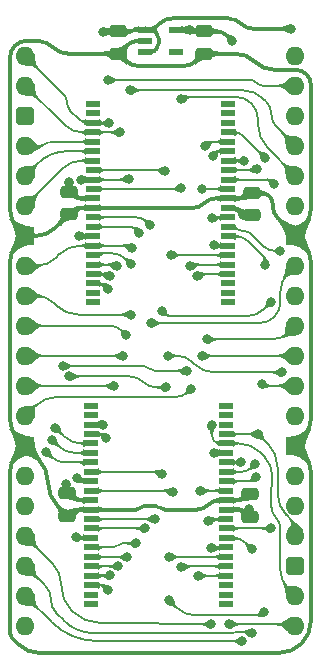
<source format=gtl>
%TF.GenerationSoftware,KiCad,Pcbnew,9.0.2*%
%TF.CreationDate,2025-06-15T19:51:53+02:00*%
%TF.ProjectId,HCP65 Coprocessor Memory,48435036-3520-4436-9f70-726f63657373,V0*%
%TF.SameCoordinates,Original*%
%TF.FileFunction,Copper,L1,Top*%
%TF.FilePolarity,Positive*%
%FSLAX46Y46*%
G04 Gerber Fmt 4.6, Leading zero omitted, Abs format (unit mm)*
G04 Created by KiCad (PCBNEW 9.0.2) date 2025-06-15 19:51:53*
%MOMM*%
%LPD*%
G01*
G04 APERTURE LIST*
G04 Aperture macros list*
%AMRoundRect*
0 Rectangle with rounded corners*
0 $1 Rounding radius*
0 $2 $3 $4 $5 $6 $7 $8 $9 X,Y pos of 4 corners*
0 Add a 4 corners polygon primitive as box body*
4,1,4,$2,$3,$4,$5,$6,$7,$8,$9,$2,$3,0*
0 Add four circle primitives for the rounded corners*
1,1,$1+$1,$2,$3*
1,1,$1+$1,$4,$5*
1,1,$1+$1,$6,$7*
1,1,$1+$1,$8,$9*
0 Add four rect primitives between the rounded corners*
20,1,$1+$1,$2,$3,$4,$5,0*
20,1,$1+$1,$4,$5,$6,$7,0*
20,1,$1+$1,$6,$7,$8,$9,0*
20,1,$1+$1,$8,$9,$2,$3,0*%
G04 Aperture macros list end*
%TA.AperFunction,SMDPad,CuDef*%
%ADD10RoundRect,0.250000X-0.475000X0.250000X-0.475000X-0.250000X0.475000X-0.250000X0.475000X0.250000X0*%
%TD*%
%TA.AperFunction,SMDPad,CuDef*%
%ADD11RoundRect,0.250000X0.475000X-0.250000X0.475000X0.250000X-0.475000X0.250000X-0.475000X-0.250000X0*%
%TD*%
%TA.AperFunction,ComponentPad*%
%ADD12O,1.600000X1.600000*%
%TD*%
%TA.AperFunction,ComponentPad*%
%ADD13R,1.600000X1.600000*%
%TD*%
%TA.AperFunction,ComponentPad*%
%ADD14RoundRect,0.400000X-0.400000X-0.400000X0.400000X-0.400000X0.400000X0.400000X-0.400000X0.400000X0*%
%TD*%
%TA.AperFunction,SMDPad,CuDef*%
%ADD15R,1.295000X0.600000*%
%TD*%
%TA.AperFunction,SMDPad,CuDef*%
%ADD16R,1.150000X0.600000*%
%TD*%
%TA.AperFunction,ViaPad*%
%ADD17C,0.800000*%
%TD*%
%TA.AperFunction,Conductor*%
%ADD18C,0.380000*%
%TD*%
%TA.AperFunction,Conductor*%
%ADD19C,0.200000*%
%TD*%
G04 APERTURE END LIST*
D10*
%TO.P,C20,1*%
%TO.N,/3.3V*%
X3556000Y-37039000D03*
%TO.P,C20,2*%
%TO.N,GND*%
X3556000Y-38939000D03*
%TD*%
D11*
%TO.P,C3,1*%
%TO.N,/3.3V*%
X19050000Y-39034000D03*
%TO.P,C3,2*%
%TO.N,GND*%
X19050000Y-37134000D03*
%TD*%
D10*
%TO.P,C2,1*%
%TO.N,/3.3V*%
X3683000Y-11512000D03*
%TO.P,C2,2*%
%TO.N,GND*%
X3683000Y-13412000D03*
%TD*%
D11*
%TO.P,C1,1*%
%TO.N,/3.3V*%
X19177000Y-13507000D03*
%TO.P,C1,2*%
%TO.N,GND*%
X19177000Y-11607000D03*
%TD*%
D12*
%TO.P,J3,40,Pin_40*%
%TO.N,~{RD}*%
X22860000Y0D03*
%TO.P,J3,39,Pin_39*%
%TO.N,~{WD}*%
X22860000Y-2540000D03*
%TO.P,J3,38,Pin_38*%
%TO.N,unconnected-(J3-Pin_38-Pad38)*%
X22860000Y-5080000D03*
%TO.P,J3,37,Pin_37*%
%TO.N,D0*%
X22860000Y-7620000D03*
%TO.P,J3,36,Pin_36*%
%TO.N,D1*%
X22860000Y-10160000D03*
%TO.P,J3,35,Pin_35*%
%TO.N,D2*%
X22860000Y-12700000D03*
D13*
%TO.P,J3,34,Pin_34*%
%TO.N,GND*%
X22860000Y-15240000D03*
D12*
%TO.P,J3,33,Pin_33*%
%TO.N,D3*%
X22860000Y-17780000D03*
%TO.P,J3,32,Pin_32*%
%TO.N,D4*%
X22860000Y-20320000D03*
%TO.P,J3,31,Pin_31*%
%TO.N,D5*%
X22860000Y-22860000D03*
%TO.P,J3,30,Pin_30*%
%TO.N,D6*%
X22860000Y-25400000D03*
%TO.P,J3,29,Pin_29*%
%TO.N,D7*%
X22860000Y-27940000D03*
%TO.P,J3,28,Pin_28*%
%TO.N,unconnected-(J3-Pin_28-Pad28)*%
X22860000Y-30480000D03*
D13*
%TO.P,J3,27,Pin_27*%
%TO.N,GND*%
X22860000Y-33020000D03*
D12*
%TO.P,J3,26,Pin_26*%
%TO.N,~{CE1}*%
X22860000Y-35560000D03*
%TO.P,J3,25,Pin_25*%
%TO.N,~{CE0}*%
X22860000Y-38100000D03*
%TO.P,J3,24,Pin_24*%
%TO.N,A18*%
X22860000Y-40640000D03*
D14*
%TO.P,J3,23,Pin_23*%
%TO.N,5V*%
X22860000Y-43180000D03*
D12*
%TO.P,J3,22,Pin_22*%
%TO.N,A17*%
X22860000Y-45720000D03*
%TO.P,J3,21,Pin_21*%
%TO.N,A16*%
X22860000Y-48260000D03*
%TO.P,J3,20,Pin_20*%
%TO.N,unconnected-(J3-Pin_20-Pad20)*%
X0Y-48260000D03*
%TO.P,J3,19,Pin_19*%
%TO.N,A15*%
X0Y-45720000D03*
%TO.P,J3,18,Pin_18*%
%TO.N,A14*%
X0Y-43180000D03*
%TO.P,J3,17,Pin_17*%
%TO.N,A13*%
X0Y-40640000D03*
%TO.P,J3,16,Pin_16*%
%TO.N,A12*%
X0Y-38100000D03*
%TO.P,J3,15,Pin_15*%
%TO.N,A11*%
X0Y-35560000D03*
D13*
%TO.P,J3,14,Pin_14*%
%TO.N,GND*%
X0Y-33020000D03*
D12*
%TO.P,J3,13,Pin_13*%
%TO.N,A10*%
X0Y-30480000D03*
%TO.P,J3,12,Pin_12*%
%TO.N,A9*%
X0Y-27940000D03*
%TO.P,J3,11,Pin_11*%
%TO.N,A8*%
X0Y-25400000D03*
%TO.P,J3,10,Pin_10*%
%TO.N,A7*%
X0Y-22860000D03*
%TO.P,J3,9,Pin_9*%
%TO.N,A6*%
X0Y-20320000D03*
%TO.P,J3,8,Pin_8*%
%TO.N,A5*%
X0Y-17780000D03*
D13*
%TO.P,J3,7,Pin_7*%
%TO.N,GND*%
X0Y-15240000D03*
D12*
%TO.P,J3,6,Pin_6*%
%TO.N,A4*%
X0Y-12700000D03*
%TO.P,J3,5,Pin_5*%
%TO.N,A3*%
X0Y-10160000D03*
%TO.P,J3,4,Pin_4*%
%TO.N,A2*%
X0Y-7620000D03*
D14*
%TO.P,J3,3,Pin_3*%
%TO.N,5V*%
X0Y-5080000D03*
D12*
%TO.P,J3,2,Pin_2*%
%TO.N,A1*%
X0Y-2540000D03*
%TO.P,J3,1,Pin_1*%
%TO.N,A0*%
X0Y0D03*
%TD*%
D15*
%TO.P,IC7,1,N.C.*%
%TO.N,unconnected-(IC7-N.C.-Pad1)*%
X5562000Y-29622000D03*
%TO.P,IC7,2,N.C.*%
%TO.N,unconnected-(IC7-N.C.-Pad2)*%
X5562000Y-30422000D03*
%TO.P,IC7,3,A0*%
%TO.N,A0*%
X5562000Y-31222000D03*
%TO.P,IC7,4,A1*%
%TO.N,A1*%
X5562000Y-32022000D03*
%TO.P,IC7,5,A2*%
%TO.N,A2*%
X5562000Y-32822000D03*
%TO.P,IC7,6,A3*%
%TO.N,A3*%
X5562000Y-33622000D03*
%TO.P,IC7,7,A4*%
%TO.N,A4*%
X5562000Y-34422000D03*
%TO.P,IC7,8,~{CE}*%
%TO.N,~{CE0}*%
X5562000Y-35222000D03*
%TO.P,IC7,9,D0*%
%TO.N,D0*%
X5562000Y-36022000D03*
%TO.P,IC7,10,D1*%
%TO.N,D1*%
X5562000Y-36822000D03*
%TO.P,IC7,11,3V*%
%TO.N,/3.3V*%
X5562000Y-37622000D03*
%TO.P,IC7,12,GND*%
%TO.N,GND*%
X5562000Y-38422000D03*
%TO.P,IC7,13,D2*%
%TO.N,D2*%
X5562000Y-39222000D03*
%TO.P,IC7,14,D3*%
%TO.N,D3*%
X5562000Y-40022000D03*
%TO.P,IC7,15,~{WE}*%
%TO.N,~{WD}*%
X5562000Y-40822000D03*
%TO.P,IC7,16,A5*%
%TO.N,A5*%
X5562000Y-41622000D03*
%TO.P,IC7,17,A6*%
%TO.N,A6*%
X5562000Y-42422000D03*
%TO.P,IC7,18,A7*%
%TO.N,A7*%
X5562000Y-43222000D03*
%TO.P,IC7,19,A8*%
%TO.N,A8*%
X5562000Y-44022000D03*
%TO.P,IC7,20,A9*%
%TO.N,A9*%
X5562000Y-44822000D03*
%TO.P,IC7,21,N.C.*%
%TO.N,unconnected-(IC7-N.C.-Pad21)*%
X5562000Y-45622000D03*
%TO.P,IC7,22,N.C.*%
%TO.N,unconnected-(IC7-N.C.-Pad22)*%
X5562000Y-46422000D03*
%TO.P,IC7,23,N.C.*%
%TO.N,unconnected-(IC7-N.C.-Pad23)*%
X17018000Y-46422000D03*
%TO.P,IC7,24,N.C.*%
%TO.N,unconnected-(IC7-N.C.-Pad24)*%
X17018000Y-45622000D03*
%TO.P,IC7,25,N.C.*%
%TO.N,unconnected-(IC7-N.C.-Pad25)*%
X17018000Y-44822000D03*
%TO.P,IC7,26,A10*%
%TO.N,A10*%
X17018000Y-44022000D03*
%TO.P,IC7,27,A11*%
%TO.N,A11*%
X17018000Y-43222000D03*
%TO.P,IC7,28,A12*%
%TO.N,A12*%
X17018000Y-42422000D03*
%TO.P,IC7,29,A13*%
%TO.N,A13*%
X17018000Y-41622000D03*
%TO.P,IC7,30,A14*%
%TO.N,A14*%
X17018000Y-40822000D03*
%TO.P,IC7,31,D4*%
%TO.N,D4*%
X17018000Y-40022000D03*
%TO.P,IC7,32,D5*%
%TO.N,D5*%
X17018000Y-39222000D03*
%TO.P,IC7,33,3V*%
%TO.N,/3.3V*%
X17018000Y-38422000D03*
%TO.P,IC7,34,GND*%
%TO.N,GND*%
X17018000Y-37622000D03*
%TO.P,IC7,35,D6*%
%TO.N,D6*%
X17018000Y-36822000D03*
%TO.P,IC7,36,D7*%
%TO.N,D7*%
X17018000Y-36022000D03*
%TO.P,IC7,37,~{OE}*%
%TO.N,~{RD}*%
X17018000Y-35222000D03*
%TO.P,IC7,38,A15*%
%TO.N,A15*%
X17018000Y-34422000D03*
%TO.P,IC7,39,A16*%
%TO.N,A16*%
X17018000Y-33622000D03*
%TO.P,IC7,40,A17*%
%TO.N,A17*%
X17018000Y-32822000D03*
%TO.P,IC7,41,A18*%
%TO.N,A18*%
X17018000Y-32022000D03*
%TO.P,IC7,42,N.C.*%
%TO.N,unconnected-(IC7-N.C.-Pad42)*%
X17018000Y-31222000D03*
%TO.P,IC7,43,N.C.*%
%TO.N,unconnected-(IC7-N.C.-Pad43)*%
X17018000Y-30422000D03*
%TO.P,IC7,44,N.C.*%
%TO.N,unconnected-(IC7-N.C.-Pad44)*%
X17018000Y-29622000D03*
%TD*%
%TO.P,IC4,1,N.C.*%
%TO.N,unconnected-(IC4-N.C.-Pad1)*%
X5689000Y-4077000D03*
%TO.P,IC4,2,N.C.*%
%TO.N,unconnected-(IC4-N.C.-Pad2)*%
X5689000Y-4877000D03*
%TO.P,IC4,3,A0*%
%TO.N,A0*%
X5689000Y-5677000D03*
%TO.P,IC4,4,A1*%
%TO.N,A1*%
X5689000Y-6477000D03*
%TO.P,IC4,5,A2*%
%TO.N,A2*%
X5689000Y-7277000D03*
%TO.P,IC4,6,A3*%
%TO.N,A3*%
X5689000Y-8077000D03*
%TO.P,IC4,7,A4*%
%TO.N,A4*%
X5689000Y-8877000D03*
%TO.P,IC4,8,~{CE}*%
%TO.N,~{CE1}*%
X5689000Y-9677000D03*
%TO.P,IC4,9,D0*%
%TO.N,D0*%
X5689000Y-10477000D03*
%TO.P,IC4,10,D1*%
%TO.N,D1*%
X5689000Y-11277000D03*
%TO.P,IC4,11,3V*%
%TO.N,/3.3V*%
X5689000Y-12077000D03*
%TO.P,IC4,12,GND*%
%TO.N,GND*%
X5689000Y-12877000D03*
%TO.P,IC4,13,D2*%
%TO.N,D2*%
X5689000Y-13677000D03*
%TO.P,IC4,14,D3*%
%TO.N,D3*%
X5689000Y-14477000D03*
%TO.P,IC4,15,~{WE}*%
%TO.N,~{WD}*%
X5689000Y-15277000D03*
%TO.P,IC4,16,A5*%
%TO.N,A5*%
X5689000Y-16077000D03*
%TO.P,IC4,17,A6*%
%TO.N,A6*%
X5689000Y-16877000D03*
%TO.P,IC4,18,A7*%
%TO.N,A7*%
X5689000Y-17677000D03*
%TO.P,IC4,19,A8*%
%TO.N,A8*%
X5689000Y-18477000D03*
%TO.P,IC4,20,A9*%
%TO.N,A9*%
X5689000Y-19277000D03*
%TO.P,IC4,21,N.C.*%
%TO.N,unconnected-(IC4-N.C.-Pad21)*%
X5689000Y-20077000D03*
%TO.P,IC4,22,N.C.*%
%TO.N,unconnected-(IC4-N.C.-Pad22)*%
X5689000Y-20877000D03*
%TO.P,IC4,23,N.C.*%
%TO.N,unconnected-(IC4-N.C.-Pad23)*%
X17145000Y-20877000D03*
%TO.P,IC4,24,N.C.*%
%TO.N,unconnected-(IC4-N.C.-Pad24)*%
X17145000Y-20077000D03*
%TO.P,IC4,25,N.C.*%
%TO.N,unconnected-(IC4-N.C.-Pad25)*%
X17145000Y-19277000D03*
%TO.P,IC4,26,A10*%
%TO.N,A10*%
X17145000Y-18477000D03*
%TO.P,IC4,27,A11*%
%TO.N,A11*%
X17145000Y-17677000D03*
%TO.P,IC4,28,A12*%
%TO.N,A12*%
X17145000Y-16877000D03*
%TO.P,IC4,29,A13*%
%TO.N,A13*%
X17145000Y-16077000D03*
%TO.P,IC4,30,A14*%
%TO.N,A14*%
X17145000Y-15277000D03*
%TO.P,IC4,31,D4*%
%TO.N,D4*%
X17145000Y-14477000D03*
%TO.P,IC4,32,D5*%
%TO.N,D5*%
X17145000Y-13677000D03*
%TO.P,IC4,33,3V*%
%TO.N,/3.3V*%
X17145000Y-12877000D03*
%TO.P,IC4,34,GND*%
%TO.N,GND*%
X17145000Y-12077000D03*
%TO.P,IC4,35,D6*%
%TO.N,D6*%
X17145000Y-11277000D03*
%TO.P,IC4,36,D7*%
%TO.N,D7*%
X17145000Y-10477000D03*
%TO.P,IC4,37,~{OE}*%
%TO.N,~{RD}*%
X17145000Y-9677000D03*
%TO.P,IC4,38,A15*%
%TO.N,A15*%
X17145000Y-8877000D03*
%TO.P,IC4,39,A16*%
%TO.N,A16*%
X17145000Y-8077000D03*
%TO.P,IC4,40,A17*%
%TO.N,A17*%
X17145000Y-7277000D03*
%TO.P,IC4,41,A18*%
%TO.N,A18*%
X17145000Y-6477000D03*
%TO.P,IC4,42,N.C.*%
%TO.N,unconnected-(IC4-N.C.-Pad42)*%
X17145000Y-5677000D03*
%TO.P,IC4,43,N.C.*%
%TO.N,unconnected-(IC4-N.C.-Pad43)*%
X17145000Y-4877000D03*
%TO.P,IC4,44,N.C.*%
%TO.N,unconnected-(IC4-N.C.-Pad44)*%
X17145000Y-4077000D03*
%TD*%
D10*
%TO.P,C41,1*%
%TO.N,5V*%
X7874000Y2077000D03*
%TO.P,C41,2*%
%TO.N,GND*%
X7874000Y177000D03*
%TD*%
D16*
%TO.P,IC36,1,6VIn*%
%TO.N,5V*%
X10130000Y2220000D03*
%TO.P,IC36,2,GND*%
%TO.N,GND*%
X10130000Y1270000D03*
%TO.P,IC36,3,EN*%
%TO.N,5V*%
X10130000Y320000D03*
%TO.P,IC36,4,ADJ*%
%TO.N,unconnected-(IC36-ADJ-Pad4)*%
X12730000Y320000D03*
%TO.P,IC36,5,3.3VOut*%
%TO.N,/3.3V*%
X12730000Y2220000D03*
%TD*%
D10*
%TO.P,C42,1*%
%TO.N,/3.3V*%
X15113000Y2077000D03*
%TO.P,C42,2*%
%TO.N,GND*%
X15113000Y177000D03*
%TD*%
D17*
%TO.N,A17*%
X15240000Y-7620000D03*
X15770498Y-31242000D03*
%TO.N,A18*%
X20320000Y-8636000D03*
%TO.N,/3.3V*%
X18442502Y-13462000D03*
%TO.N,A18*%
X19685000Y-32022000D03*
%TO.N,A16*%
X15875000Y-8509000D03*
%TO.N,D7*%
X21069535Y-10895583D03*
%TO.N,A15*%
X18542000Y-8890000D03*
%TO.N,A14*%
X20302858Y-17697150D03*
%TO.N,A16*%
X15998827Y-33650979D03*
X17272000Y-48133000D03*
%TO.N,D1*%
X13208000Y-3671000D03*
X13208000Y-11176000D03*
X12484691Y-36957000D03*
%TO.N,D0*%
X4709836Y-10477000D03*
X4373955Y-35782409D03*
%TO.N,A1*%
X8001000Y-6477000D03*
X6858000Y-32385000D03*
%TO.N,A0*%
X6604000Y-31222000D03*
X7112000Y-5677000D03*
%TO.N,5V*%
X22479000Y2286000D03*
%TO.N,~{CE0}*%
X12192000Y-46101000D03*
X11550000Y-35424816D03*
X20193000Y-47129000D03*
%TO.N,~{CE1}*%
X12072000Y-25400000D03*
X21717000Y-26797000D03*
X11811000Y-9779000D03*
%TO.N,A4*%
X1778000Y-33528000D03*
%TO.N,A3*%
X2286000Y-32512000D03*
%TO.N,A2*%
X2540000Y-31484000D03*
%TO.N,/3.3V*%
X13904000Y2220000D03*
%TO.N,D0*%
X8890000Y-2921000D03*
X8763000Y-10414000D03*
%TO.N,/3.3V*%
X18953000Y-38354000D03*
%TO.N,D7*%
X20015145Y-27828729D03*
X19558000Y-35687000D03*
%TO.N,D2*%
X10934000Y-39262000D03*
%TO.N,D3*%
X10160000Y-40005000D03*
%TO.N,~{WD}*%
X4318000Y-40767000D03*
X4572000Y-15240000D03*
X6985000Y-2032000D03*
%TO.N,D2*%
X20816000Y-20828000D03*
X11531000Y-21590000D03*
X10541000Y-14351000D03*
%TO.N,D3*%
X10668000Y-22625576D03*
X9652000Y-14986000D03*
%TO.N,A5*%
X9017000Y-16256000D03*
X9398000Y-41275000D03*
%TO.N,D4*%
X21597000Y-16510000D03*
X20828000Y-40005000D03*
%TO.N,/3.3V*%
X17527000Y1271000D03*
%TO.N,5V*%
X6604000Y2032000D03*
%TO.N,/3.3V*%
X3683000Y-10668000D03*
X3456304Y-36226364D03*
%TO.N,A13*%
X15748000Y-48121000D03*
X15935472Y-15990746D03*
X15748000Y-41656000D03*
%TO.N,A12*%
X12331000Y-16891000D03*
X12192000Y-42395702D03*
X11938000Y-28067000D03*
X3732000Y-27145497D03*
%TO.N,A11*%
X13958000Y-17823229D03*
X13208000Y-43307000D03*
X3173958Y-26256063D03*
X13656936Y-26670000D03*
%TO.N,A10*%
X14569106Y-18634310D03*
X14605000Y-44022000D03*
X13984691Y-28194000D03*
%TO.N,~{RD}*%
X19431000Y-34544000D03*
X19570000Y-9548196D03*
%TO.N,A15*%
X18370366Y-49555195D03*
%TO.N,A14*%
X19177000Y-48883000D03*
X19177000Y-41782998D03*
%TO.N,A15*%
X18285177Y-34403322D03*
%TO.N,D6*%
X14798827Y-36830000D03*
X14986000Y-25400000D03*
X14986000Y-11303000D03*
%TO.N,D5*%
X15494000Y-39370000D03*
X15774564Y-13695913D03*
X15379000Y-24003000D03*
%TO.N,A6*%
X8937000Y-17653000D03*
X8937000Y-21917200D03*
X8636000Y-42418000D03*
%TO.N,A8*%
X7201805Y-43986634D03*
%TO.N,A7*%
X7874000Y-43180000D03*
%TO.N,A8*%
X8282915Y-25400001D03*
%TO.N,A7*%
X7747000Y-17780000D03*
X8499254Y-23622000D03*
%TO.N,A8*%
X7128550Y-18628543D03*
%TO.N,A9*%
X7493000Y-27940000D03*
X6985732Y-19745371D03*
X6985000Y-45212000D03*
%TD*%
D18*
%TO.N,/3.3V*%
X18744000Y-38728000D02*
G75*
G03*
X18005250Y-38422020I-738700J-738700D01*
G01*
X3965500Y-11794500D02*
G75*
G03*
X4647515Y-12076994I682000J682000D01*
G01*
X3506152Y-36276212D02*
G75*
G02*
X3556029Y-36396555I-120352J-120388D01*
G01*
X17124000Y1674000D02*
G75*
G03*
X16151071Y2076988I-972900J-972900D01*
G01*
X3556000Y-36682530D02*
G75*
G03*
X3808063Y-37291061I860590J0D01*
G01*
X13975500Y2148500D02*
G75*
G03*
X14148116Y2077007I172600J172600D01*
G01*
X19001500Y-38402500D02*
G75*
G02*
X19050004Y-38519589I-117100J-117100D01*
G01*
X18465002Y-13484500D02*
G75*
G03*
X18519321Y-13506990I54298J54300D01*
G01*
X18109409Y-13128907D02*
G75*
G03*
X17501251Y-12877045I-608109J-608193D01*
G01*
X3847500Y-37330500D02*
G75*
G03*
X4551243Y-37622003I703750J703750D01*
G01*
%TO.N,GND*%
X23795000Y-1570000D02*
G75*
G03*
X22880013Y-1190995I-915000J-915000D01*
G01*
X2324500Y723500D02*
G75*
G03*
X1005132Y1269998I-1319370J-1319380D01*
G01*
X1069553Y-34089553D02*
G75*
G02*
X1905000Y-36106500I-2016950J-2016949D01*
G01*
X-655841Y-15895842D02*
G75*
G03*
X-655841Y-14584158I-655842J655842D01*
G01*
X927500Y-15240000D02*
G75*
G03*
X-655841Y-15895842I-5J-2239168D01*
G01*
X-655841Y-14584157D02*
G75*
G03*
X927500Y-15240000I1583344J1583342D01*
G01*
X23390000Y-49762000D02*
G75*
G02*
X21497256Y-50545982I-1892700J1892700D01*
G01*
X23517000Y-15897000D02*
G75*
G02*
X24173984Y-17483138I-1586100J-1586100D01*
G01*
X-656999Y-15897000D02*
G75*
G03*
X-1314003Y-17483138I1586129J-1586140D01*
G01*
X16453970Y-37622000D02*
G75*
G03*
X15491123Y-38020842I30J-1361700D01*
G01*
X11408362Y-38261000D02*
G75*
G03*
X11019673Y-38100022I-388662J-388700D01*
G01*
X-1309033Y-48886957D02*
G75*
G03*
X-1142824Y-49276175I567801J12372D01*
G01*
X15145750Y-12477000D02*
G75*
G02*
X14180064Y-12876971I-965650J965700D01*
G01*
X14580000Y-356000D02*
G75*
G02*
X13293224Y-889010I-1286800J1286800D01*
G01*
X9745000Y-38261000D02*
G75*
G02*
X9356311Y-38422005I-388700J388700D01*
G01*
X2324500Y723500D02*
G75*
G03*
X3643867Y177000I1319360J1319350D01*
G01*
X16111435Y-12077000D02*
G75*
G03*
X15145729Y-12476979I-35J-1365700D01*
G01*
X23795000Y-1570000D02*
G75*
G02*
X24174005Y-2484986I-915000J-915000D01*
G01*
X19430000Y-507000D02*
G75*
G03*
X21081322Y-1190991I1651300J1651300D01*
G01*
X18806000Y-37378000D02*
G75*
G02*
X18216931Y-37622013I-589100J589100D01*
G01*
X20662500Y-11899500D02*
G75*
G03*
X19956342Y-11606982I-706200J-706200D01*
G01*
X10133688Y-38100000D02*
G75*
G03*
X9745003Y-38261003I12J-549700D01*
G01*
X9548500Y1270000D02*
G75*
G03*
X8555810Y858824I0J-1403900D01*
G01*
X-588533Y-49830467D02*
G75*
G03*
X1138916Y-50546000I1727449J1727447D01*
G01*
X23517000Y-32363000D02*
G75*
G03*
X23517000Y-33677000I657000J-657000D01*
G01*
X18942000Y-11842000D02*
G75*
G02*
X18374659Y-12076954I-567300J567400D01*
G01*
X1905000Y-36120566D02*
G75*
G03*
X2730499Y-38113501I2818430J-4D01*
G01*
X11408362Y-38261000D02*
G75*
G03*
X11797050Y-38422032I388738J388700D01*
G01*
X24174000Y-30776861D02*
G75*
G02*
X23517000Y-32363000I-2243140J1D01*
G01*
X-1314000Y-30776861D02*
G75*
G03*
X-657000Y-32363000I2243140J1D01*
G01*
X23517000Y-14583000D02*
G75*
G03*
X23517000Y-15897000I657000J-657000D01*
G01*
X22203000Y-14583000D02*
G75*
G03*
X23517000Y-14583000I657000J657001D01*
G01*
X20955000Y-12763500D02*
G75*
G03*
X21359116Y-13739106I1379700J0D01*
G01*
X2510841Y-14584158D02*
G75*
G02*
X927500Y-15240000I-1583341J1583338D01*
G01*
X-1314000Y-12996861D02*
G75*
G03*
X-656999Y-14583000I2243140J1D01*
G01*
X4438574Y-38422000D02*
G75*
G03*
X3814508Y-38680508I26J-882600D01*
G01*
X24174000Y-12996861D02*
G75*
G02*
X23517000Y-14583000I-2243140J1D01*
G01*
X4596302Y-12877000D02*
G75*
G03*
X3950499Y-13144499I-2J-913300D01*
G01*
X8407000Y-356000D02*
G75*
G03*
X9693775Y-889010I1286800J1286800D01*
G01*
X20662500Y-11899500D02*
G75*
G02*
X20955018Y-12605657I-706200J-706200D01*
G01*
X141882Y1270000D02*
G75*
G03*
X-887582Y843582I4J-1455892D01*
G01*
X24174000Y-47869256D02*
G75*
G02*
X23389998Y-49761998I-2676750J6D01*
G01*
X-1314000Y-48430950D02*
G75*
G03*
X-1309033Y-48886957I20938500J50D01*
G01*
X-656999Y-33677000D02*
G75*
G03*
X-657000Y-32362999I-657000J657000D01*
G01*
X657000Y-33677000D02*
G75*
G03*
X-657000Y-33676999I-657000J-656996D01*
G01*
X-887582Y843582D02*
G75*
G03*
X-1314003Y-185882I1029472J-1029472D01*
G01*
X19430000Y-507000D02*
G75*
G03*
X17778677Y176991I-1651300J-1651300D01*
G01*
X23517000Y-33677000D02*
G75*
G02*
X24173984Y-35263138I-1586100J-1586100D01*
G01*
X-656999Y-33677000D02*
G75*
G03*
X-1314003Y-35263138I1586129J-1586140D01*
G01*
X15489940Y-38022000D02*
G75*
G02*
X14524254Y-38421964I-965640J965700D01*
G01*
X23517000Y-15897000D02*
X22203000Y-14583000D01*
X-657000Y-32363000D02*
X657000Y-33677000D01*
%TO.N,5V*%
X9138500Y2148500D02*
G75*
G02*
X8965883Y2077007I-172600J172600D01*
G01*
X11082000Y541000D02*
G75*
G02*
X10548458Y320017I-533500J533500D01*
G01*
X18224500Y2730500D02*
G75*
G03*
X19297617Y2286007I1073100J1073100D01*
G01*
X12467286Y3175000D02*
G75*
G03*
X11314504Y2697496I14J-1630300D01*
G01*
X18224500Y2730500D02*
G75*
G03*
X17151382Y3174993I-1073100J-1073100D01*
G01*
X11070000Y1987000D02*
G75*
G02*
X11302995Y1424488I-562500J-562500D01*
G01*
X9311116Y2220000D02*
G75*
G03*
X9138495Y2148505I-16J-244100D01*
G01*
X11303000Y1074541D02*
G75*
G02*
X11082002Y540998I-754550J-1D01*
G01*
X6680819Y2077000D02*
G75*
G03*
X6626494Y2054506I-19J-76800D01*
G01*
X10507488Y2220000D02*
G75*
G03*
X11070003Y2452997I12J795500D01*
G01*
X11070000Y1987000D02*
G75*
G03*
X10507488Y2219995I-562500J-562500D01*
G01*
X11070000Y2453000D02*
G75*
G03*
X11070000Y1987000I233000J-233000D01*
G01*
D19*
%TO.N,~{WD}*%
X19558000Y-2286000D02*
G75*
G03*
X18944789Y-2032004I-613200J-613200D01*
G01*
X19558000Y-2286000D02*
G75*
G03*
X20171210Y-2539996I613200J613200D01*
G01*
X4590500Y-15258500D02*
G75*
G03*
X4635162Y-15277015I44700J44700D01*
G01*
X4345500Y-40794500D02*
G75*
G03*
X4411890Y-40822004I66400J66400D01*
G01*
%TO.N,~{RD}*%
X19655500Y-9645603D02*
G75*
G02*
X19625572Y-9657987I-29900J29903D01*
G01*
X19641578Y-9566892D02*
G75*
G03*
X19596441Y-9548158I-45178J-45108D01*
G01*
X19092000Y-34883000D02*
G75*
G02*
X18273581Y-35221992I-818400J818400D01*
G01*
X19667897Y-9615675D02*
G75*
G02*
X19655507Y-9645610I-42297J-25D01*
G01*
X19653756Y-9579070D02*
G75*
G02*
X19667885Y-9613209I-34156J-34130D01*
G01*
%TO.N,~{CE0}*%
X11448592Y-35323408D02*
G75*
G03*
X11203771Y-35222012I-244792J-244792D01*
G01*
X20072000Y-47250000D02*
G75*
G02*
X19779880Y-47370992I-292100J292100D01*
G01*
X12827000Y-46736000D02*
G75*
G03*
X14360025Y-47370989I1533000J1533000D01*
G01*
%TO.N,A15*%
X18535500Y-8883500D02*
G75*
G03*
X18519807Y-8876997I-15700J-15700D01*
G01*
X2241402Y-47961402D02*
G75*
G03*
X6089158Y-49555194I3847758J3847762D01*
G01*
X18275838Y-34412661D02*
G75*
G02*
X18253291Y-34421990I-22538J22561D01*
G01*
%TO.N,A14*%
X3232500Y-47809500D02*
G75*
G03*
X5824158Y-48883001I2591660J2591660D01*
G01*
X1665085Y-44845085D02*
G75*
G02*
X2158999Y-46037500I-1192415J-1192415D01*
G01*
X17778978Y-48768000D02*
G75*
G03*
X17640175Y-48825514I22J-196300D01*
G01*
X19119500Y-48825500D02*
G75*
G03*
X18980682Y-48768007I-138800J-138800D01*
G01*
X2159000Y-46037500D02*
G75*
G03*
X2652914Y-47229914I1686330J0D01*
G01*
X18639557Y-41245556D02*
G75*
G03*
X17617000Y-40821995I-1022557J-1022544D01*
G01*
X18914094Y-15739094D02*
G75*
G03*
X17798500Y-15277003I-1115594J-1115606D01*
G01*
X20101582Y-16926582D02*
G75*
G02*
X20302866Y-17412504I-485882J-485918D01*
G01*
X17640161Y-48825500D02*
G75*
G02*
X17501343Y-48883036I-138861J138800D01*
G01*
%TO.N,A13*%
X3048000Y-44894500D02*
G75*
G03*
X3901126Y-46954122I2912740J0D01*
G01*
X4000500Y-47053500D02*
G75*
G03*
X6300038Y-48006001I2299540J2299540D01*
G01*
X15978599Y-16033873D02*
G75*
G03*
X16082716Y-16077001I104101J104073D01*
G01*
X11315839Y-48063500D02*
G75*
G03*
X11454656Y-48121036I138861J138800D01*
G01*
X11315839Y-48063500D02*
G75*
G03*
X11177021Y-48005980I-138839J-138800D01*
G01*
X2194875Y-42834875D02*
G75*
G02*
X3048000Y-44894500I-2059625J-2059625D01*
G01*
%TO.N,A12*%
X9953248Y-27606248D02*
G75*
G03*
X8840895Y-27145500I-1112348J-1112352D01*
G01*
X9953248Y-27606248D02*
G75*
G03*
X11065601Y-28067000I1112352J1112348D01*
G01*
X12354899Y-16877000D02*
G75*
G03*
X12338000Y-16884000I1J-23900D01*
G01*
X12205149Y-42408851D02*
G75*
G03*
X12236893Y-42422003I31751J31751D01*
G01*
%TO.N,A11*%
X13353104Y-43222000D02*
G75*
G03*
X13250499Y-43264499I-4J-145100D01*
G01*
X14207628Y-17677000D02*
G75*
G03*
X14031106Y-17750106I-28J-249600D01*
G01*
X10461031Y-26463031D02*
G75*
G03*
X9961365Y-26256088I-499631J-499669D01*
G01*
X10461031Y-26463031D02*
G75*
G03*
X10960697Y-26670012I499669J499631D01*
G01*
%TO.N,A10*%
X14837650Y-18477000D02*
G75*
G03*
X14647745Y-18555639I-50J-268500D01*
G01*
X2770434Y-28857117D02*
G75*
G03*
X811442Y-29668559I-4J-2770423D01*
G01*
X13653132Y-28525558D02*
G75*
G02*
X12852679Y-28857100I-800432J800458D01*
G01*
%TO.N,A9*%
X6751546Y-19511185D02*
G75*
G03*
X6186172Y-19277031I-565346J-565415D01*
G01*
X6790000Y-45017000D02*
G75*
G03*
X6319228Y-44821988I-470800J-470800D01*
G01*
%TO.N,A8*%
X7184122Y-44004317D02*
G75*
G02*
X7141431Y-44022014I-42722J42717D01*
G01*
X7052778Y-18552771D02*
G75*
G03*
X6869849Y-18476965I-182978J-182929D01*
G01*
%TO.N,A7*%
X8118254Y-23241000D02*
G75*
G03*
X7198438Y-22859999I-919814J-919810D01*
G01*
X7695500Y-17728500D02*
G75*
G03*
X7571168Y-17677013I-124300J-124300D01*
G01*
X7853000Y-43201000D02*
G75*
G02*
X7802301Y-43222001I-50700J50700D01*
G01*
%TO.N,A6*%
X8634000Y-42420000D02*
G75*
G02*
X8629171Y-42421988I-4800J4800D01*
G01*
X2576600Y-21118600D02*
G75*
G03*
X4504590Y-21917204I1928000J1928000D01*
G01*
X2406617Y-20948617D02*
G75*
G03*
X889000Y-20319998I-1517617J-1517613D01*
G01*
X8471514Y-17187514D02*
G75*
G03*
X7347733Y-16722032I-1123774J-1123776D01*
G01*
%TO.N,A5*%
X4648500Y-16077000D02*
G75*
G03*
X2872253Y-16812742I0J-2512000D01*
G01*
X8246366Y-41275000D02*
G75*
G03*
X7827510Y-41448510I34J-592400D01*
G01*
X7827500Y-41448500D02*
G75*
G02*
X7408633Y-41622014I-418900J418900D01*
G01*
X2578519Y-17106480D02*
G75*
G02*
X952500Y-17780000I-1626023J1626027D01*
G01*
X8927500Y-16166500D02*
G75*
G03*
X8711427Y-16076988I-216100J-216100D01*
G01*
%TO.N,A4*%
X2225000Y-33975000D02*
G75*
G03*
X3304153Y-34421996I1079150J1079160D01*
G01*
X4756000Y-8877000D02*
G75*
G03*
X3163261Y-9536722I0J-2252500D01*
G01*
%TO.N,A3*%
X3555903Y-8077000D02*
G75*
G03*
X1041499Y-9118499I-3J-3555900D01*
G01*
X2841000Y-33067000D02*
G75*
G03*
X4180888Y-33622005I1339900J1339900D01*
G01*
%TO.N,A2*%
X1695500Y-7448500D02*
G75*
G02*
X1281462Y-7619998I-414040J414050D01*
G01*
X2109537Y-7277000D02*
G75*
G03*
X1695498Y-7448498I-7J-585530D01*
G01*
X3282616Y-32226616D02*
G75*
G03*
X4720000Y-32821999I1437384J1437386D01*
G01*
%TO.N,A1*%
X3317574Y-5857574D02*
G75*
G03*
X4813000Y-6477000I1495426J1495424D01*
G01*
X6676500Y-32203500D02*
G75*
G03*
X6238320Y-32021992I-438200J-438200D01*
G01*
%TO.N,A0*%
X4541863Y-5377363D02*
G75*
G03*
X5265250Y-5676998I723387J723393D01*
G01*
X3519250Y-3937000D02*
G75*
G03*
X3814640Y-4650146I1008550J0D01*
G01*
X3223856Y-3223856D02*
G75*
G02*
X3519246Y-3937000I-713156J-713144D01*
G01*
%TO.N,D0*%
X20828000Y-4953000D02*
G75*
G03*
X21277017Y-6037007I1533000J0D01*
G01*
X20378987Y-3868987D02*
G75*
G02*
X20828008Y-4953000I-1083987J-1084013D01*
G01*
X8731500Y-10445500D02*
G75*
G02*
X8655452Y-10477022I-76100J76100D01*
G01*
X20129500Y-3619500D02*
G75*
G03*
X18443171Y-2921012I-1686300J-1686300D01*
G01*
X4493750Y-35902204D02*
G75*
G03*
X4782962Y-36022029I289250J289204D01*
G01*
%TO.N,D1*%
X19137000Y-4024000D02*
G75*
G03*
X17814010Y-3475995I-1323000J-1323000D01*
G01*
X12417191Y-36889500D02*
G75*
G03*
X12254231Y-36821990I-162991J-163000D01*
G01*
X19137000Y-4024000D02*
G75*
G02*
X19685005Y-5346989I-1323000J-1323000D01*
G01*
X13157500Y-11226500D02*
G75*
G02*
X13035582Y-11276993I-121900J121900D01*
G01*
X13540885Y-3476000D02*
G75*
G03*
X13305504Y-3573504I15J-332900D01*
G01*
X19685000Y-5778500D02*
G75*
G03*
X20538134Y-7838114I2912700J0D01*
G01*
%TO.N,D2*%
X20211445Y-21432555D02*
G75*
G02*
X18751920Y-22037115I-1459545J1459555D01*
G01*
X11754555Y-21813555D02*
G75*
G03*
X12294264Y-22037122I539745J539755D01*
G01*
X10914000Y-39242000D02*
G75*
G03*
X10865715Y-39221993I-48300J-48300D01*
G01*
X10204000Y-14014000D02*
G75*
G03*
X9390410Y-13676996I-813600J-813600D01*
G01*
%TO.N,D3*%
X9397500Y-14731500D02*
G75*
G03*
X8783082Y-14477007I-614400J-614400D01*
G01*
X21072212Y-22107788D02*
G75*
G02*
X19822161Y-22625538I-1250012J1250088D01*
G01*
X22225000Y-18415000D02*
G75*
G03*
X21590011Y-19948025I1533000J-1533000D01*
G01*
X21590000Y-20857737D02*
G75*
G02*
X21072211Y-22107787I-1767850J7D01*
G01*
X10151500Y-40013500D02*
G75*
G02*
X10130979Y-40021991I-20500J20500D01*
G01*
%TO.N,D4*%
X17919339Y-14662000D02*
G75*
G03*
X18365968Y-14847031I446661J446600D01*
G01*
X20212314Y-16148314D02*
G75*
G03*
X21085500Y-16509991I873186J873214D01*
G01*
X19196197Y-15132197D02*
G75*
G03*
X18507669Y-14847014I-688497J-688503D01*
G01*
X17919339Y-14662000D02*
G75*
G03*
X17472709Y-14476985I-446639J-446600D01*
G01*
X20819500Y-40013500D02*
G75*
G02*
X20798979Y-40021991I-20500J20500D01*
G01*
%TO.N,D5*%
X22288500Y-23431500D02*
G75*
G02*
X20908776Y-24002990I-1379700J1379700D01*
G01*
X15710802Y-39243000D02*
G75*
G03*
X15557499Y-39306499I-2J-216800D01*
G01*
X15784607Y-13705956D02*
G75*
G03*
X15808854Y-13716029I24293J24256D01*
G01*
%TO.N,D6*%
X14812483Y-36822000D02*
G75*
G03*
X14802847Y-36826020I17J-13600D01*
G01*
X15380000Y-11290000D02*
G75*
G02*
X15348615Y-11303006I-31400J31400D01*
G01*
X15411384Y-11277000D02*
G75*
G03*
X15380004Y-11290004I16J-44400D01*
G01*
%TO.N,D7*%
X20860243Y-10686291D02*
G75*
G03*
X20354969Y-10477032I-505243J-505309D01*
G01*
X19390500Y-35854500D02*
G75*
G02*
X18986119Y-36022008I-404400J404400D01*
G01*
X20070780Y-27884364D02*
G75*
G03*
X20205096Y-27939988I134320J134364D01*
G01*
%TO.N,A18*%
X18520210Y-6836210D02*
G75*
G03*
X17653000Y-6476994I-867210J-867190D01*
G01*
X22512474Y-39309524D02*
G75*
G02*
X22859990Y-40148525I-838974J-838976D01*
G01*
X19709363Y-32028363D02*
G75*
G03*
X19694000Y-32021992I-15363J-15337D01*
G01*
X21355000Y-37087854D02*
G75*
G03*
X22107501Y-38904549I2569200J4D01*
G01*
X20529000Y-32848000D02*
G75*
G02*
X21354983Y-34842140I-1994100J-1994100D01*
G01*
%TO.N,A17*%
X19844219Y-33560219D02*
G75*
G03*
X18062000Y-32821989I-1782219J-1782181D01*
G01*
X15770498Y-32139153D02*
G75*
G03*
X15970485Y-32622013I682802J-47D01*
G01*
X15970499Y-32621999D02*
G75*
G03*
X16453344Y-32821982I482801J482799D01*
G01*
X21209000Y-39116000D02*
G75*
G02*
X21589994Y-40035815I-919800J-919800D01*
G01*
X20896020Y-36398583D02*
G75*
G02*
X20862019Y-36480700I-116120J-17D01*
G01*
X20828000Y-38196184D02*
G75*
G03*
X21208995Y-39116005I1300800J-16D01*
G01*
X20247369Y-33963369D02*
G75*
G02*
X20896058Y-35529350I-1565969J-1566031D01*
G01*
X20862010Y-36480691D02*
G75*
G03*
X20827994Y-36562798I82090J-82109D01*
G01*
X15825537Y-7277000D02*
G75*
G03*
X15411489Y-7448489I-37J-585500D01*
G01*
X21590000Y-43551974D02*
G75*
G03*
X22224992Y-45085008I2168000J-26D01*
G01*
%TO.N,A16*%
X15919901Y-8337098D02*
G75*
G03*
X15874999Y-8445500I108399J-108402D01*
G01*
X16395667Y-8077000D02*
G75*
G03*
X16027509Y-8229509I33J-520700D01*
G01*
X16048297Y-33622000D02*
G75*
G03*
X16013312Y-33636485I3J-49500D01*
G01*
%TO.N,~{CE1}*%
X14287500Y-26098500D02*
G75*
G03*
X15973828Y-26796988I1686300J1686300D01*
G01*
X14125340Y-25936340D02*
G75*
G03*
X12830500Y-25400006I-1294840J-1294860D01*
G01*
X11760000Y-9728000D02*
G75*
G03*
X11636875Y-9677010I-123100J-123100D01*
G01*
%TO.N,A1*%
X8001000Y-6477000D02*
X5689000Y-6477000D01*
%TO.N,A0*%
X7112000Y-5677000D02*
X5689000Y-5677000D01*
%TO.N,A14*%
X19119500Y-48825500D02*
X19177000Y-48883000D01*
X17778978Y-48768000D02*
X18980682Y-48768000D01*
X3232500Y-47809500D02*
X2652914Y-47229914D01*
X1665085Y-44845085D02*
X0Y-43180000D01*
X5824158Y-48883000D02*
X17501343Y-48883000D01*
%TO.N,D3*%
X19822161Y-22625576D02*
X10668000Y-22625576D01*
X21590000Y-19948025D02*
X21590000Y-20857737D01*
X22225000Y-18415000D02*
X22860000Y-17780000D01*
%TO.N,D2*%
X11754555Y-21813555D02*
X11531000Y-21590000D01*
X18751920Y-22037110D02*
X12294264Y-22037110D01*
X20211445Y-21432555D02*
X20816000Y-20828000D01*
%TO.N,A10*%
X13984691Y-28194000D02*
X13653132Y-28525558D01*
X2770434Y-28857117D02*
X12852679Y-28857117D01*
X811441Y-29668558D02*
X0Y-30480000D01*
%TO.N,A11*%
X13353104Y-43222000D02*
X17018000Y-43222000D01*
X13250500Y-43264500D02*
X13208000Y-43307000D01*
%TO.N,A12*%
X12192000Y-42395702D02*
X12205149Y-42408851D01*
X12236893Y-42422000D02*
X17018000Y-42422000D01*
%TO.N,~{CE0}*%
X19779880Y-47371000D02*
X14360025Y-47371000D01*
X20072000Y-47250000D02*
X20193000Y-47129000D01*
X12827000Y-46736000D02*
X12192000Y-46101000D01*
%TO.N,D1*%
X12484691Y-36957000D02*
X12417191Y-36889500D01*
X12254231Y-36822000D02*
X5562000Y-36822000D01*
%TO.N,~{CE0}*%
X11448592Y-35323408D02*
X11550000Y-35424816D01*
X11203771Y-35222000D02*
X5562000Y-35222000D01*
%TO.N,A12*%
X11938000Y-28067000D02*
X11065601Y-28067000D01*
X8840895Y-27145497D02*
X3732000Y-27145497D01*
%TO.N,~{CE1}*%
X12072000Y-25400000D02*
X12830500Y-25400000D01*
X14287500Y-26098500D02*
X14125340Y-25936340D01*
X21717000Y-26797000D02*
X15973828Y-26797000D01*
%TO.N,A8*%
X8282915Y-25400001D02*
X0Y-25400000D01*
D18*
%TO.N,/3.3V*%
X18465002Y-13484500D02*
X18442502Y-13462000D01*
X18519321Y-13507000D02*
X19177000Y-13507000D01*
X18442502Y-13462000D02*
X18109409Y-13128907D01*
D19*
%TO.N,D2*%
X10541000Y-14351000D02*
X10204000Y-14014000D01*
X9390410Y-13677000D02*
X5689000Y-13677000D01*
%TO.N,D3*%
X8783082Y-14477000D02*
X5689000Y-14477000D01*
X9397500Y-14731500D02*
X9652000Y-14986000D01*
%TO.N,A7*%
X8118254Y-23241000D02*
X8499254Y-23622000D01*
X7198438Y-22860000D02*
X0Y-22860000D01*
%TO.N,A5*%
X5689000Y-16077000D02*
X8711427Y-16077000D01*
X9017000Y-16256000D02*
X8927500Y-16166500D01*
%TO.N,A6*%
X8937000Y-17653000D02*
X8471514Y-17187514D01*
X7347733Y-16722029D02*
X5843971Y-16722029D01*
%TO.N,A9*%
X6751546Y-19511185D02*
X6985732Y-19745371D01*
%TO.N,A8*%
X7128550Y-18628543D02*
X7052778Y-18552771D01*
X6869849Y-18477000D02*
X5689000Y-18477000D01*
%TO.N,A7*%
X7747000Y-17780000D02*
X7695500Y-17728500D01*
X7571168Y-17677000D02*
X5689000Y-17677000D01*
%TO.N,A9*%
X7493000Y-27940000D02*
X0Y-27940000D01*
%TO.N,A1*%
X6676500Y-32203500D02*
X6858000Y-32385000D01*
X6238320Y-32022000D02*
X5562000Y-32022000D01*
%TO.N,A16*%
X16048297Y-33622000D02*
X17018000Y-33622000D01*
X16013316Y-33636489D02*
X15998827Y-33650979D01*
%TO.N,D7*%
X18986119Y-36022000D02*
X17018000Y-36022000D01*
X19390500Y-35854500D02*
X19558000Y-35687000D01*
%TO.N,~{RD}*%
X18273581Y-35222000D02*
X17018000Y-35222000D01*
X19092000Y-34883000D02*
X19431000Y-34544000D01*
%TO.N,A15*%
X18275838Y-34412661D02*
X18285177Y-34403322D01*
X18253291Y-34422000D02*
X17018000Y-34422000D01*
D18*
%TO.N,/3.3V*%
X15113000Y2077000D02*
X16151071Y2077000D01*
X17124000Y1674000D02*
X17527000Y1271000D01*
D19*
%TO.N,A11*%
X13656936Y-26670000D02*
X10960697Y-26670000D01*
X9961365Y-26256063D02*
X3173958Y-26256063D01*
%TO.N,A17*%
X15240000Y-7620000D02*
X15411500Y-7448500D01*
X15825537Y-7277000D02*
X17145000Y-7277000D01*
%TO.N,D5*%
X15784607Y-13705956D02*
X15774564Y-13695913D01*
X15808854Y-13716000D02*
X17106000Y-13716000D01*
%TO.N,A13*%
X15978599Y-16033873D02*
X15935472Y-15990746D01*
X16082716Y-16077000D02*
X17145000Y-16077000D01*
%TO.N,A17*%
X16453344Y-32822000D02*
X17018000Y-32822000D01*
X15770498Y-32139153D02*
X15770498Y-31242000D01*
%TO.N,D4*%
X20212314Y-16148314D02*
X19196197Y-15132197D01*
X21085500Y-16510000D02*
X21597000Y-16510000D01*
X18365968Y-14847000D02*
X18507669Y-14847000D01*
%TO.N,A18*%
X18520210Y-6836210D02*
X20320000Y-8636000D01*
%TO.N,~{RD}*%
X19570000Y-9548196D02*
X19596441Y-9548196D01*
X19641578Y-9566892D02*
X19653756Y-9579070D01*
X19667897Y-9615675D02*
X19667897Y-9613209D01*
X19625572Y-9658000D02*
X17176000Y-9658000D01*
%TO.N,D7*%
X20205096Y-27940000D02*
X22860000Y-27940000D01*
X20354969Y-10477000D02*
X17145000Y-10477000D01*
X20860243Y-10686291D02*
X21069535Y-10895583D01*
X20015145Y-27828729D02*
X20070780Y-27884364D01*
%TO.N,A18*%
X19685000Y-32022000D02*
X17018000Y-32022000D01*
%TO.N,A6*%
X4504590Y-21917200D02*
X8937000Y-21917200D01*
X2576600Y-21118600D02*
X2406617Y-20948617D01*
X889000Y-20320000D02*
X0Y-20320000D01*
%TO.N,A14*%
X20302858Y-17697150D02*
X20302858Y-17412504D01*
X18914094Y-15739094D02*
X20101582Y-16926582D01*
X17798500Y-15277000D02*
X17145000Y-15277000D01*
%TO.N,A16*%
X15875000Y-8509000D02*
X15875000Y-8445500D01*
X16395667Y-8077000D02*
X17145000Y-8077000D01*
X15919901Y-8337098D02*
X16027500Y-8229500D01*
%TO.N,D5*%
X20908776Y-24003000D02*
X15379000Y-24003000D01*
X22288500Y-23431500D02*
X22860000Y-22860000D01*
%TO.N,A15*%
X18535500Y-8883500D02*
X18542000Y-8890000D01*
X18519807Y-8877000D02*
X17145000Y-8877000D01*
%TO.N,A14*%
X19177000Y-41782998D02*
X18639557Y-41245556D01*
X17617000Y-40822000D02*
X17018000Y-40822000D01*
%TO.N,D4*%
X20828000Y-40005000D02*
X20819500Y-40013500D01*
X20798979Y-40022000D02*
X17018000Y-40022000D01*
%TO.N,D5*%
X15494000Y-39370000D02*
X15557500Y-39306500D01*
X15710802Y-39243000D02*
X16997000Y-39243000D01*
%TO.N,D6*%
X14812483Y-36822000D02*
X17018000Y-36822000D01*
X14802827Y-36826000D02*
X14798827Y-36830000D01*
D18*
%TO.N,GND*%
X9356311Y-38422000D02*
X5562000Y-38422000D01*
X11019673Y-38100000D02*
X10133688Y-38100000D01*
X11797050Y-38422000D02*
X14524254Y-38422000D01*
X15491110Y-38020829D02*
X15489940Y-38022000D01*
X16453970Y-37622000D02*
X17018000Y-37622000D01*
D19*
%TO.N,A16*%
X17272000Y-48133000D02*
X22733000Y-48133000D01*
%TO.N,A15*%
X6089158Y-49555195D02*
X18370366Y-49555195D01*
X2241402Y-47961402D02*
X0Y-45720000D01*
%TO.N,D2*%
X10934000Y-39262000D02*
X10914000Y-39242000D01*
X10865715Y-39222000D02*
X5562000Y-39222000D01*
%TO.N,A10*%
X14605000Y-44022000D02*
X17018000Y-44022000D01*
%TO.N,A12*%
X12354899Y-16877000D02*
X17145000Y-16877000D01*
X12338000Y-16884000D02*
X12331000Y-16891000D01*
%TO.N,A11*%
X14031114Y-17750114D02*
X13958000Y-17823229D01*
X14207628Y-17677000D02*
X17145000Y-17677000D01*
%TO.N,D1*%
X13035582Y-11277000D02*
X5689000Y-11277000D01*
X13208000Y-11176000D02*
X13157500Y-11226500D01*
%TO.N,D0*%
X21277012Y-6037012D02*
X22860000Y-7620000D01*
%TO.N,D1*%
X13208000Y-3671000D02*
X13305500Y-3573500D01*
X17814010Y-3476000D02*
X13540885Y-3476000D01*
%TO.N,D0*%
X18443171Y-2921000D02*
X8890000Y-2921000D01*
%TO.N,D1*%
X20538124Y-7838124D02*
X22860000Y-10160000D01*
X19685000Y-5346989D02*
X19685000Y-5778500D01*
%TO.N,D0*%
X20378987Y-3868987D02*
X20129500Y-3619500D01*
%TO.N,A10*%
X14569106Y-18634310D02*
X14647761Y-18555655D01*
X14837650Y-18477000D02*
X17145000Y-18477000D01*
%TO.N,D0*%
X4709836Y-10477000D02*
X5689000Y-10477000D01*
%TO.N,A2*%
X4720000Y-32822000D02*
X5562000Y-32822000D01*
X2540000Y-31484000D02*
X3282616Y-32226616D01*
%TO.N,D0*%
X4782962Y-36022000D02*
X5562000Y-36022000D01*
D18*
%TO.N,/3.3V*%
X3506152Y-36276212D02*
X3456304Y-36226364D01*
D19*
%TO.N,D0*%
X4493750Y-35902204D02*
X4373955Y-35782409D01*
D18*
%TO.N,/3.3V*%
X3556000Y-36396555D02*
X3556000Y-36682530D01*
D19*
%TO.N,~{WD}*%
X4572000Y-15240000D02*
X4590500Y-15258500D01*
X4635162Y-15277000D02*
X5689000Y-15277000D01*
%TO.N,A0*%
X6604000Y-31222000D02*
X5562000Y-31222000D01*
D18*
%TO.N,GND*%
X15113000Y177000D02*
X17778677Y176999D01*
X22880013Y-1191000D02*
X21081322Y-1191000D01*
X24174000Y-2484986D02*
X24174000Y-12996861D01*
X24174000Y-17483138D02*
X24174000Y-30776861D01*
X24174000Y-47869256D02*
X24174000Y-35263138D01*
X-1142824Y-49276175D02*
X-588533Y-49830467D01*
X21497256Y-50546000D02*
X1138916Y-50546000D01*
X-1314000Y-48430950D02*
X-1314000Y-35263138D01*
D19*
%TO.N,A17*%
X21590000Y-40035815D02*
X21590000Y-43551974D01*
X22225000Y-45085000D02*
X22860000Y-45720000D01*
X20896020Y-36398583D02*
X20896020Y-35529350D01*
X18062000Y-32822000D02*
X17018000Y-32822000D01*
X19844219Y-33560219D02*
X20247369Y-33963369D01*
X20828000Y-38196184D02*
X20828000Y-36562798D01*
%TO.N,A18*%
X19709363Y-32028363D02*
X20529000Y-32848000D01*
X21355000Y-37087854D02*
X21355000Y-34842140D01*
X22512474Y-39309524D02*
X22107500Y-38904550D01*
X19685000Y-32022000D02*
X19694000Y-32022000D01*
D18*
%TO.N,5V*%
X22479000Y2286000D02*
X19297617Y2286000D01*
X12467286Y3175000D02*
X17151382Y3175000D01*
X11314500Y2697500D02*
X11070000Y2453000D01*
D19*
%TO.N,A13*%
X15748000Y-48121000D02*
X11454656Y-48121000D01*
X6300038Y-48006000D02*
X11177021Y-48006000D01*
X3901124Y-46954124D02*
X4000500Y-47053500D01*
X2194875Y-42834875D02*
X0Y-40640000D01*
%TO.N,~{CE1}*%
X11811000Y-9779000D02*
X11760000Y-9728000D01*
X11636875Y-9677000D02*
X5689000Y-9677000D01*
%TO.N,A4*%
X1778000Y-33528000D02*
X2225000Y-33975000D01*
X3304153Y-34422000D02*
X5562000Y-34422000D01*
%TO.N,A3*%
X2841000Y-33067000D02*
X2286000Y-32512000D01*
X4180888Y-33622000D02*
X5562000Y-33622000D01*
%TO.N,D0*%
X8655452Y-10477000D02*
X5689000Y-10477000D01*
X8763000Y-10414000D02*
X8731500Y-10445500D01*
%TO.N,~{WD}*%
X20171210Y-2540000D02*
X22860000Y-2540000D01*
X18944789Y-2032000D02*
X6985000Y-2032000D01*
D18*
%TO.N,/3.3V*%
X19001500Y-38402500D02*
X18953000Y-38354000D01*
X19050000Y-39034000D02*
X19050000Y-38519589D01*
D19*
%TO.N,D3*%
X10160000Y-40005000D02*
X10151500Y-40013500D01*
X10130979Y-40022000D02*
X5562000Y-40022000D01*
%TO.N,~{WD}*%
X4318000Y-40767000D02*
X4345500Y-40794500D01*
X4411890Y-40822000D02*
X5562000Y-40822000D01*
%TO.N,A5*%
X4648500Y-16077000D02*
X5689000Y-16077000D01*
X2872255Y-16812744D02*
X2578519Y-17106480D01*
X952500Y-17780000D02*
X0Y-17780000D01*
X8246366Y-41275000D02*
X9398000Y-41275000D01*
X7408633Y-41622000D02*
X5562000Y-41622000D01*
D18*
%TO.N,GND*%
X16111435Y-12077000D02*
X17145000Y-12077000D01*
X5689000Y-12877000D02*
X14180064Y-12877000D01*
X3415499Y-13679499D02*
X2510841Y-14584158D01*
X22203000Y-14583000D02*
X21359111Y-13739111D01*
X20955000Y-12763500D02*
X20955000Y-12605657D01*
X19509340Y-11607000D02*
X19956342Y-11607000D01*
X-1314000Y-17483138D02*
X-1314000Y-30776861D01*
X-655841Y-15895842D02*
X-656999Y-15897000D01*
X3643867Y177000D02*
X7874000Y177000D01*
X-1314000Y-12996861D02*
X-1314000Y-185882D01*
X1005132Y1270000D02*
X141882Y1270000D01*
X-655841Y-14584157D02*
X-656999Y-14583000D01*
%TO.N,5V*%
X7874000Y2077000D02*
X6680819Y2077000D01*
X6604000Y2032000D02*
X6626500Y2054500D01*
%TO.N,/3.3V*%
X3683000Y-10668000D02*
X3683000Y-11512000D01*
%TO.N,GND*%
X3297500Y-38680500D02*
X2730500Y-38113500D01*
X1905000Y-36106500D02*
X1905000Y-36120566D01*
X1069553Y-34089553D02*
X657000Y-33677000D01*
D19*
%TO.N,A13*%
X15748000Y-41656000D02*
X16984000Y-41656000D01*
D18*
%TO.N,GND*%
X13293224Y-889000D02*
X9693775Y-889000D01*
X15113000Y177000D02*
X14580000Y-356000D01*
X8407000Y-356000D02*
X7874000Y177000D01*
X8555817Y858817D02*
X7874000Y177000D01*
X9548500Y1270000D02*
X10130000Y1270000D01*
%TO.N,5V*%
X10548458Y319999D02*
X10130000Y320000D01*
X11303000Y1424488D02*
X11303000Y1074541D01*
X9311116Y2220000D02*
X10130000Y2220000D01*
X8965883Y2077000D02*
X7874000Y2077000D01*
%TO.N,/3.3V*%
X15113000Y2077000D02*
X14148116Y2077000D01*
X13975500Y2148500D02*
X13904000Y2220000D01*
X13904000Y2220000D02*
X12730000Y2220000D01*
X4551243Y-37622000D02*
X5562000Y-37622000D01*
%TO.N,GND*%
X5562000Y-38422000D02*
X4438574Y-38422000D01*
%TO.N,/3.3V*%
X18005250Y-38422000D02*
X17018000Y-38422000D01*
%TO.N,GND*%
X17018000Y-37622000D02*
X18216931Y-37622000D01*
X18374659Y-12077000D02*
X17145000Y-12077000D01*
%TO.N,/3.3V*%
X4647515Y-12077000D02*
X5689000Y-12077000D01*
%TO.N,GND*%
X5689000Y-12877000D02*
X4596302Y-12877000D01*
D19*
%TO.N,D6*%
X15411384Y-11277000D02*
X17145000Y-11277000D01*
X15348615Y-11303000D02*
X14986000Y-11303000D01*
X14986000Y-25400000D02*
X22860000Y-25400000D01*
%TO.N,A6*%
X8634000Y-42420000D02*
X8636000Y-42418000D01*
X8629171Y-42422000D02*
X5562000Y-42422000D01*
%TO.N,A4*%
X3163269Y-9536730D02*
X0Y-12700000D01*
X4756000Y-8877000D02*
X5689000Y-8877000D01*
%TO.N,A2*%
X2109537Y-7277000D02*
X5689000Y-7277000D01*
X1281462Y-7620000D02*
X0Y-7620000D01*
%TO.N,A3*%
X1041500Y-9118500D02*
X0Y-10160000D01*
X3555903Y-8077000D02*
X5689000Y-8077000D01*
%TO.N,A1*%
X3317574Y-5857574D02*
X0Y-2540000D01*
X4813000Y-6477000D02*
X5689000Y-6477000D01*
%TO.N,A0*%
X3223856Y-3223856D02*
X0Y0D01*
X4541863Y-5377363D02*
X3814643Y-4650143D01*
%TO.N,A9*%
X6985000Y-45212000D02*
X6790000Y-45017000D01*
X6319228Y-44822000D02*
X5562000Y-44822000D01*
%TO.N,A8*%
X7184122Y-44004317D02*
X7201805Y-43986634D01*
X7141431Y-44022000D02*
X5562000Y-44022000D01*
%TO.N,A7*%
X7802301Y-43222000D02*
X5562000Y-43222000D01*
X7853000Y-43201000D02*
X7874000Y-43180000D01*
%TD*%
%TA.AperFunction,Conductor*%
%TO.N,/3.3V*%
G36*
X18043935Y-38237154D02*
G01*
X18346001Y-38333148D01*
X18346008Y-38333154D01*
X18346010Y-38333151D01*
X18749913Y-38461868D01*
X19005963Y-38519474D01*
X19174642Y-38532878D01*
X19182618Y-38536949D01*
X19185378Y-38545468D01*
X19184995Y-38547649D01*
X19052902Y-39027107D01*
X19047401Y-39034172D01*
X19043977Y-39035460D01*
X18343410Y-39179399D01*
X18334616Y-39177707D01*
X18329594Y-39170293D01*
X18329732Y-39164992D01*
X18331781Y-39157116D01*
X18343460Y-39084095D01*
X18343460Y-39084093D01*
X18343461Y-39084088D01*
X18344149Y-39015414D01*
X18333765Y-38945311D01*
X18313356Y-38880972D01*
X18280133Y-38815209D01*
X18238602Y-38757636D01*
X18232988Y-38751914D01*
X18185961Y-38703976D01*
X18185956Y-38703972D01*
X18185954Y-38703970D01*
X18129494Y-38661355D01*
X18029018Y-38615522D01*
X18022914Y-38608972D01*
X18022177Y-38604664D01*
X18023260Y-38545468D01*
X18028697Y-38248090D01*
X18032274Y-38239882D01*
X18040609Y-38236607D01*
X18043935Y-38237154D01*
G37*
%TD.AperFunction*%
%TD*%
%TA.AperFunction,Conductor*%
%TO.N,/3.3V*%
G36*
X4399036Y-11337170D02*
G01*
X4404359Y-11344372D01*
X4404489Y-11349432D01*
X4400285Y-11371016D01*
X4400282Y-11371037D01*
X4394013Y-11444765D01*
X4398379Y-11513276D01*
X4413855Y-11582232D01*
X4413859Y-11582246D01*
X4438868Y-11644645D01*
X4476609Y-11707274D01*
X4476614Y-11707280D01*
X4476617Y-11707284D01*
X4521960Y-11761079D01*
X4577782Y-11809887D01*
X4577783Y-11809887D01*
X4577786Y-11809890D01*
X4610993Y-11831108D01*
X4636556Y-11847442D01*
X4636558Y-11847442D01*
X4636560Y-11847444D01*
X4738215Y-11884208D01*
X4744829Y-11890244D01*
X4745935Y-11895210D01*
X4745935Y-12252356D01*
X4742508Y-12260629D01*
X4734235Y-12264056D01*
X4731652Y-12263767D01*
X4566205Y-12226319D01*
X4565670Y-12226185D01*
X4354842Y-12167886D01*
X4025984Y-12079033D01*
X3750799Y-12024507D01*
X3711122Y-12021940D01*
X3571458Y-12012904D01*
X3563423Y-12008950D01*
X3560537Y-12000473D01*
X3560858Y-11998411D01*
X3680300Y-11518825D01*
X3685623Y-11511628D01*
X3688824Y-11510302D01*
X4390182Y-11335842D01*
X4399036Y-11337170D01*
G37*
%TD.AperFunction*%
%TD*%
%TA.AperFunction,Conductor*%
%TO.N,/3.3V*%
G36*
X17789813Y-12715319D02*
G01*
X17795177Y-12722489D01*
X17795228Y-12722701D01*
X17799012Y-12738792D01*
X17799016Y-12738802D01*
X17817214Y-12764524D01*
X17817215Y-12764525D01*
X17817216Y-12764525D01*
X17817217Y-12764527D01*
X17880661Y-12810705D01*
X17880662Y-12810705D01*
X17880663Y-12810706D01*
X18059458Y-12886307D01*
X18059459Y-12886307D01*
X18169719Y-12931946D01*
X18176052Y-12938277D01*
X18176055Y-12947232D01*
X18173674Y-12950870D01*
X17928065Y-13206066D01*
X17919859Y-13209651D01*
X17914347Y-13208390D01*
X17867941Y-13184874D01*
X17867937Y-13184872D01*
X17867936Y-13184872D01*
X17700278Y-13129400D01*
X17700275Y-13129399D01*
X17514033Y-13107465D01*
X17317565Y-13122519D01*
X17218365Y-13149198D01*
X17131316Y-13172610D01*
X17122436Y-13171449D01*
X17116978Y-13164350D01*
X17116632Y-13160177D01*
X17143483Y-12884480D01*
X17147696Y-12876580D01*
X17152234Y-12874279D01*
X17780951Y-12714041D01*
X17789813Y-12715319D01*
G37*
%TD.AperFunction*%
%TD*%
%TA.AperFunction,Conductor*%
%TO.N,/3.3V*%
G36*
X4271792Y-36875757D02*
G01*
X4277005Y-36883039D01*
X4277038Y-36888192D01*
X4273365Y-36904967D01*
X4265079Y-36978576D01*
X4265079Y-36978586D01*
X4267567Y-37047264D01*
X4281156Y-37116756D01*
X4304462Y-37179958D01*
X4304463Y-37179959D01*
X4340512Y-37243787D01*
X4340518Y-37243797D01*
X4362475Y-37271411D01*
X4384433Y-37299027D01*
X4384435Y-37299029D01*
X4384436Y-37299030D01*
X4439002Y-37349601D01*
X4439005Y-37349603D01*
X4439009Y-37349607D01*
X4496854Y-37389006D01*
X4598009Y-37429072D01*
X4604438Y-37435305D01*
X4605400Y-37439950D01*
X4605400Y-37796982D01*
X4601973Y-37805255D01*
X4593700Y-37808682D01*
X4590839Y-37808327D01*
X4437292Y-37769600D01*
X4436820Y-37769470D01*
X4240116Y-37711004D01*
X3883289Y-37608358D01*
X3614883Y-37552408D01*
X3439568Y-37539993D01*
X3431558Y-37535990D01*
X3428724Y-37527495D01*
X3429068Y-37525389D01*
X3452392Y-37435305D01*
X3553224Y-37045855D01*
X3558616Y-37038707D01*
X3561895Y-37037395D01*
X4262959Y-36874294D01*
X4271792Y-36875757D01*
G37*
%TD.AperFunction*%
%TD*%
%TA.AperFunction,Conductor*%
%TO.N,GND*%
G36*
X23653870Y-14966196D02*
G01*
X23659827Y-14972882D01*
X23660472Y-14976382D01*
X23663233Y-15069524D01*
X23680535Y-15224511D01*
X23710892Y-15385864D01*
X23762690Y-15587454D01*
X23762692Y-15587459D01*
X23827400Y-15790125D01*
X23917945Y-16030356D01*
X24015875Y-16257121D01*
X24121463Y-16475109D01*
X24121471Y-16475123D01*
X24214382Y-16646900D01*
X24215304Y-16655807D01*
X24209657Y-16662757D01*
X24208568Y-16663275D01*
X23878309Y-16800071D01*
X23869355Y-16800071D01*
X23864134Y-16795807D01*
X23800770Y-16701922D01*
X23767346Y-16662757D01*
X23725120Y-16613278D01*
X23635639Y-16525241D01*
X23533506Y-16439259D01*
X23420479Y-16357305D01*
X23179623Y-16218084D01*
X22933936Y-16117842D01*
X22933937Y-16117842D01*
X22933934Y-16117841D01*
X22696626Y-16059012D01*
X22696618Y-16059010D01*
X22696612Y-16059009D01*
X22696604Y-16059008D01*
X22491106Y-16041444D01*
X22483154Y-16037326D01*
X22480445Y-16028791D01*
X22481557Y-16024717D01*
X22857511Y-15243454D01*
X22864185Y-15237487D01*
X22864183Y-15237487D01*
X23644931Y-14965679D01*
X23653870Y-14966196D01*
G37*
%TD.AperFunction*%
%TD*%
%TA.AperFunction,Conductor*%
%TO.N,GND*%
G36*
X-785543Y-14965463D02*
G01*
X-4204Y-15237480D01*
X2479Y-15243435D01*
X119372Y-15486350D01*
X378106Y-16024027D01*
X378605Y-16032968D01*
X372636Y-16039643D01*
X368083Y-16040788D01*
X272731Y-16045033D01*
X272702Y-16045036D01*
X146237Y-16061976D01*
X146206Y-16061981D01*
X20855Y-16089806D01*
X20843Y-16089809D01*
X20837Y-16089811D01*
X-96936Y-16126158D01*
X-113013Y-16131120D01*
X-113016Y-16131121D01*
X-243153Y-16182583D01*
X-243160Y-16182586D01*
X-243169Y-16182590D01*
X-375666Y-16246647D01*
X-375684Y-16246657D01*
X-375687Y-16246659D01*
X-501126Y-16318853D01*
X-619367Y-16398472D01*
X-619379Y-16398480D01*
X-727362Y-16482973D01*
X-727368Y-16482978D01*
X-899434Y-16651415D01*
X-941640Y-16709828D01*
X-1004070Y-16796230D01*
X-1011692Y-16800929D01*
X-1018030Y-16800187D01*
X-1348348Y-16663364D01*
X-1354680Y-16657032D01*
X-1354680Y-16648078D01*
X-1354057Y-16646799D01*
X-1335732Y-16614369D01*
X-1335719Y-16614345D01*
X-1143530Y-16229973D01*
X-983714Y-15836341D01*
X-983711Y-15836332D01*
X-874993Y-15486375D01*
X-874986Y-15486350D01*
X-816216Y-15194734D01*
X-816214Y-15194720D01*
X-801057Y-14975707D01*
X-797067Y-14967690D01*
X-788577Y-14964843D01*
X-785543Y-14965463D01*
G37*
%TD.AperFunction*%
%TD*%
%TA.AperFunction,Conductor*%
%TO.N,GND*%
G36*
X16384062Y-37364465D02*
G01*
X16993954Y-37611563D01*
X17000335Y-37617846D01*
X17000405Y-37626800D01*
X16994478Y-37633024D01*
X16384848Y-37915355D01*
X16375901Y-37915722D01*
X16369314Y-37909655D01*
X16368342Y-37906343D01*
X16364963Y-37881818D01*
X16349726Y-37854547D01*
X16326847Y-37838167D01*
X16298386Y-37830654D01*
X16298383Y-37830654D01*
X16298379Y-37830653D01*
X16232952Y-37834138D01*
X16169947Y-37848811D01*
X16169948Y-37848812D01*
X16145243Y-37854792D01*
X16136395Y-37853407D01*
X16131363Y-37847036D01*
X16061822Y-37633024D01*
X16021724Y-37509620D01*
X16022426Y-37500693D01*
X16029235Y-37494878D01*
X16031573Y-37494375D01*
X16092352Y-37487705D01*
X16163465Y-37479912D01*
X16199570Y-37475956D01*
X16199571Y-37475955D01*
X16199575Y-37475955D01*
X16278985Y-37454956D01*
X16299676Y-37449485D01*
X16299676Y-37449484D01*
X16299679Y-37449484D01*
X16352252Y-37412096D01*
X16365719Y-37388042D01*
X16368125Y-37373411D01*
X16372849Y-37365804D01*
X16381568Y-37363765D01*
X16384062Y-37364465D01*
G37*
%TD.AperFunction*%
%TD*%
%TA.AperFunction,Conductor*%
%TO.N,GND*%
G36*
X18342015Y-36913387D02*
G01*
X19044445Y-37131960D01*
X19051327Y-37137691D01*
X19052417Y-37140716D01*
X19153585Y-37620108D01*
X19151940Y-37628911D01*
X19144553Y-37633972D01*
X19142321Y-37634223D01*
X18986894Y-37636671D01*
X18800414Y-37658831D01*
X18410931Y-37733205D01*
X18170837Y-37781437D01*
X18170110Y-37781559D01*
X17959560Y-37810194D01*
X17950900Y-37807914D01*
X17946390Y-37800178D01*
X17946283Y-37798601D01*
X17946283Y-37441621D01*
X17949710Y-37433348D01*
X17955721Y-37430142D01*
X18025931Y-37416324D01*
X18141291Y-37359963D01*
X18235465Y-37275384D01*
X18299594Y-37170999D01*
X18330777Y-37049099D01*
X18332898Y-36981387D01*
X18326909Y-36925812D01*
X18329430Y-36917221D01*
X18337288Y-36912927D01*
X18342015Y-36913387D01*
G37*
%TD.AperFunction*%
%TD*%
%TA.AperFunction,Conductor*%
%TO.N,GND*%
G36*
X18468812Y-11374963D02*
G01*
X19053069Y-11566124D01*
X19171514Y-11604878D01*
X19178312Y-11610708D01*
X19179346Y-11613688D01*
X19275862Y-12093016D01*
X19274135Y-12101803D01*
X19266702Y-12106796D01*
X19264413Y-12107026D01*
X19110967Y-12107306D01*
X19107479Y-12107313D01*
X19107478Y-12107313D01*
X18919658Y-12126724D01*
X18919654Y-12126724D01*
X18919652Y-12126725D01*
X18527926Y-12195141D01*
X18527872Y-12195151D01*
X18527871Y-12195150D01*
X18283357Y-12240201D01*
X18282619Y-12240313D01*
X18071299Y-12265444D01*
X18062679Y-12263018D01*
X18058299Y-12255208D01*
X18058217Y-12253826D01*
X18058217Y-11896777D01*
X18061644Y-11888504D01*
X18067837Y-11885264D01*
X18140283Y-11872193D01*
X18257785Y-11817278D01*
X18354290Y-11734051D01*
X18420864Y-11630824D01*
X18454714Y-11509852D01*
X18458301Y-11442502D01*
X18453520Y-11387088D01*
X18456223Y-11378553D01*
X18464171Y-11374427D01*
X18468812Y-11374963D01*
G37*
%TD.AperFunction*%
%TD*%
%TA.AperFunction,Conductor*%
%TO.N,GND*%
G36*
X23877899Y-31459818D02*
G01*
X24208221Y-31596643D01*
X24214553Y-31602975D01*
X24214553Y-31611929D01*
X24213930Y-31613208D01*
X24195495Y-31645832D01*
X24003361Y-32030146D01*
X23843601Y-32423720D01*
X23843601Y-32423721D01*
X23843598Y-32423729D01*
X23765833Y-32674127D01*
X23734918Y-32773672D01*
X23676184Y-33065268D01*
X23661055Y-33284266D01*
X23657066Y-33292284D01*
X23648577Y-33295132D01*
X23645536Y-33294510D01*
X23639141Y-33292284D01*
X23350761Y-33191895D01*
X22864206Y-33022520D01*
X22857520Y-33016563D01*
X22857517Y-33016558D01*
X22481869Y-32235973D01*
X22481370Y-32227032D01*
X22487338Y-32220356D01*
X22491888Y-32219211D01*
X22549001Y-32216669D01*
X22587162Y-32214972D01*
X22587167Y-32214971D01*
X22587173Y-32214971D01*
X22713656Y-32198034D01*
X22839026Y-32170208D01*
X22972870Y-32128903D01*
X23103016Y-32077439D01*
X23235511Y-32013383D01*
X23360982Y-31941169D01*
X23479212Y-31861558D01*
X23479223Y-31861548D01*
X23479228Y-31861546D01*
X23525422Y-31825399D01*
X23587221Y-31777045D01*
X23759300Y-31608598D01*
X23863944Y-31463774D01*
X23871564Y-31459077D01*
X23877899Y-31459818D01*
G37*
%TD.AperFunction*%
%TD*%
%TA.AperFunction,Conductor*%
%TO.N,GND*%
G36*
X-1004014Y-31464200D02*
G01*
X-940671Y-31558054D01*
X-865023Y-31646701D01*
X-775542Y-31734742D01*
X-673410Y-31820729D01*
X-560384Y-31902687D01*
X-319538Y-32041914D01*
X-73867Y-32142158D01*
X-73865Y-32142158D01*
X-73862Y-32142160D01*
X44135Y-32171413D01*
X163430Y-32200990D01*
X368914Y-32218555D01*
X376866Y-32222674D01*
X379575Y-32231208D01*
X378461Y-32235286D01*
X265713Y-32469574D01*
X2488Y-33016545D01*
X-4186Y-33022512D01*
X-4207Y-33022520D01*
X-784931Y-33294298D01*
X-793870Y-33293781D01*
X-799827Y-33287094D01*
X-800472Y-33283594D01*
X-803235Y-33190219D01*
X-820541Y-33035227D01*
X-820544Y-33035206D01*
X-850905Y-32873846D01*
X-902705Y-32672251D01*
X-967418Y-32469574D01*
X-1057943Y-32229397D01*
X-1155849Y-32002689D01*
X-1261374Y-31784836D01*
X-1261394Y-31784797D01*
X-1354260Y-31613111D01*
X-1355182Y-31604204D01*
X-1349535Y-31597254D01*
X-1348449Y-31596737D01*
X-1213556Y-31540862D01*
X-1018187Y-31459938D01*
X-1009233Y-31459938D01*
X-1004014Y-31464200D01*
G37*
%TD.AperFunction*%
%TD*%
%TA.AperFunction,Conductor*%
%TO.N,GND*%
G36*
X-1004015Y-13684200D02*
G01*
X-940672Y-13778053D01*
X-865024Y-13866701D01*
X-775542Y-13954742D01*
X-673411Y-14040729D01*
X-560385Y-14122687D01*
X-319538Y-14261914D01*
X-73867Y-14362158D01*
X-73865Y-14362158D01*
X-73862Y-14362160D01*
X44135Y-14391413D01*
X163430Y-14420990D01*
X368914Y-14438555D01*
X376866Y-14442674D01*
X379575Y-14451208D01*
X378461Y-14455286D01*
X174875Y-14878331D01*
X2488Y-15236545D01*
X-4186Y-15242512D01*
X-4206Y-15242520D01*
X-784930Y-15514299D01*
X-793870Y-15513782D01*
X-799827Y-15507096D01*
X-800472Y-15503595D01*
X-803235Y-15410215D01*
X-820543Y-15255211D01*
X-850908Y-15093837D01*
X-902707Y-14892245D01*
X-967418Y-14689573D01*
X-1057949Y-14449385D01*
X-1155851Y-14222684D01*
X-1261375Y-14004835D01*
X-1261395Y-14004796D01*
X-1354261Y-13833111D01*
X-1355183Y-13824204D01*
X-1349536Y-13817254D01*
X-1348450Y-13816737D01*
X-1213557Y-13760862D01*
X-1018188Y-13679938D01*
X-1009234Y-13679938D01*
X-1004015Y-13684200D01*
G37*
%TD.AperFunction*%
%TD*%
%TA.AperFunction,Conductor*%
%TO.N,GND*%
G36*
X4638063Y-38236330D02*
G01*
X4642845Y-38243901D01*
X4643015Y-38245888D01*
X4643015Y-38602690D01*
X4639588Y-38610963D01*
X4633943Y-38614091D01*
X4568092Y-38629271D01*
X4568090Y-38629272D01*
X4454354Y-38688879D01*
X4454353Y-38688879D01*
X4362113Y-38776525D01*
X4300348Y-38883284D01*
X4300344Y-38883292D01*
X4271987Y-39006545D01*
X4271432Y-39074447D01*
X4278686Y-39129910D01*
X4276361Y-39138557D01*
X4268602Y-39143028D01*
X4263854Y-39142672D01*
X3561658Y-38940913D01*
X3554653Y-38935335D01*
X3553476Y-38932242D01*
X3518361Y-38776526D01*
X3445357Y-38452796D01*
X3446880Y-38443972D01*
X3454196Y-38438810D01*
X3456376Y-38438529D01*
X3615014Y-38433248D01*
X3805360Y-38406274D01*
X4202022Y-38320105D01*
X4411945Y-38271835D01*
X4412562Y-38271710D01*
X4629329Y-38234358D01*
X4638063Y-38236330D01*
G37*
%TD.AperFunction*%
%TD*%
%TA.AperFunction,Conductor*%
%TO.N,GND*%
G36*
X23877899Y-13679818D02*
G01*
X24208221Y-13816643D01*
X24214553Y-13822975D01*
X24214553Y-13831929D01*
X24213930Y-13833208D01*
X24195495Y-13865832D01*
X24003361Y-14250146D01*
X23843601Y-14643720D01*
X23843601Y-14643721D01*
X23843598Y-14643729D01*
X23765833Y-14894127D01*
X23734918Y-14993672D01*
X23676184Y-15285268D01*
X23661055Y-15504266D01*
X23657066Y-15512284D01*
X23648577Y-15515132D01*
X23645536Y-15514510D01*
X23639141Y-15512284D01*
X23350761Y-15411895D01*
X22864206Y-15242520D01*
X22857520Y-15236563D01*
X22857517Y-15236558D01*
X22481869Y-14455973D01*
X22481370Y-14447032D01*
X22487338Y-14440356D01*
X22491888Y-14439211D01*
X22549001Y-14436669D01*
X22587162Y-14434972D01*
X22587167Y-14434971D01*
X22587173Y-14434971D01*
X22713656Y-14418034D01*
X22839026Y-14390208D01*
X22972870Y-14348903D01*
X23103016Y-14297439D01*
X23235511Y-14233383D01*
X23360982Y-14161169D01*
X23479212Y-14081558D01*
X23479223Y-14081548D01*
X23479228Y-14081546D01*
X23525422Y-14045399D01*
X23587221Y-13997045D01*
X23759300Y-13828598D01*
X23863944Y-13683774D01*
X23871564Y-13679077D01*
X23877899Y-13679818D01*
G37*
%TD.AperFunction*%
%TD*%
%TA.AperFunction,Conductor*%
%TO.N,GND*%
G36*
X4755791Y-12691511D02*
G01*
X4760750Y-12698967D01*
X4760970Y-12701225D01*
X4760970Y-13057893D01*
X4757543Y-13066166D01*
X4752143Y-13069235D01*
X4689127Y-13085196D01*
X4576080Y-13147036D01*
X4484735Y-13236797D01*
X4484733Y-13236800D01*
X4424163Y-13345161D01*
X4397298Y-13469234D01*
X4397298Y-13469237D01*
X4397567Y-13537152D01*
X4397567Y-13537160D01*
X4405478Y-13592476D01*
X4403257Y-13601151D01*
X4395552Y-13605714D01*
X4390816Y-13605419D01*
X4375175Y-13601151D01*
X3688720Y-13413833D01*
X3681642Y-13408350D01*
X3680410Y-13405216D01*
X3568065Y-12925743D01*
X3569514Y-12916909D01*
X3576787Y-12911686D01*
X3578941Y-12911389D01*
X3740804Y-12904374D01*
X3934850Y-12874151D01*
X4338147Y-12779835D01*
X4523868Y-12733653D01*
X4524407Y-12733533D01*
X4747013Y-12689745D01*
X4755791Y-12691511D01*
G37*
%TD.AperFunction*%
%TD*%
%TA.AperFunction,Conductor*%
%TO.N,GND*%
G36*
X23653870Y-32746196D02*
G01*
X23659827Y-32752882D01*
X23660472Y-32756382D01*
X23663233Y-32849524D01*
X23680535Y-33004511D01*
X23710892Y-33165864D01*
X23762690Y-33367454D01*
X23762692Y-33367459D01*
X23827400Y-33570125D01*
X23917945Y-33810356D01*
X24015875Y-34037121D01*
X24121463Y-34255109D01*
X24121471Y-34255123D01*
X24214382Y-34426900D01*
X24215304Y-34435807D01*
X24209657Y-34442757D01*
X24208568Y-34443275D01*
X23878309Y-34580071D01*
X23869355Y-34580071D01*
X23864134Y-34575807D01*
X23800770Y-34481922D01*
X23767346Y-34442757D01*
X23725120Y-34393278D01*
X23635639Y-34305241D01*
X23533506Y-34219259D01*
X23420479Y-34137305D01*
X23179623Y-33998084D01*
X22933936Y-33897842D01*
X22933937Y-33897842D01*
X22933934Y-33897841D01*
X22696626Y-33839012D01*
X22696618Y-33839010D01*
X22696612Y-33839009D01*
X22696604Y-33839008D01*
X22491106Y-33821444D01*
X22483154Y-33817326D01*
X22480445Y-33808791D01*
X22481557Y-33804717D01*
X22857511Y-33023454D01*
X22864185Y-33017487D01*
X22864183Y-33017487D01*
X23644931Y-32745679D01*
X23653870Y-32746196D01*
G37*
%TD.AperFunction*%
%TD*%
%TA.AperFunction,Conductor*%
%TO.N,GND*%
G36*
X-785543Y-32745463D02*
G01*
X-4204Y-33017480D01*
X2479Y-33023435D01*
X119372Y-33266350D01*
X378106Y-33804027D01*
X378605Y-33812968D01*
X372636Y-33819643D01*
X368083Y-33820788D01*
X272731Y-33825033D01*
X272702Y-33825036D01*
X146237Y-33841976D01*
X146206Y-33841981D01*
X20855Y-33869806D01*
X20843Y-33869809D01*
X20837Y-33869811D01*
X-96936Y-33906158D01*
X-113013Y-33911120D01*
X-113016Y-33911121D01*
X-243153Y-33962583D01*
X-243160Y-33962586D01*
X-243169Y-33962590D01*
X-375666Y-34026647D01*
X-375684Y-34026657D01*
X-375687Y-34026659D01*
X-501126Y-34098853D01*
X-619367Y-34178472D01*
X-619379Y-34178480D01*
X-727362Y-34262973D01*
X-727368Y-34262978D01*
X-899434Y-34431415D01*
X-941640Y-34489828D01*
X-1004070Y-34576230D01*
X-1011692Y-34580929D01*
X-1018030Y-34580187D01*
X-1348348Y-34443364D01*
X-1354680Y-34437032D01*
X-1354680Y-34428078D01*
X-1354057Y-34426799D01*
X-1335732Y-34394369D01*
X-1335719Y-34394345D01*
X-1143530Y-34009973D01*
X-983714Y-33616341D01*
X-983711Y-33616332D01*
X-874993Y-33266375D01*
X-874986Y-33266350D01*
X-816216Y-32974734D01*
X-816214Y-32974720D01*
X-801057Y-32755707D01*
X-797067Y-32747690D01*
X-788577Y-32744843D01*
X-785543Y-32745463D01*
G37*
%TD.AperFunction*%
%TD*%
%TA.AperFunction,Conductor*%
%TO.N,5V*%
G36*
X10705539Y607084D02*
G01*
X10706802Y602897D01*
X10708697Y584922D01*
X10708699Y584917D01*
X10718902Y563372D01*
X10718902Y563371D01*
X10734263Y553164D01*
X10753445Y552088D01*
X10753447Y552088D01*
X10797897Y568528D01*
X10824835Y584922D01*
X10841512Y595071D01*
X10841517Y595061D01*
X10841591Y595119D01*
X10853860Y602446D01*
X10863392Y608138D01*
X10872252Y609438D01*
X10879119Y604593D01*
X11075325Y310942D01*
X11077072Y302159D01*
X11072097Y294714D01*
X11069039Y293260D01*
X10973568Y263876D01*
X10973276Y263790D01*
X10902424Y244149D01*
X10781953Y199102D01*
X10723303Y155567D01*
X10723303Y155566D01*
X10709140Y118827D01*
X10702967Y112341D01*
X10694194Y112053D01*
X10154000Y310330D01*
X10147416Y316396D01*
X10147050Y325343D01*
X10152619Y331684D01*
X10637794Y584922D01*
X10689753Y612042D01*
X10698673Y612832D01*
X10705539Y607084D01*
G37*
%TD.AperFunction*%
%TD*%
%TA.AperFunction,Conductor*%
%TO.N,5V*%
G36*
X10869117Y2526731D02*
G01*
X10874294Y2522452D01*
X11071599Y2227159D01*
X11073346Y2218376D01*
X11068371Y2210931D01*
X11065582Y2209563D01*
X10966395Y2176389D01*
X10966031Y2176274D01*
X10904381Y2157871D01*
X10904373Y2157868D01*
X10782384Y2110461D01*
X10782382Y2110460D01*
X10723293Y2066064D01*
X10723290Y2066060D01*
X10709079Y2029310D01*
X10702899Y2022830D01*
X10694320Y2022482D01*
X10136376Y2216932D01*
X10129693Y2222890D01*
X10128565Y2227054D01*
X10128557Y2227159D01*
X10106730Y2502161D01*
X10109491Y2510678D01*
X10117467Y2514748D01*
X10122223Y2514140D01*
X10265237Y2464588D01*
X10365042Y2446752D01*
X10461588Y2440670D01*
X10461589Y2440670D01*
X10515387Y2443425D01*
X10569187Y2446180D01*
X10569198Y2446181D01*
X10654906Y2460315D01*
X10669346Y2462697D01*
X10669348Y2462697D01*
X10776986Y2493001D01*
X10776989Y2493002D01*
X10776995Y2493004D01*
X10860162Y2526791D01*
X10869117Y2526731D01*
G37*
%TD.AperFunction*%
%TD*%
%TA.AperFunction,Conductor*%
%TO.N,5V*%
G36*
X10701542Y2416403D02*
G01*
X10707500Y2409718D01*
X10707869Y2408426D01*
X10711435Y2392510D01*
X10729397Y2367092D01*
X10791827Y2324724D01*
X10791830Y2324723D01*
X10876141Y2291223D01*
X10876170Y2291213D01*
X10966067Y2263711D01*
X10966355Y2263619D01*
X11065583Y2230430D01*
X11072342Y2224556D01*
X11072968Y2215623D01*
X11071600Y2212834D01*
X10874384Y1917679D01*
X10866939Y1912704D01*
X10860072Y1913414D01*
X10806015Y1936440D01*
X10631352Y1984859D01*
X10452027Y1999197D01*
X10452019Y1999196D01*
X10452015Y1999196D01*
X10275927Y1977907D01*
X10275918Y1977905D01*
X10122141Y1925712D01*
X10113206Y1926298D01*
X10107302Y1933031D01*
X10106718Y1937717D01*
X10111598Y1999197D01*
X10128565Y2212947D01*
X10132634Y2220921D01*
X10136377Y2223067D01*
X10692602Y2416916D01*
X10701542Y2416403D01*
G37*
%TD.AperFunction*%
%TD*%
%TA.AperFunction,Conductor*%
%TO.N,~{CE0}*%
G36*
X11469199Y-35036594D02*
G01*
X11474273Y-35043973D01*
X11474299Y-35044097D01*
X11550036Y-35420034D01*
X11548310Y-35428821D01*
X11548281Y-35428865D01*
X11334818Y-35746904D01*
X11327362Y-35751864D01*
X11318583Y-35750099D01*
X11317850Y-35749565D01*
X11251933Y-35697487D01*
X11250565Y-35696216D01*
X11194723Y-35635355D01*
X11193523Y-35633802D01*
X11115712Y-35513305D01*
X11115460Y-35512896D01*
X11085943Y-35462699D01*
X11024961Y-35386929D01*
X10988794Y-35360733D01*
X10988790Y-35360730D01*
X10951759Y-35344080D01*
X10944114Y-35340643D01*
X10944112Y-35340642D01*
X10944109Y-35340641D01*
X10944107Y-35340640D01*
X10884255Y-35326831D01*
X10884251Y-35326830D01*
X10820274Y-35322705D01*
X10812239Y-35318753D01*
X10809327Y-35311029D01*
X10809327Y-35133224D01*
X10812754Y-35124951D01*
X10820540Y-35121534D01*
X11080762Y-35110727D01*
X11080767Y-35110726D01*
X11080768Y-35110726D01*
X11105726Y-35106043D01*
X11280168Y-35073320D01*
X11460394Y-35034964D01*
X11469199Y-35036594D01*
G37*
%TD.AperFunction*%
%TD*%
%TA.AperFunction,Conductor*%
%TO.N,~{CE0}*%
G36*
X19977273Y-46806267D02*
G01*
X19978175Y-46807442D01*
X20191281Y-47124950D01*
X20193046Y-47133729D01*
X20193036Y-47133781D01*
X20117191Y-47510257D01*
X20112197Y-47517690D01*
X20103831Y-47519492D01*
X19834813Y-47475466D01*
X19834802Y-47475465D01*
X19605478Y-47470366D01*
X19481928Y-47470944D01*
X19473639Y-47467556D01*
X19470173Y-47459299D01*
X19470173Y-47281245D01*
X19473600Y-47272972D01*
X19480326Y-47269648D01*
X19590985Y-47254917D01*
X19634560Y-47236023D01*
X19669483Y-47210971D01*
X19721078Y-47145615D01*
X19761183Y-47065304D01*
X19796250Y-46992983D01*
X19797079Y-46991546D01*
X19867649Y-46886969D01*
X19869645Y-46884708D01*
X19960765Y-46805148D01*
X19969251Y-46802289D01*
X19977273Y-46806267D01*
G37*
%TD.AperFunction*%
%TD*%
%TA.AperFunction,Conductor*%
%TO.N,A14*%
G36*
X17665751Y-40561629D02*
G01*
X17666638Y-40565350D01*
X17666663Y-40565715D01*
X17679544Y-40605485D01*
X17679545Y-40605486D01*
X17679546Y-40605489D01*
X17704551Y-40640680D01*
X17759249Y-40685278D01*
X17759251Y-40685279D01*
X17826292Y-40720032D01*
X17917508Y-40751222D01*
X17980882Y-40764243D01*
X17988295Y-40769265D01*
X17989987Y-40778059D01*
X17989653Y-40779320D01*
X17934796Y-40948150D01*
X17928981Y-40954959D01*
X17922540Y-40956179D01*
X17917733Y-40955713D01*
X17917727Y-40955713D01*
X17814457Y-40965093D01*
X17732932Y-40998939D01*
X17683510Y-41050216D01*
X17670250Y-41083046D01*
X17667445Y-41106045D01*
X17663041Y-41113842D01*
X17654414Y-41116242D01*
X17650914Y-41115245D01*
X17041089Y-40832824D01*
X17035022Y-40826237D01*
X17035389Y-40817290D01*
X17041469Y-40811422D01*
X17650433Y-40555378D01*
X17659386Y-40555331D01*
X17665751Y-40561629D01*
G37*
%TD.AperFunction*%
%TD*%
%TA.AperFunction,Conductor*%
%TO.N,A14*%
G36*
X20202352Y-16888077D02*
G01*
X20202662Y-16888416D01*
X20387464Y-17098425D01*
X20388388Y-17099622D01*
X20507195Y-17276165D01*
X20507319Y-17276353D01*
X20629218Y-17465270D01*
X20630824Y-17474080D01*
X20625911Y-17481326D01*
X20307592Y-17695156D01*
X20298814Y-17696925D01*
X20298769Y-17696916D01*
X19922981Y-17621606D01*
X19915542Y-17616620D01*
X19913808Y-17607835D01*
X19914031Y-17606918D01*
X19933975Y-17537164D01*
X19934577Y-17535533D01*
X19966726Y-17465258D01*
X19967515Y-17463816D01*
X20043717Y-17345349D01*
X20096599Y-17265259D01*
X20124962Y-17189155D01*
X20125592Y-17152623D01*
X20116077Y-17114219D01*
X20091407Y-17067959D01*
X20056673Y-17025598D01*
X20054077Y-17017027D01*
X20057651Y-17009707D01*
X20185812Y-16887671D01*
X20194165Y-16884449D01*
X20202352Y-16888077D01*
G37*
%TD.AperFunction*%
%TD*%
%TA.AperFunction,Conductor*%
%TO.N,A9*%
G36*
X6334150Y-19066519D02*
G01*
X6340000Y-19073299D01*
X6340055Y-19073469D01*
X6354047Y-19118075D01*
X6415606Y-19183763D01*
X6415608Y-19183764D01*
X6502239Y-19241162D01*
X6657127Y-19313838D01*
X6663160Y-19320454D01*
X6662748Y-19329399D01*
X6661885Y-19330929D01*
X6562699Y-19479388D01*
X6555253Y-19484363D01*
X6550645Y-19484355D01*
X6505365Y-19475171D01*
X6468836Y-19467763D01*
X6468834Y-19467763D01*
X6398433Y-19477274D01*
X6354278Y-19510792D01*
X6341222Y-19539288D01*
X6341221Y-19539293D01*
X6338491Y-19561099D01*
X6334063Y-19568882D01*
X6325428Y-19571254D01*
X6321961Y-19570260D01*
X5715004Y-19288885D01*
X5708940Y-19282296D01*
X5709310Y-19273349D01*
X5715899Y-19267285D01*
X5716222Y-19267171D01*
X6325221Y-19065862D01*
X6334150Y-19066519D01*
G37*
%TD.AperFunction*%
%TD*%
%TA.AperFunction,Conductor*%
%TO.N,A9*%
G36*
X6381070Y-19200178D02*
G01*
X6716651Y-19275322D01*
X7052649Y-19350567D01*
X7059972Y-19355718D01*
X7061572Y-19364237D01*
X6987651Y-19740781D01*
X6982694Y-19748239D01*
X6982653Y-19748267D01*
X6663724Y-19960556D01*
X6654938Y-19962287D01*
X6647501Y-19957299D01*
X6647008Y-19956488D01*
X6608341Y-19886460D01*
X6607568Y-19884749D01*
X6580059Y-19807713D01*
X6579574Y-19805906D01*
X6553034Y-19662179D01*
X6553012Y-19662051D01*
X6539346Y-19576753D01*
X6508456Y-19495089D01*
X6504290Y-19489841D01*
X6483465Y-19463609D01*
X6483460Y-19463604D01*
X6448989Y-19436487D01*
X6397884Y-19412093D01*
X6397874Y-19412090D01*
X6340939Y-19396593D01*
X6333856Y-19391114D01*
X6332537Y-19383024D01*
X6367081Y-19209320D01*
X6372055Y-19201876D01*
X6380838Y-19200129D01*
X6381070Y-19200178D01*
G37*
%TD.AperFunction*%
%TD*%
%TA.AperFunction,Conductor*%
%TO.N,A9*%
G36*
X6330875Y-44722482D02*
G01*
X6627678Y-44734283D01*
X6629332Y-44734468D01*
X6859284Y-44776824D01*
X6859478Y-44776862D01*
X7051739Y-44817309D01*
X7059129Y-44822365D01*
X7060811Y-44831012D01*
X6986938Y-45207218D01*
X6981981Y-45214676D01*
X6981944Y-45214701D01*
X6662930Y-45427220D01*
X6654145Y-45428955D01*
X6646706Y-45423970D01*
X6646235Y-45423201D01*
X6611708Y-45361564D01*
X6610998Y-45360051D01*
X6583774Y-45289371D01*
X6583308Y-45287865D01*
X6551464Y-45153543D01*
X6551438Y-45153433D01*
X6530065Y-45059252D01*
X6494745Y-44986157D01*
X6468841Y-44960502D01*
X6434597Y-44940912D01*
X6384158Y-44926864D01*
X6329575Y-44922805D01*
X6321579Y-44918774D01*
X6318743Y-44911137D01*
X6318743Y-44734174D01*
X6322170Y-44725901D01*
X6330443Y-44722474D01*
X6330875Y-44722482D01*
G37*
%TD.AperFunction*%
%TD*%
%TA.AperFunction,Conductor*%
%TO.N,A1*%
G36*
X6226996Y-31921993D02*
G01*
X6572770Y-31930716D01*
X6574430Y-31930878D01*
X6924216Y-31990665D01*
X6931793Y-31995437D01*
X6933777Y-32004169D01*
X6933725Y-32004452D01*
X6859938Y-32380218D01*
X6854981Y-32387676D01*
X6854944Y-32387701D01*
X6535833Y-32600285D01*
X6527048Y-32602020D01*
X6519609Y-32597035D01*
X6519192Y-32596360D01*
X6486444Y-32539144D01*
X6485793Y-32537820D01*
X6458454Y-32471998D01*
X6457996Y-32470679D01*
X6423061Y-32346236D01*
X6399844Y-32260335D01*
X6361911Y-32186361D01*
X6361910Y-32186360D01*
X6361909Y-32186358D01*
X6335162Y-32160586D01*
X6315516Y-32149551D01*
X6300161Y-32140925D01*
X6300158Y-32140924D01*
X6248992Y-32126867D01*
X6248989Y-32126866D01*
X6248987Y-32126866D01*
X6211242Y-32124091D01*
X6193640Y-32122797D01*
X6185640Y-32118772D01*
X6182798Y-32111128D01*
X6182798Y-31933697D01*
X6186225Y-31925424D01*
X6194494Y-31921997D01*
X6226701Y-31921990D01*
X6226996Y-31921993D01*
G37*
%TD.AperFunction*%
%TD*%
%TA.AperFunction,Conductor*%
%TO.N,A0*%
G36*
X5055943Y-5383695D02*
G01*
X5662784Y-5665016D01*
X5668848Y-5671605D01*
X5668478Y-5680552D01*
X5661889Y-5686616D01*
X5661476Y-5686759D01*
X5055161Y-5883588D01*
X5046234Y-5882883D01*
X5040420Y-5876073D01*
X5039919Y-5873747D01*
X5039268Y-5867868D01*
X5039268Y-5867865D01*
X5020205Y-5824847D01*
X4985288Y-5784139D01*
X4919134Y-5732814D01*
X4919135Y-5732814D01*
X4919133Y-5732813D01*
X4919132Y-5732812D01*
X4842753Y-5688642D01*
X4842750Y-5688641D01*
X4718510Y-5633748D01*
X4712327Y-5627270D01*
X4712536Y-5618318D01*
X4713506Y-5616552D01*
X4812532Y-5468349D01*
X4819976Y-5463375D01*
X4824573Y-5463381D01*
X4907040Y-5480047D01*
X4979229Y-5471754D01*
X4979230Y-5471753D01*
X4979231Y-5471753D01*
X5001469Y-5455914D01*
X5023710Y-5440075D01*
X5036776Y-5412983D01*
X5039427Y-5392786D01*
X5043901Y-5385033D01*
X5052550Y-5382711D01*
X5055943Y-5383695D01*
G37*
%TD.AperFunction*%
%TD*%
%TA.AperFunction,Conductor*%
%TO.N,D0*%
G36*
X4605267Y-35457280D02*
G01*
X4606134Y-35457922D01*
X4674492Y-35513572D01*
X4676070Y-35515127D01*
X4716925Y-35563841D01*
X4719435Y-35569076D01*
X4725633Y-35600230D01*
X4725633Y-35600231D01*
X4769947Y-35666551D01*
X4769948Y-35666552D01*
X4780879Y-35673856D01*
X4784646Y-35677973D01*
X4794524Y-35696049D01*
X4805968Y-35716993D01*
X4806181Y-35717403D01*
X4838064Y-35782190D01*
X4892879Y-35857112D01*
X4892880Y-35857113D01*
X4892882Y-35857115D01*
X4906787Y-35867813D01*
X4926892Y-35883283D01*
X4969344Y-35903354D01*
X5026530Y-35917169D01*
X5087237Y-35921263D01*
X5095259Y-35925238D01*
X5098148Y-35932936D01*
X5098148Y-36110261D01*
X5094721Y-36118534D01*
X5086448Y-36121961D01*
X5086410Y-36121961D01*
X4979697Y-36121616D01*
X4979691Y-36121613D01*
X4979686Y-36121616D01*
X4920504Y-36121362D01*
X4920503Y-36121362D01*
X4920497Y-36121362D01*
X4716990Y-36129539D01*
X4596608Y-36150064D01*
X4463185Y-36172814D01*
X4454453Y-36170826D01*
X4449748Y-36163591D01*
X4441361Y-36121961D01*
X4373918Y-35787189D01*
X4375644Y-35778403D01*
X4375673Y-35778359D01*
X4519655Y-35563841D01*
X4589032Y-35460474D01*
X4596488Y-35455515D01*
X4605267Y-35457280D01*
G37*
%TD.AperFunction*%
%TD*%
%TA.AperFunction,Conductor*%
%TO.N,D2*%
G36*
X11869278Y-21378039D02*
G01*
X11869754Y-21378819D01*
X11907656Y-21446718D01*
X11908405Y-21448339D01*
X11936230Y-21523073D01*
X11936722Y-21524783D01*
X11965488Y-21663703D01*
X11965542Y-21663979D01*
X11980128Y-21744094D01*
X12012320Y-21826396D01*
X12037728Y-21857991D01*
X12072587Y-21885202D01*
X12124145Y-21909695D01*
X12181628Y-21925312D01*
X12188713Y-21930787D01*
X12190035Y-21938885D01*
X12155432Y-22112812D01*
X12150457Y-22120257D01*
X12141674Y-22122004D01*
X12141631Y-22121995D01*
X11803399Y-22053387D01*
X11803399Y-22053388D01*
X11464357Y-21984624D01*
X11456931Y-21979622D01*
X11455203Y-21970906D01*
X11529081Y-21594587D01*
X11534037Y-21587131D01*
X11853057Y-21374781D01*
X11861841Y-21373051D01*
X11869278Y-21378039D01*
G37*
%TD.AperFunction*%
%TD*%
%TA.AperFunction,Conductor*%
%TO.N,D3*%
G36*
X9058783Y-14415002D02*
G01*
X9250809Y-14459893D01*
X9251624Y-14460115D01*
X9388458Y-14502945D01*
X9388626Y-14502999D01*
X9447034Y-14522252D01*
X9502076Y-14538233D01*
X9564045Y-14556226D01*
X9718940Y-14591182D01*
X9726254Y-14596345D01*
X9727844Y-14604848D01*
X9653919Y-14981410D01*
X9648962Y-14988868D01*
X9648921Y-14988896D01*
X9330085Y-15201123D01*
X9321299Y-15202854D01*
X9313862Y-15197866D01*
X9313311Y-15196950D01*
X9302560Y-15177078D01*
X9273267Y-15122931D01*
X9272449Y-15121031D01*
X9245675Y-15039642D01*
X9245212Y-15037666D01*
X9223281Y-14884904D01*
X9223258Y-14884734D01*
X9211798Y-14789675D01*
X9206298Y-14774212D01*
X9183148Y-14709124D01*
X9183145Y-14709120D01*
X9158854Y-14677821D01*
X9158852Y-14677819D01*
X9146064Y-14667625D01*
X9125046Y-14650869D01*
X9125040Y-14650866D01*
X9074648Y-14626612D01*
X9074641Y-14626609D01*
X9018533Y-14611284D01*
X9011455Y-14605798D01*
X9010141Y-14597715D01*
X9044668Y-14424117D01*
X9049643Y-14416672D01*
X9058425Y-14414925D01*
X9058783Y-14415002D01*
G37*
%TD.AperFunction*%
%TD*%
%TA.AperFunction,Conductor*%
%TO.N,D4*%
G36*
X17789411Y-14356578D02*
G01*
X17794331Y-14364060D01*
X17794394Y-14364422D01*
X17798095Y-14387713D01*
X17798097Y-14387722D01*
X17813524Y-14423020D01*
X17813529Y-14423028D01*
X17860416Y-14484831D01*
X17865727Y-14491832D01*
X17865735Y-14491839D01*
X17865736Y-14491840D01*
X17998431Y-14607974D01*
X17998444Y-14607985D01*
X18021484Y-14626334D01*
X18025821Y-14634168D01*
X18024327Y-14641337D01*
X17935963Y-14794365D01*
X17928858Y-14799816D01*
X17919980Y-14798646D01*
X17918796Y-14797863D01*
X17907927Y-14789684D01*
X17860989Y-14763172D01*
X17848792Y-14756283D01*
X17780449Y-14731009D01*
X17780445Y-14731008D01*
X17694059Y-14712183D01*
X17598611Y-14703232D01*
X17486405Y-14704474D01*
X17486397Y-14704474D01*
X17486392Y-14704475D01*
X17392384Y-14714230D01*
X17366745Y-14716891D01*
X17237087Y-14741222D01*
X17237076Y-14741225D01*
X17120139Y-14772462D01*
X17111262Y-14771286D01*
X17105816Y-14764177D01*
X17105527Y-14759577D01*
X17105976Y-14756285D01*
X17142999Y-14484829D01*
X17147512Y-14477097D01*
X17152390Y-14474921D01*
X17780643Y-14354766D01*
X17789411Y-14356578D01*
G37*
%TD.AperFunction*%
%TD*%
%TA.AperFunction,Conductor*%
%TO.N,D7*%
G36*
X20429520Y-10379200D02*
G01*
X20688257Y-10397912D01*
X20689965Y-10398164D01*
X20876372Y-10439814D01*
X21136582Y-10500697D01*
X21143855Y-10505918D01*
X21145396Y-10514343D01*
X21071472Y-10890822D01*
X21066515Y-10898280D01*
X21066477Y-10898305D01*
X20747551Y-11110746D01*
X20738766Y-11112481D01*
X20731328Y-11107495D01*
X20730811Y-11106643D01*
X20694626Y-11040780D01*
X20693866Y-11039094D01*
X20666978Y-10963973D01*
X20666515Y-10962292D01*
X20653918Y-10898280D01*
X20638331Y-10819073D01*
X20619839Y-10719355D01*
X20587009Y-10646080D01*
X20585289Y-10644292D01*
X20561858Y-10619933D01*
X20556968Y-10616988D01*
X20528167Y-10599643D01*
X20478150Y-10584530D01*
X20478141Y-10584528D01*
X20423791Y-10579306D01*
X20415883Y-10575104D01*
X20413213Y-10567409D01*
X20417009Y-10390619D01*
X20420612Y-10382423D01*
X20428957Y-10379175D01*
X20429520Y-10379200D01*
G37*
%TD.AperFunction*%
%TD*%
%TA.AperFunction,Conductor*%
%TO.N,D7*%
G36*
X19235175Y-35471363D02*
G01*
X19236292Y-35472020D01*
X19415554Y-35591440D01*
X19554944Y-35684298D01*
X19559929Y-35691737D01*
X19559938Y-35691781D01*
X19633685Y-36067341D01*
X19631916Y-36076119D01*
X19624458Y-36081076D01*
X19623974Y-36081160D01*
X19337599Y-36125000D01*
X19335886Y-36125135D01*
X19114831Y-36126214D01*
X19114569Y-36126212D01*
X18885178Y-36122201D01*
X18876966Y-36118630D01*
X18873683Y-36110503D01*
X18873683Y-35932144D01*
X18877110Y-35923871D01*
X18883722Y-35920563D01*
X18985430Y-35906007D01*
X19023951Y-35886923D01*
X19053559Y-35861253D01*
X19094005Y-35792573D01*
X19122706Y-35704804D01*
X19122707Y-35704804D01*
X19122708Y-35704797D01*
X19159330Y-35593150D01*
X19160043Y-35591448D01*
X19219415Y-35476393D01*
X19226252Y-35470614D01*
X19235175Y-35471363D01*
G37*
%TD.AperFunction*%
%TD*%
%TA.AperFunction,Conductor*%
%TO.N,A18*%
G36*
X17789735Y-6234699D02*
G01*
X17795879Y-6241213D01*
X17796140Y-6241975D01*
X17811666Y-6293127D01*
X17852605Y-6339667D01*
X17908460Y-6379258D01*
X18018830Y-6430843D01*
X18102839Y-6456792D01*
X18109732Y-6462508D01*
X18110565Y-6471424D01*
X18110513Y-6471587D01*
X18055609Y-6640561D01*
X18049794Y-6647370D01*
X18042134Y-6648407D01*
X18038035Y-6647567D01*
X18038032Y-6647566D01*
X17936774Y-6644951D01*
X17858138Y-6667430D01*
X17858135Y-6667431D01*
X17810462Y-6709746D01*
X17797245Y-6739796D01*
X17794522Y-6761147D01*
X17790076Y-6768920D01*
X17781436Y-6771273D01*
X17777999Y-6770284D01*
X17169255Y-6488364D01*
X17163188Y-6481777D01*
X17163555Y-6472830D01*
X17170009Y-6466813D01*
X17780785Y-6234438D01*
X17789735Y-6234699D01*
G37*
%TD.AperFunction*%
%TD*%
%TA.AperFunction,Conductor*%
%TO.N,A18*%
G36*
X22469636Y-39124742D02*
G01*
X22612342Y-39258423D01*
X22721750Y-39360912D01*
X22921387Y-39526769D01*
X22921432Y-39526807D01*
X23099889Y-39676610D01*
X23100511Y-39677171D01*
X23189911Y-39763844D01*
X23190469Y-39764423D01*
X23284634Y-39869202D01*
X23285136Y-39869799D01*
X23396418Y-40011580D01*
X23396800Y-40012096D01*
X23518330Y-40185761D01*
X23520266Y-40194504D01*
X23515452Y-40202055D01*
X23515256Y-40202189D01*
X22864744Y-40638001D01*
X22855964Y-40639759D01*
X22855941Y-40639755D01*
X22087740Y-40486397D01*
X22080298Y-40481416D01*
X22078557Y-40472632D01*
X22078761Y-40471779D01*
X22120955Y-40320519D01*
X22121488Y-40319020D01*
X22183390Y-40176600D01*
X22183914Y-40175545D01*
X22255008Y-40049377D01*
X22255328Y-40048845D01*
X22328190Y-39935173D01*
X22364242Y-39879827D01*
X22447944Y-39732446D01*
X22482854Y-39619985D01*
X22480102Y-39514463D01*
X22462900Y-39458017D01*
X22462898Y-39458013D01*
X22462894Y-39458004D01*
X22433435Y-39399124D01*
X22433431Y-39399117D01*
X22385583Y-39330993D01*
X22385582Y-39330992D01*
X22385580Y-39330989D01*
X22327414Y-39266674D01*
X22324408Y-39258240D01*
X22327819Y-39250555D01*
X22453366Y-39125008D01*
X22461638Y-39121582D01*
X22469636Y-39124742D01*
G37*
%TD.AperFunction*%
%TD*%
%TA.AperFunction,Conductor*%
%TO.N,A17*%
G36*
X16385122Y-32528777D02*
G01*
X16455754Y-32561513D01*
X16974017Y-32801713D01*
X16992735Y-32810388D01*
X16998800Y-32816976D01*
X16998430Y-32825923D01*
X16991842Y-32831988D01*
X16991692Y-32832042D01*
X16382133Y-33046121D01*
X16373192Y-33045629D01*
X16367217Y-33038959D01*
X16367029Y-33038376D01*
X16355354Y-32998584D01*
X16355354Y-32998583D01*
X16295417Y-32933593D01*
X16209216Y-32877741D01*
X16209213Y-32877739D01*
X16053574Y-32808216D01*
X16047418Y-32801713D01*
X16047663Y-32792761D01*
X16048204Y-32791699D01*
X16137707Y-32636667D01*
X16144811Y-32631218D01*
X16149651Y-32630961D01*
X16237018Y-32644678D01*
X16307841Y-32630254D01*
X16352682Y-32592076D01*
X16365773Y-32561516D01*
X16368585Y-32538001D01*
X16372970Y-32530195D01*
X16381591Y-32527775D01*
X16385122Y-32528777D01*
G37*
%TD.AperFunction*%
%TD*%
%TA.AperFunction,Conductor*%
%TO.N,A17*%
G36*
X15910018Y-7176878D02*
G01*
X15918255Y-7180392D01*
X15921595Y-7188577D01*
X15921595Y-7366873D01*
X15918168Y-7375146D01*
X15911574Y-7378452D01*
X15809960Y-7393183D01*
X15809957Y-7393184D01*
X15771660Y-7412475D01*
X15771657Y-7412476D01*
X15771655Y-7412478D01*
X15771652Y-7412480D01*
X15771650Y-7412482D01*
X15742358Y-7438413D01*
X15702797Y-7507719D01*
X15675307Y-7596073D01*
X15675291Y-7596123D01*
X15637732Y-7714971D01*
X15636985Y-7716788D01*
X15578574Y-7830566D01*
X15571747Y-7836361D01*
X15562822Y-7835632D01*
X15561678Y-7834960D01*
X15243055Y-7622701D01*
X15238070Y-7615262D01*
X15238061Y-7615218D01*
X15194462Y-7393184D01*
X15164303Y-7239597D01*
X15166072Y-7230820D01*
X15173530Y-7225863D01*
X15173955Y-7225788D01*
X15472784Y-7178489D01*
X15474419Y-7178347D01*
X15713207Y-7174806D01*
X15713369Y-7174806D01*
X15910018Y-7176878D01*
G37*
%TD.AperFunction*%
%TD*%
%TA.AperFunction,Conductor*%
%TO.N,A16*%
G36*
X16472774Y-7980558D02*
G01*
X16476486Y-7988707D01*
X16476493Y-7989113D01*
X16476493Y-8166170D01*
X16473066Y-8174443D01*
X16465696Y-8177835D01*
X16417271Y-8181581D01*
X16372371Y-8194804D01*
X16372362Y-8194808D01*
X16339717Y-8215893D01*
X16339716Y-8215893D01*
X16317252Y-8244067D01*
X16294643Y-8318526D01*
X16294642Y-8318529D01*
X16294642Y-8318532D01*
X16289387Y-8392674D01*
X16288020Y-8411976D01*
X16283364Y-8493406D01*
X16283185Y-8494879D01*
X16259769Y-8620665D01*
X16258832Y-8623552D01*
X16213394Y-8719027D01*
X16206744Y-8725025D01*
X16197801Y-8724564D01*
X16196342Y-8723736D01*
X15878055Y-8511701D01*
X15873070Y-8504262D01*
X15873061Y-8504218D01*
X15816445Y-8215895D01*
X15799126Y-8127696D01*
X15800895Y-8118919D01*
X15807875Y-8114067D01*
X15961033Y-8077309D01*
X16077069Y-8040361D01*
X16077397Y-8040262D01*
X16237705Y-7995081D01*
X16239375Y-7994739D01*
X16339779Y-7981800D01*
X16340864Y-7981712D01*
X16464388Y-7977420D01*
X16472774Y-7980558D01*
G37*
%TD.AperFunction*%
%TD*%
%TA.AperFunction,Conductor*%
%TO.N,A1*%
G36*
X6337572Y-6189395D02*
G01*
X6338555Y-6192798D01*
X6341549Y-6215813D01*
X6347258Y-6228574D01*
X6359762Y-6256523D01*
X6388653Y-6290530D01*
X6443189Y-6328401D01*
X6443193Y-6328403D01*
X6505911Y-6354564D01*
X6505916Y-6354566D01*
X6577163Y-6371696D01*
X6625842Y-6376047D01*
X6633777Y-6380197D01*
X6636500Y-6387701D01*
X6636500Y-6565756D01*
X6633073Y-6574029D01*
X6625266Y-6577447D01*
X6613831Y-6577902D01*
X6613829Y-6577902D01*
X6496408Y-6602623D01*
X6406884Y-6648372D01*
X6406883Y-6648373D01*
X6354634Y-6706042D01*
X6339982Y-6763372D01*
X6334613Y-6770539D01*
X6325749Y-6771811D01*
X6323734Y-6771094D01*
X5905133Y-6577447D01*
X5710953Y-6487618D01*
X5704884Y-6481035D01*
X5705247Y-6472088D01*
X5710953Y-6466381D01*
X6322042Y-6183687D01*
X6330988Y-6183325D01*
X6337572Y-6189395D01*
G37*
%TD.AperFunction*%
%TD*%
%TA.AperFunction,Conductor*%
%TO.N,A1*%
G36*
X7919916Y-6088988D02*
G01*
X7925263Y-6096171D01*
X7925388Y-6096722D01*
X8001534Y-6474689D01*
X8001534Y-6479311D01*
X7925430Y-6857070D01*
X7920436Y-6864503D01*
X7911649Y-6866229D01*
X7910906Y-6866053D01*
X7808786Y-6838442D01*
X7807128Y-6837857D01*
X7720069Y-6799550D01*
X7718200Y-6798515D01*
X7588291Y-6710143D01*
X7588209Y-6710086D01*
X7490644Y-6641335D01*
X7490643Y-6641334D01*
X7376062Y-6595068D01*
X7300667Y-6581758D01*
X7300658Y-6581757D01*
X7219781Y-6577573D01*
X7211696Y-6573724D01*
X7208686Y-6565889D01*
X7208686Y-6387784D01*
X7212113Y-6379511D01*
X7219434Y-6376123D01*
X7343120Y-6366042D01*
X7442713Y-6336688D01*
X7520180Y-6294213D01*
X7588236Y-6243894D01*
X7638646Y-6205719D01*
X7639788Y-6204958D01*
X7759652Y-6135138D01*
X7761424Y-6134297D01*
X7833182Y-6107405D01*
X7834411Y-6107021D01*
X7911059Y-6087688D01*
X7919916Y-6088988D01*
G37*
%TD.AperFunction*%
%TD*%
%TA.AperFunction,Conductor*%
%TO.N,A0*%
G36*
X6337572Y-5389395D02*
G01*
X6338555Y-5392798D01*
X6341549Y-5415813D01*
X6347258Y-5428574D01*
X6359762Y-5456523D01*
X6388653Y-5490530D01*
X6443189Y-5528401D01*
X6443193Y-5528403D01*
X6505911Y-5554564D01*
X6505916Y-5554566D01*
X6577163Y-5571696D01*
X6625842Y-5576047D01*
X6633777Y-5580197D01*
X6636500Y-5587701D01*
X6636500Y-5765756D01*
X6633073Y-5774029D01*
X6625266Y-5777447D01*
X6613831Y-5777902D01*
X6613829Y-5777902D01*
X6496408Y-5802623D01*
X6406884Y-5848372D01*
X6406883Y-5848373D01*
X6354634Y-5906042D01*
X6339982Y-5963372D01*
X6334613Y-5970539D01*
X6325749Y-5971811D01*
X6323734Y-5971094D01*
X5905133Y-5777447D01*
X5710953Y-5687618D01*
X5704884Y-5681035D01*
X5705247Y-5672088D01*
X5710953Y-5666381D01*
X6322042Y-5383687D01*
X6330988Y-5383325D01*
X6337572Y-5389395D01*
G37*
%TD.AperFunction*%
%TD*%
%TA.AperFunction,Conductor*%
%TO.N,A0*%
G36*
X7030916Y-5288988D02*
G01*
X7036263Y-5296171D01*
X7036388Y-5296722D01*
X7112534Y-5674689D01*
X7112534Y-5679311D01*
X7036430Y-6057070D01*
X7031436Y-6064503D01*
X7022649Y-6066229D01*
X7021906Y-6066053D01*
X6919786Y-6038442D01*
X6918128Y-6037857D01*
X6831069Y-5999550D01*
X6829200Y-5998515D01*
X6699291Y-5910143D01*
X6699209Y-5910086D01*
X6601644Y-5841335D01*
X6601643Y-5841334D01*
X6487062Y-5795068D01*
X6411667Y-5781758D01*
X6411658Y-5781757D01*
X6330781Y-5777573D01*
X6322696Y-5773724D01*
X6319686Y-5765889D01*
X6319686Y-5587784D01*
X6323113Y-5579511D01*
X6330434Y-5576123D01*
X6454120Y-5566042D01*
X6553713Y-5536688D01*
X6631180Y-5494213D01*
X6699236Y-5443894D01*
X6749646Y-5405719D01*
X6750788Y-5404958D01*
X6870652Y-5335138D01*
X6872424Y-5334297D01*
X6944182Y-5307405D01*
X6945411Y-5307021D01*
X7022059Y-5287688D01*
X7030916Y-5288988D01*
G37*
%TD.AperFunction*%
%TD*%
%TA.AperFunction,Conductor*%
%TO.N,A14*%
G36*
X19095748Y-48495128D02*
G01*
X19101252Y-48502192D01*
X19101443Y-48502992D01*
X19177036Y-48878218D01*
X19175310Y-48887005D01*
X19175281Y-48887049D01*
X18961860Y-49205026D01*
X18954404Y-49209986D01*
X18945625Y-49208221D01*
X18944838Y-49207643D01*
X18832914Y-49118135D01*
X18831700Y-49117015D01*
X18748477Y-49028560D01*
X18702015Y-48982650D01*
X18651905Y-48933134D01*
X18651903Y-48933132D01*
X18609105Y-48906857D01*
X18609102Y-48906856D01*
X18609101Y-48906855D01*
X18583356Y-48896824D01*
X18557607Y-48886791D01*
X18557602Y-48886790D01*
X18487953Y-48872850D01*
X18487936Y-48872848D01*
X18411053Y-48868609D01*
X18402981Y-48864732D01*
X18399997Y-48856927D01*
X18399997Y-48679168D01*
X18403424Y-48670895D01*
X18411153Y-48667481D01*
X18535151Y-48661717D01*
X18636641Y-48644608D01*
X18792749Y-48588351D01*
X18891547Y-48547987D01*
X18892847Y-48547544D01*
X19086862Y-48494024D01*
X19095748Y-48495128D01*
G37*
%TD.AperFunction*%
%TD*%
%TA.AperFunction,Conductor*%
%TO.N,A14*%
G36*
X781465Y-43028047D02*
G01*
X786433Y-43035497D01*
X786514Y-43035955D01*
X823784Y-43273633D01*
X823876Y-43274382D01*
X842123Y-43474122D01*
X867250Y-43700347D01*
X867251Y-43700354D01*
X902065Y-43818073D01*
X912835Y-43854489D01*
X951743Y-43933075D01*
X951745Y-43933078D01*
X1004927Y-44015773D01*
X1061278Y-44086642D01*
X1085391Y-44116967D01*
X1085392Y-44116968D01*
X1183460Y-44221525D01*
X1186620Y-44229904D01*
X1183199Y-44237802D01*
X1057806Y-44363195D01*
X1049533Y-44366622D01*
X1041525Y-44363452D01*
X938397Y-44266635D01*
X938393Y-44266632D01*
X892238Y-44229790D01*
X838360Y-44186783D01*
X746427Y-44128007D01*
X659334Y-44086643D01*
X659331Y-44086642D01*
X573823Y-44059032D01*
X486629Y-44041516D01*
X486615Y-44041514D01*
X294154Y-44022126D01*
X148504Y-44009695D01*
X147786Y-44009611D01*
X-143923Y-43966426D01*
X-151606Y-43961824D01*
X-153784Y-43953139D01*
X-153688Y-43952581D01*
X-2228Y-43186979D01*
X2740Y-43179529D01*
X6976Y-43177772D01*
X772686Y-43026290D01*
X781465Y-43028047D01*
G37*
%TD.AperFunction*%
%TD*%
%TA.AperFunction,Conductor*%
%TO.N,D3*%
G36*
X10758093Y-22236522D02*
G01*
X10860217Y-22264134D01*
X10861871Y-22264718D01*
X10948930Y-22303025D01*
X10950799Y-22304060D01*
X11018718Y-22350262D01*
X11080763Y-22392470D01*
X11178356Y-22461241D01*
X11292938Y-22507508D01*
X11368327Y-22520817D01*
X11368336Y-22520817D01*
X11368341Y-22520818D01*
X11449218Y-22525002D01*
X11457303Y-22528851D01*
X11460314Y-22536686D01*
X11460314Y-22714791D01*
X11456887Y-22723064D01*
X11449565Y-22726452D01*
X11325879Y-22736534D01*
X11226285Y-22765888D01*
X11226283Y-22765889D01*
X11148821Y-22808362D01*
X11080709Y-22858722D01*
X11030372Y-22896841D01*
X11029198Y-22897624D01*
X10909352Y-22967434D01*
X10907569Y-22968280D01*
X10835822Y-22995168D01*
X10834578Y-22995557D01*
X10777235Y-23010020D01*
X10757942Y-23014886D01*
X10749083Y-23013587D01*
X10743736Y-23006404D01*
X10743611Y-23005853D01*
X10741458Y-22995168D01*
X10667465Y-22627884D01*
X10667465Y-22623267D01*
X10743569Y-22245503D01*
X10748563Y-22238072D01*
X10757350Y-22236346D01*
X10758093Y-22236522D01*
G37*
%TD.AperFunction*%
%TD*%
%TA.AperFunction,Conductor*%
%TO.N,D3*%
G36*
X22087383Y-17626302D02*
G01*
X22852814Y-17777614D01*
X22860264Y-17782580D01*
X22862021Y-17786819D01*
X23013631Y-18552307D01*
X23011877Y-18561088D01*
X23004427Y-18566057D01*
X23003609Y-18566189D01*
X22775354Y-18594798D01*
X22774100Y-18594887D01*
X22573865Y-18598324D01*
X22573762Y-18598326D01*
X22448311Y-18599372D01*
X22306377Y-18616987D01*
X22306372Y-18616988D01*
X22193326Y-18662836D01*
X22138699Y-18701479D01*
X22138694Y-18701483D01*
X22084830Y-18752943D01*
X22084829Y-18752945D01*
X22025616Y-18826652D01*
X22025608Y-18826663D01*
X21971729Y-18911138D01*
X21964391Y-18916270D01*
X21956015Y-18914979D01*
X21802179Y-18826163D01*
X21796728Y-18819058D01*
X21797637Y-18810655D01*
X21909318Y-18594724D01*
X21973300Y-18417189D01*
X22002692Y-18262178D01*
X22015733Y-18103897D01*
X22028334Y-17939760D01*
X22028423Y-17938979D01*
X22073564Y-17636057D01*
X22078172Y-17628382D01*
X22086859Y-17626212D01*
X22087383Y-17626302D01*
G37*
%TD.AperFunction*%
%TD*%
%TA.AperFunction,Conductor*%
%TO.N,D2*%
G36*
X20493160Y-20612267D02*
G01*
X20493637Y-20612568D01*
X20814743Y-20825988D01*
X20818011Y-20829256D01*
X21031314Y-21150186D01*
X21033040Y-21158973D01*
X21028046Y-21166406D01*
X21027397Y-21166808D01*
X20935658Y-21219496D01*
X20934072Y-21220254D01*
X20845430Y-21254726D01*
X20843376Y-21255316D01*
X20689026Y-21284685D01*
X20688836Y-21284719D01*
X20571329Y-21305077D01*
X20571325Y-21305078D01*
X20457594Y-21353382D01*
X20457590Y-21353384D01*
X20457589Y-21353385D01*
X20394869Y-21397281D01*
X20334711Y-21451521D01*
X20326271Y-21454515D01*
X20318603Y-21451104D01*
X20192665Y-21325166D01*
X20189238Y-21316893D01*
X20192019Y-21309320D01*
X20272350Y-21214733D01*
X20322015Y-21123553D01*
X20346758Y-21038741D01*
X20359301Y-20955037D01*
X20367950Y-20892413D01*
X20368227Y-20891032D01*
X20403611Y-20756916D01*
X20404265Y-20755080D01*
X20435992Y-20685321D01*
X20436594Y-20684172D01*
X20477118Y-20616311D01*
X20484300Y-20610967D01*
X20493160Y-20612267D01*
G37*
%TD.AperFunction*%
%TD*%
%TA.AperFunction,Conductor*%
%TO.N,A10*%
G36*
X13604736Y-28118399D02*
G01*
X13977819Y-28191926D01*
X13985273Y-28196888D01*
X13987036Y-28201149D01*
X14060403Y-28574490D01*
X14058636Y-28583269D01*
X14051179Y-28588226D01*
X14050840Y-28588288D01*
X13885495Y-28615746D01*
X13885251Y-28615784D01*
X13852548Y-28620508D01*
X13717193Y-28651237D01*
X13717190Y-28651238D01*
X13629341Y-28691236D01*
X13629336Y-28691238D01*
X13525272Y-28755178D01*
X13516429Y-28756589D01*
X13509420Y-28751709D01*
X13410497Y-28603657D01*
X13408750Y-28594874D01*
X13412863Y-28588063D01*
X13493672Y-28522677D01*
X13541590Y-28454115D01*
X13562499Y-28381341D01*
X13570567Y-28296720D01*
X13570589Y-28296510D01*
X13590867Y-28128475D01*
X13595260Y-28120675D01*
X13603884Y-28118264D01*
X13604736Y-28118399D01*
G37*
%TD.AperFunction*%
%TD*%
%TA.AperFunction,Conductor*%
%TO.N,A10*%
G36*
X867461Y-29490656D02*
G01*
X978234Y-29629559D01*
X980713Y-29638164D01*
X976858Y-29645601D01*
X904790Y-29709628D01*
X846327Y-29777410D01*
X806744Y-29842826D01*
X783007Y-29907140D01*
X783005Y-29907148D01*
X772085Y-29971636D01*
X770959Y-30037531D01*
X785968Y-30178607D01*
X795074Y-30248107D01*
X795154Y-30248957D01*
X806062Y-30439225D01*
X806011Y-30441171D01*
X786018Y-30623394D01*
X781710Y-30631244D01*
X773112Y-30633748D01*
X772116Y-30633595D01*
X6905Y-30482144D01*
X-545Y-30477176D01*
X-2301Y-30472937D01*
X-153711Y-29707310D01*
X-151954Y-29698529D01*
X-144503Y-29693562D01*
X-144050Y-29693482D01*
X-22942Y-29674442D01*
X-22037Y-29674337D01*
X92440Y-29665800D01*
X93483Y-29665770D01*
X283722Y-29668736D01*
X283737Y-29668737D01*
X392251Y-29672052D01*
X532647Y-29657961D01*
X601687Y-29637685D01*
X675520Y-29605162D01*
X762647Y-29553646D01*
X851394Y-29488517D01*
X860089Y-29486386D01*
X867461Y-29490656D01*
G37*
%TD.AperFunction*%
%TD*%
%TA.AperFunction,Conductor*%
%TO.N,A11*%
G36*
X16383263Y-42927904D02*
G01*
X16523888Y-42992958D01*
X16996045Y-43211381D01*
X17002115Y-43217965D01*
X17001752Y-43226912D01*
X16996045Y-43232619D01*
X16384958Y-43515311D01*
X16376011Y-43515674D01*
X16369427Y-43509604D01*
X16368445Y-43506205D01*
X16365451Y-43483187D01*
X16354031Y-43457664D01*
X16347237Y-43442476D01*
X16347235Y-43442474D01*
X16347235Y-43442473D01*
X16318347Y-43408470D01*
X16318346Y-43408469D01*
X16263810Y-43370598D01*
X16263806Y-43370596D01*
X16201088Y-43344435D01*
X16201084Y-43344434D01*
X16129837Y-43327304D01*
X16124285Y-43326807D01*
X16081158Y-43322952D01*
X16073223Y-43318801D01*
X16070500Y-43311298D01*
X16070500Y-43133243D01*
X16073927Y-43124970D01*
X16081732Y-43121553D01*
X16093167Y-43121098D01*
X16210589Y-43096377D01*
X16300119Y-43050625D01*
X16352366Y-42992958D01*
X16367017Y-42935626D01*
X16372386Y-42928460D01*
X16381250Y-42927188D01*
X16383263Y-42927904D01*
G37*
%TD.AperFunction*%
%TD*%
%TA.AperFunction,Conductor*%
%TO.N,A11*%
G36*
X13298205Y-42918143D02*
G01*
X13475956Y-42968642D01*
X13477670Y-42969278D01*
X13605906Y-43028663D01*
X13606090Y-43028751D01*
X13642408Y-43046715D01*
X13668016Y-43059382D01*
X13668018Y-43059383D01*
X13668023Y-43059385D01*
X13800124Y-43104170D01*
X13887430Y-43117271D01*
X13986232Y-43121518D01*
X13994350Y-43125297D01*
X13997429Y-43133207D01*
X13997429Y-43311196D01*
X13994002Y-43319469D01*
X13986659Y-43322859D01*
X13862481Y-43332764D01*
X13767649Y-43363379D01*
X13767646Y-43363380D01*
X13767645Y-43363381D01*
X13732038Y-43387003D01*
X13695369Y-43411330D01*
X13628083Y-43474125D01*
X13576110Y-43524113D01*
X13575259Y-43524856D01*
X13440150Y-43631738D01*
X13431535Y-43634183D01*
X13423715Y-43629821D01*
X13423182Y-43629091D01*
X13224293Y-43332765D01*
X13209718Y-43311049D01*
X13207953Y-43302270D01*
X13207963Y-43302218D01*
X13283537Y-42927085D01*
X13288531Y-42919654D01*
X13297318Y-42917928D01*
X13298205Y-42918143D01*
G37*
%TD.AperFunction*%
%TD*%
%TA.AperFunction,Conductor*%
%TO.N,A12*%
G36*
X16383263Y-42127904D02*
G01*
X16523888Y-42192958D01*
X16996045Y-42411381D01*
X17002115Y-42417965D01*
X17001752Y-42426912D01*
X16996045Y-42432619D01*
X16384958Y-42715311D01*
X16376011Y-42715674D01*
X16369427Y-42709604D01*
X16368445Y-42706205D01*
X16365451Y-42683187D01*
X16354031Y-42657664D01*
X16347237Y-42642476D01*
X16347235Y-42642474D01*
X16347235Y-42642473D01*
X16318347Y-42608470D01*
X16318346Y-42608469D01*
X16263810Y-42570598D01*
X16263806Y-42570596D01*
X16201088Y-42544435D01*
X16201084Y-42544434D01*
X16129837Y-42527304D01*
X16124285Y-42526807D01*
X16081158Y-42522952D01*
X16073223Y-42518801D01*
X16070500Y-42511298D01*
X16070500Y-42333243D01*
X16073927Y-42324970D01*
X16081732Y-42321553D01*
X16093167Y-42321098D01*
X16210589Y-42296377D01*
X16300119Y-42250625D01*
X16352366Y-42192958D01*
X16367017Y-42135626D01*
X16372386Y-42128460D01*
X16381250Y-42127188D01*
X16383263Y-42127904D01*
G37*
%TD.AperFunction*%
%TD*%
%TA.AperFunction,Conductor*%
%TO.N,A12*%
G36*
X12423649Y-42070070D02*
G01*
X12424046Y-42070349D01*
X12574979Y-42181575D01*
X12574983Y-42181578D01*
X12574982Y-42181578D01*
X12673807Y-42254280D01*
X12673818Y-42254286D01*
X12724860Y-42281629D01*
X12724863Y-42281630D01*
X12782950Y-42301912D01*
X12869796Y-42316989D01*
X12973125Y-42321510D01*
X12981241Y-42325295D01*
X12984314Y-42333199D01*
X12984314Y-42511129D01*
X12980887Y-42519402D01*
X12973472Y-42522797D01*
X12849948Y-42531885D01*
X12749846Y-42558422D01*
X12671337Y-42596921D01*
X12601727Y-42642709D01*
X12568219Y-42665584D01*
X12567296Y-42666153D01*
X12440635Y-42736388D01*
X12438974Y-42737146D01*
X12364126Y-42764478D01*
X12362945Y-42764840D01*
X12281919Y-42785051D01*
X12273062Y-42783728D01*
X12267735Y-42776531D01*
X12267617Y-42776010D01*
X12259787Y-42737146D01*
X12191963Y-42400482D01*
X12193689Y-42391696D01*
X12193718Y-42391652D01*
X12238256Y-42325295D01*
X12407415Y-42073264D01*
X12414870Y-42068305D01*
X12423649Y-42070070D01*
G37*
%TD.AperFunction*%
%TD*%
%TA.AperFunction,Conductor*%
%TO.N,~{CE0}*%
G36*
X12530406Y-45888953D02*
G01*
X12530808Y-45889602D01*
X12583496Y-45981341D01*
X12584254Y-45982927D01*
X12618726Y-46071569D01*
X12619316Y-46073623D01*
X12648685Y-46227972D01*
X12648719Y-46228162D01*
X12669077Y-46345670D01*
X12669078Y-46345674D01*
X12706039Y-46432699D01*
X12717385Y-46459411D01*
X12755165Y-46513392D01*
X12761284Y-46522135D01*
X12815520Y-46582288D01*
X12818515Y-46590727D01*
X12815104Y-46598396D01*
X12689166Y-46724334D01*
X12680893Y-46727761D01*
X12673319Y-46724979D01*
X12578735Y-46644652D01*
X12578733Y-46644651D01*
X12578732Y-46644650D01*
X12487552Y-46594984D01*
X12487551Y-46594983D01*
X12487550Y-46594983D01*
X12402743Y-46570241D01*
X12333992Y-46559939D01*
X12319036Y-46557698D01*
X12319022Y-46557696D01*
X12256416Y-46549048D01*
X12255032Y-46548771D01*
X12120928Y-46513392D01*
X12119069Y-46512729D01*
X12049327Y-46481010D01*
X12048172Y-46480405D01*
X12003400Y-46453669D01*
X11980312Y-46439882D01*
X11974967Y-46432699D01*
X11976267Y-46423839D01*
X11976556Y-46423379D01*
X12189988Y-46102255D01*
X12193256Y-46098988D01*
X12234510Y-46071569D01*
X12514187Y-45885684D01*
X12522973Y-45883959D01*
X12530406Y-45888953D01*
G37*
%TD.AperFunction*%
%TD*%
%TA.AperFunction,Conductor*%
%TO.N,D1*%
G36*
X6210572Y-36534395D02*
G01*
X6211555Y-36537798D01*
X6214549Y-36560813D01*
X6220258Y-36573574D01*
X6232762Y-36601523D01*
X6261653Y-36635530D01*
X6316189Y-36673401D01*
X6316193Y-36673403D01*
X6378911Y-36699564D01*
X6378916Y-36699566D01*
X6450163Y-36716696D01*
X6498842Y-36721047D01*
X6506777Y-36725197D01*
X6509500Y-36732701D01*
X6509500Y-36910756D01*
X6506073Y-36919029D01*
X6498266Y-36922447D01*
X6486831Y-36922902D01*
X6486829Y-36922902D01*
X6369408Y-36947623D01*
X6279884Y-36993372D01*
X6279883Y-36993373D01*
X6227634Y-37051042D01*
X6212982Y-37108372D01*
X6207613Y-37115539D01*
X6198749Y-37116811D01*
X6196734Y-37116094D01*
X5778133Y-36922447D01*
X5583953Y-36832618D01*
X5577884Y-36826035D01*
X5578247Y-36817088D01*
X5583953Y-36811381D01*
X6195042Y-36528687D01*
X6203988Y-36528325D01*
X6210572Y-36534395D01*
G37*
%TD.AperFunction*%
%TD*%
%TA.AperFunction,Conductor*%
%TO.N,D1*%
G36*
X12403495Y-36569081D02*
G01*
X12408947Y-36576184D01*
X12409116Y-36576903D01*
X12484727Y-36952218D01*
X12483001Y-36961005D01*
X12482972Y-36961049D01*
X12269663Y-37278860D01*
X12262207Y-37283820D01*
X12253428Y-37282055D01*
X12252500Y-37281363D01*
X12137177Y-37186165D01*
X12135775Y-37184795D01*
X12053069Y-37089147D01*
X12052813Y-37088840D01*
X12042259Y-37075757D01*
X12033833Y-37065311D01*
X11957541Y-36987035D01*
X11957540Y-36987034D01*
X11916510Y-36960797D01*
X11866801Y-36940720D01*
X11799998Y-36926840D01*
X11800002Y-36926840D01*
X11726999Y-36922635D01*
X11718937Y-36918738D01*
X11715972Y-36910954D01*
X11715972Y-36733238D01*
X11719399Y-36724965D01*
X11727199Y-36721547D01*
X11851905Y-36716522D01*
X11953780Y-36701492D01*
X12112102Y-36651194D01*
X12186273Y-36623817D01*
X12187275Y-36623498D01*
X12394617Y-36567913D01*
X12403495Y-36569081D01*
G37*
%TD.AperFunction*%
%TD*%
%TA.AperFunction,Conductor*%
%TO.N,~{CE0}*%
G36*
X6210572Y-34934395D02*
G01*
X6211555Y-34937798D01*
X6214549Y-34960813D01*
X6220258Y-34973574D01*
X6232762Y-35001523D01*
X6261653Y-35035530D01*
X6316189Y-35073401D01*
X6316193Y-35073403D01*
X6378911Y-35099564D01*
X6378916Y-35099566D01*
X6450163Y-35116696D01*
X6498842Y-35121047D01*
X6506777Y-35125197D01*
X6509500Y-35132701D01*
X6509500Y-35310756D01*
X6506073Y-35319029D01*
X6498266Y-35322447D01*
X6486831Y-35322902D01*
X6486829Y-35322902D01*
X6369408Y-35347623D01*
X6279884Y-35393372D01*
X6279883Y-35393373D01*
X6227634Y-35451042D01*
X6212982Y-35508372D01*
X6207613Y-35515539D01*
X6198749Y-35516811D01*
X6196734Y-35516094D01*
X5778133Y-35322447D01*
X5583953Y-35232618D01*
X5577884Y-35226035D01*
X5578247Y-35217088D01*
X5583953Y-35211381D01*
X6195042Y-34928687D01*
X6203988Y-34928325D01*
X6210572Y-34934395D01*
G37*
%TD.AperFunction*%
%TD*%
%TA.AperFunction,Conductor*%
%TO.N,A12*%
G36*
X11856916Y-27678988D02*
G01*
X11862263Y-27686171D01*
X11862388Y-27686722D01*
X11938534Y-28064689D01*
X11938534Y-28069311D01*
X11862430Y-28447070D01*
X11857436Y-28454503D01*
X11848649Y-28456229D01*
X11847906Y-28456053D01*
X11745786Y-28428442D01*
X11744128Y-28427857D01*
X11657069Y-28389550D01*
X11655200Y-28388515D01*
X11525291Y-28300143D01*
X11525209Y-28300086D01*
X11427644Y-28231335D01*
X11427643Y-28231334D01*
X11313062Y-28185068D01*
X11237667Y-28171758D01*
X11237658Y-28171757D01*
X11156781Y-28167573D01*
X11148696Y-28163724D01*
X11145686Y-28155889D01*
X11145686Y-27977784D01*
X11149113Y-27969511D01*
X11156434Y-27966123D01*
X11280120Y-27956042D01*
X11379713Y-27926688D01*
X11457180Y-27884213D01*
X11525236Y-27833894D01*
X11575646Y-27795719D01*
X11576788Y-27794958D01*
X11696652Y-27725138D01*
X11698424Y-27724297D01*
X11770182Y-27697405D01*
X11771411Y-27697021D01*
X11848059Y-27677688D01*
X11856916Y-27678988D01*
G37*
%TD.AperFunction*%
%TD*%
%TA.AperFunction,Conductor*%
%TO.N,A12*%
G36*
X3822093Y-26756443D02*
G01*
X3924217Y-26784055D01*
X3925871Y-26784639D01*
X4012930Y-26822946D01*
X4014799Y-26823981D01*
X4082718Y-26870183D01*
X4144763Y-26912391D01*
X4242356Y-26981162D01*
X4356938Y-27027429D01*
X4432327Y-27040738D01*
X4432336Y-27040738D01*
X4432341Y-27040739D01*
X4513218Y-27044923D01*
X4521303Y-27048772D01*
X4524314Y-27056607D01*
X4524314Y-27234712D01*
X4520887Y-27242985D01*
X4513565Y-27246373D01*
X4389879Y-27256455D01*
X4290285Y-27285809D01*
X4290283Y-27285810D01*
X4212821Y-27328283D01*
X4144709Y-27378643D01*
X4094372Y-27416762D01*
X4093198Y-27417545D01*
X3973352Y-27487355D01*
X3971569Y-27488201D01*
X3899822Y-27515089D01*
X3898578Y-27515478D01*
X3841235Y-27529941D01*
X3821942Y-27534807D01*
X3813083Y-27533508D01*
X3807736Y-27526325D01*
X3807611Y-27525774D01*
X3805458Y-27515089D01*
X3731465Y-27147805D01*
X3731465Y-27143188D01*
X3807569Y-26765424D01*
X3812563Y-26757993D01*
X3821350Y-26756267D01*
X3822093Y-26756443D01*
G37*
%TD.AperFunction*%
%TD*%
%TA.AperFunction,Conductor*%
%TO.N,~{CE1}*%
G36*
X12303753Y-25074215D02*
G01*
X12304028Y-25074406D01*
X12430013Y-25164313D01*
X12513865Y-25224201D01*
X12622132Y-25275114D01*
X12711240Y-25292642D01*
X12821161Y-25299336D01*
X12829211Y-25303259D01*
X12832148Y-25311231D01*
X12828847Y-25488961D01*
X12825267Y-25497169D01*
X12817629Y-25500434D01*
X12691489Y-25505614D01*
X12691482Y-25505615D01*
X12594798Y-25528739D01*
X12594795Y-25528740D01*
X12517300Y-25569526D01*
X12437775Y-25628108D01*
X12437721Y-25628148D01*
X12304054Y-25725435D01*
X12295348Y-25727532D01*
X12287709Y-25722860D01*
X12287454Y-25722495D01*
X12075377Y-25406502D01*
X12073612Y-25397723D01*
X12075375Y-25393464D01*
X12287518Y-25077407D01*
X12294974Y-25072450D01*
X12303753Y-25074215D01*
G37*
%TD.AperFunction*%
%TD*%
%TA.AperFunction,Conductor*%
%TO.N,~{CE1}*%
G36*
X21635916Y-26408988D02*
G01*
X21641263Y-26416171D01*
X21641388Y-26416722D01*
X21717534Y-26794689D01*
X21717534Y-26799311D01*
X21641430Y-27177070D01*
X21636436Y-27184503D01*
X21627649Y-27186229D01*
X21626906Y-27186053D01*
X21524786Y-27158442D01*
X21523128Y-27157857D01*
X21436069Y-27119550D01*
X21434200Y-27118515D01*
X21304291Y-27030143D01*
X21304209Y-27030086D01*
X21206644Y-26961335D01*
X21206643Y-26961334D01*
X21092062Y-26915068D01*
X21016667Y-26901758D01*
X21016658Y-26901757D01*
X20935781Y-26897573D01*
X20927696Y-26893724D01*
X20924686Y-26885889D01*
X20924686Y-26707784D01*
X20928113Y-26699511D01*
X20935434Y-26696123D01*
X21059120Y-26686042D01*
X21158713Y-26656688D01*
X21236180Y-26614213D01*
X21304236Y-26563894D01*
X21354646Y-26525719D01*
X21355788Y-26524958D01*
X21475652Y-26455138D01*
X21477424Y-26454297D01*
X21549182Y-26427405D01*
X21550411Y-26427021D01*
X21627059Y-26407688D01*
X21635916Y-26408988D01*
G37*
%TD.AperFunction*%
%TD*%
%TA.AperFunction,Conductor*%
%TO.N,A8*%
G36*
X453912Y-24741729D02*
G01*
X454294Y-24741995D01*
X648713Y-24883705D01*
X649307Y-24884169D01*
X803434Y-25012495D01*
X910171Y-25097891D01*
X981186Y-25154707D01*
X1122405Y-25231463D01*
X1205491Y-25259521D01*
X1205495Y-25259523D01*
X1301550Y-25280387D01*
X1301561Y-25280389D01*
X1301564Y-25280389D01*
X1301572Y-25280391D01*
X1430024Y-25295050D01*
X1573301Y-25299638D01*
X1581461Y-25303328D01*
X1584627Y-25311332D01*
X1584627Y-25488663D01*
X1581200Y-25496936D01*
X1573296Y-25500357D01*
X1431915Y-25504819D01*
X1304714Y-25519092D01*
X1212354Y-25539411D01*
X1198146Y-25542537D01*
X1198145Y-25542537D01*
X1198142Y-25542538D01*
X1198134Y-25542540D01*
X1107320Y-25574868D01*
X1107306Y-25574874D01*
X1027328Y-25615813D01*
X953268Y-25665094D01*
X830580Y-25765327D01*
X803450Y-25787492D01*
X749982Y-25832551D01*
X691691Y-25881675D01*
X691123Y-25882124D01*
X454316Y-26057858D01*
X445631Y-26060036D01*
X437948Y-26055434D01*
X437623Y-26054972D01*
X143529Y-25615817D01*
X3359Y-25406508D01*
X1603Y-25397729D01*
X3358Y-25393492D01*
X437681Y-24744939D01*
X445131Y-24739972D01*
X453912Y-24741729D01*
G37*
%TD.AperFunction*%
%TD*%
%TA.AperFunction,Conductor*%
%TO.N,A8*%
G36*
X8201831Y-25011989D02*
G01*
X8207178Y-25019172D01*
X8207303Y-25019723D01*
X8283448Y-25397690D01*
X8283448Y-25402312D01*
X8207345Y-25780071D01*
X8202351Y-25787504D01*
X8193564Y-25789230D01*
X8192821Y-25789054D01*
X8090701Y-25761443D01*
X8089043Y-25760858D01*
X8001983Y-25722550D01*
X8000114Y-25721515D01*
X7870234Y-25633162D01*
X7870076Y-25633052D01*
X7772560Y-25564335D01*
X7657976Y-25518068D01*
X7582581Y-25504758D01*
X7582572Y-25504757D01*
X7501696Y-25500573D01*
X7493611Y-25496724D01*
X7490601Y-25488889D01*
X7490601Y-25400001D01*
X7490601Y-25310782D01*
X7494028Y-25302512D01*
X7501348Y-25299125D01*
X7625036Y-25289043D01*
X7724628Y-25259689D01*
X7802095Y-25217213D01*
X7870152Y-25166895D01*
X7920562Y-25128719D01*
X7921704Y-25127958D01*
X8041568Y-25058138D01*
X8043339Y-25057297D01*
X8115097Y-25030406D01*
X8116326Y-25030022D01*
X8192974Y-25010689D01*
X8201831Y-25011989D01*
G37*
%TD.AperFunction*%
%TD*%
%TA.AperFunction,Conductor*%
%TO.N,/3.3V*%
G36*
X18251867Y-13000588D02*
G01*
X18342832Y-13068248D01*
X18414545Y-13102247D01*
X18495056Y-13128686D01*
X18495060Y-13128686D01*
X18495068Y-13128689D01*
X18524406Y-13134724D01*
X18582811Y-13146741D01*
X18676937Y-13155774D01*
X18872847Y-13144800D01*
X18872850Y-13144799D01*
X18872852Y-13144799D01*
X18936768Y-13128686D01*
X19070466Y-13094982D01*
X19241647Y-13016239D01*
X19250595Y-13015896D01*
X19257165Y-13021980D01*
X19258075Y-13028805D01*
X19178815Y-13501100D01*
X19174066Y-13508692D01*
X19171447Y-13510095D01*
X18470000Y-13777779D01*
X18461049Y-13777527D01*
X18454898Y-13771019D01*
X18454363Y-13769178D01*
X18448056Y-13738145D01*
X18424059Y-13690339D01*
X18341849Y-13588549D01*
X18341844Y-13588544D01*
X18231725Y-13484519D01*
X18231708Y-13484505D01*
X18231704Y-13484501D01*
X18114877Y-13385397D01*
X18114749Y-13385286D01*
X18090547Y-13364144D01*
X17984484Y-13271490D01*
X17980509Y-13263469D01*
X17983371Y-13254984D01*
X17983894Y-13254423D01*
X18236614Y-13001703D01*
X18244886Y-12998277D01*
X18251867Y-13000588D01*
G37*
%TD.AperFunction*%
%TD*%
%TA.AperFunction,Conductor*%
%TO.N,/3.3V*%
G36*
X18532503Y-13072827D02*
G01*
X18615092Y-13094513D01*
X18623644Y-13096759D01*
X18625127Y-13097256D01*
X18704445Y-13129907D01*
X18706144Y-13130775D01*
X18825600Y-13204639D01*
X18825866Y-13204808D01*
X18900189Y-13253578D01*
X19011810Y-13299082D01*
X19048711Y-13305671D01*
X19085612Y-13312260D01*
X19165907Y-13316424D01*
X19173991Y-13320274D01*
X19177000Y-13328108D01*
X19177000Y-13685793D01*
X19173573Y-13694066D01*
X19165804Y-13697482D01*
X19048961Y-13702523D01*
X18952884Y-13717623D01*
X18952881Y-13717624D01*
X18804304Y-13767706D01*
X18727304Y-13797651D01*
X18726152Y-13798032D01*
X18532622Y-13851006D01*
X18523738Y-13849885D01*
X18518248Y-13842810D01*
X18518067Y-13842050D01*
X18441967Y-13464308D01*
X18441967Y-13459691D01*
X18518089Y-13081837D01*
X18523083Y-13074406D01*
X18531870Y-13072680D01*
X18532503Y-13072827D01*
G37*
%TD.AperFunction*%
%TD*%
%TA.AperFunction,Conductor*%
%TO.N,/3.3V*%
G36*
X18205430Y-12889193D02*
G01*
X18205424Y-12889207D01*
X18205503Y-12889222D01*
X18361108Y-12951666D01*
X18362139Y-12952139D01*
X18483616Y-13015391D01*
X18489047Y-13018219D01*
X18489903Y-13018712D01*
X18654623Y-13123012D01*
X18659780Y-13130333D01*
X18658249Y-13139156D01*
X18658108Y-13139373D01*
X18444729Y-13460419D01*
X18441465Y-13463685D01*
X18120450Y-13677219D01*
X18111664Y-13678947D01*
X18104228Y-13673957D01*
X18103751Y-13673175D01*
X18068252Y-13609507D01*
X18067469Y-13607791D01*
X18042631Y-13539166D01*
X18042116Y-13537244D01*
X18019797Y-13412172D01*
X18019711Y-13411608D01*
X18015617Y-13379411D01*
X17993009Y-13286850D01*
X17943295Y-13216733D01*
X17943294Y-13216732D01*
X17943293Y-13216731D01*
X17897800Y-13183024D01*
X17897798Y-13183022D01*
X17844955Y-13156736D01*
X17839074Y-13149984D01*
X17839356Y-13141784D01*
X17976177Y-12811406D01*
X17982509Y-12805075D01*
X17991267Y-12804995D01*
X18205430Y-12889193D01*
G37*
%TD.AperFunction*%
%TD*%
%TA.AperFunction,Conductor*%
%TO.N,D2*%
G36*
X10088997Y-13792823D02*
G01*
X10190979Y-13855462D01*
X10277320Y-13894759D01*
X10355611Y-13915806D01*
X10443038Y-13929588D01*
X10607139Y-13956719D01*
X10614742Y-13961449D01*
X10616773Y-13970171D01*
X10616710Y-13970518D01*
X10543345Y-14343850D01*
X10538388Y-14351307D01*
X10534127Y-14353073D01*
X10161149Y-14426579D01*
X10152370Y-14424817D01*
X10147408Y-14417362D01*
X10147261Y-14416412D01*
X10127939Y-14245211D01*
X10127939Y-14245210D01*
X10114885Y-14130211D01*
X10100306Y-14088644D01*
X10076007Y-14048401D01*
X10032605Y-14002106D01*
X10032604Y-14002105D01*
X10032603Y-14002104D01*
X9977052Y-13959884D01*
X9972539Y-13952150D01*
X9974403Y-13944070D01*
X10073147Y-13796292D01*
X10080592Y-13791318D01*
X10088997Y-13792823D01*
G37*
%TD.AperFunction*%
%TD*%
%TA.AperFunction,Conductor*%
%TO.N,D2*%
G36*
X6337572Y-13389395D02*
G01*
X6338555Y-13392798D01*
X6341549Y-13415813D01*
X6347258Y-13428574D01*
X6359762Y-13456523D01*
X6388653Y-13490530D01*
X6443189Y-13528401D01*
X6443193Y-13528403D01*
X6505911Y-13554564D01*
X6505916Y-13554566D01*
X6577163Y-13571696D01*
X6625842Y-13576047D01*
X6633777Y-13580197D01*
X6636500Y-13587701D01*
X6636500Y-13765756D01*
X6633073Y-13774029D01*
X6625266Y-13777447D01*
X6613831Y-13777902D01*
X6613829Y-13777902D01*
X6496408Y-13802623D01*
X6406884Y-13848372D01*
X6406883Y-13848373D01*
X6354634Y-13906042D01*
X6339982Y-13963372D01*
X6334613Y-13970539D01*
X6325749Y-13971811D01*
X6323734Y-13971094D01*
X5905133Y-13777447D01*
X5710953Y-13687618D01*
X5704884Y-13681035D01*
X5705247Y-13672088D01*
X5710953Y-13666381D01*
X6322042Y-13383687D01*
X6330988Y-13383325D01*
X6337572Y-13389395D01*
G37*
%TD.AperFunction*%
%TD*%
%TA.AperFunction,Conductor*%
%TO.N,D3*%
G36*
X6337572Y-14189395D02*
G01*
X6338555Y-14192798D01*
X6341549Y-14215813D01*
X6347258Y-14228574D01*
X6359762Y-14256523D01*
X6388653Y-14290530D01*
X6443189Y-14328401D01*
X6443193Y-14328403D01*
X6505911Y-14354564D01*
X6505916Y-14354566D01*
X6577163Y-14371696D01*
X6625842Y-14376047D01*
X6633777Y-14380197D01*
X6636500Y-14387701D01*
X6636500Y-14565756D01*
X6633073Y-14574029D01*
X6625266Y-14577447D01*
X6613831Y-14577902D01*
X6613829Y-14577902D01*
X6496408Y-14602623D01*
X6406884Y-14648372D01*
X6406883Y-14648373D01*
X6354634Y-14706042D01*
X6339982Y-14763372D01*
X6334613Y-14770539D01*
X6325749Y-14771811D01*
X6323734Y-14771094D01*
X5905133Y-14577447D01*
X5710953Y-14487618D01*
X5704884Y-14481035D01*
X5705247Y-14472088D01*
X5710953Y-14466381D01*
X6322042Y-14183687D01*
X6330988Y-14183325D01*
X6337572Y-14189395D01*
G37*
%TD.AperFunction*%
%TD*%
%TA.AperFunction,Conductor*%
%TO.N,A7*%
G36*
X8108985Y-23092336D02*
G01*
X8191575Y-23146343D01*
X8191581Y-23146346D01*
X8191588Y-23146351D01*
X8264660Y-23179833D01*
X8264667Y-23179834D01*
X8264668Y-23179835D01*
X8331032Y-23196157D01*
X8331034Y-23196157D01*
X8331041Y-23196159D01*
X8331049Y-23196159D01*
X8331055Y-23196161D01*
X8402732Y-23204778D01*
X8402989Y-23204811D01*
X8565085Y-23227944D01*
X8572791Y-23232506D01*
X8575015Y-23241180D01*
X8574912Y-23241784D01*
X8501577Y-23614882D01*
X8496619Y-23622338D01*
X8492359Y-23624104D01*
X8119421Y-23697577D01*
X8110641Y-23695814D01*
X8105680Y-23688360D01*
X8105531Y-23687394D01*
X8094921Y-23592176D01*
X8094852Y-23590619D01*
X8096805Y-23503222D01*
X8096805Y-23503214D01*
X8096351Y-23410471D01*
X8069450Y-23334739D01*
X8069449Y-23334736D01*
X8035140Y-23292570D01*
X8035131Y-23292561D01*
X7990460Y-23255055D01*
X7986327Y-23247111D01*
X7988517Y-23239219D01*
X8093118Y-23095250D01*
X8100752Y-23090572D01*
X8108985Y-23092336D01*
G37*
%TD.AperFunction*%
%TD*%
%TA.AperFunction,Conductor*%
%TO.N,A7*%
G36*
X453912Y-22201729D02*
G01*
X454294Y-22201995D01*
X648713Y-22343705D01*
X649307Y-22344169D01*
X803434Y-22472494D01*
X910179Y-22557897D01*
X981186Y-22614707D01*
X1122405Y-22691462D01*
X1205493Y-22719522D01*
X1205495Y-22719523D01*
X1301550Y-22740386D01*
X1301561Y-22740388D01*
X1301564Y-22740388D01*
X1301572Y-22740390D01*
X1430024Y-22755049D01*
X1573302Y-22759637D01*
X1581462Y-22763327D01*
X1584628Y-22771331D01*
X1584628Y-22948663D01*
X1581201Y-22956936D01*
X1573297Y-22960357D01*
X1431915Y-22964819D01*
X1304714Y-22979092D01*
X1212350Y-22999412D01*
X1198146Y-23002538D01*
X1198145Y-23002538D01*
X1198142Y-23002539D01*
X1198134Y-23002541D01*
X1107316Y-23034871D01*
X1027327Y-23075813D01*
X953268Y-23125094D01*
X830588Y-23225321D01*
X803450Y-23247493D01*
X750061Y-23292485D01*
X691691Y-23341675D01*
X691123Y-23342124D01*
X454316Y-23517858D01*
X445631Y-23520036D01*
X437948Y-23515434D01*
X437623Y-23514972D01*
X258486Y-23247477D01*
X3358Y-22866508D01*
X1602Y-22857729D01*
X3357Y-22853492D01*
X437681Y-22204939D01*
X445131Y-22199972D01*
X453912Y-22201729D01*
G37*
%TD.AperFunction*%
%TD*%
%TA.AperFunction,Conductor*%
%TO.N,A5*%
G36*
X6337572Y-15789395D02*
G01*
X6338555Y-15792798D01*
X6341549Y-15815813D01*
X6347258Y-15828574D01*
X6359762Y-15856523D01*
X6388653Y-15890530D01*
X6443189Y-15928401D01*
X6443193Y-15928403D01*
X6505911Y-15954564D01*
X6505916Y-15954566D01*
X6577163Y-15971696D01*
X6625842Y-15976047D01*
X6633777Y-15980197D01*
X6636500Y-15987701D01*
X6636500Y-16165756D01*
X6633073Y-16174029D01*
X6625266Y-16177447D01*
X6613831Y-16177902D01*
X6613829Y-16177902D01*
X6496408Y-16202623D01*
X6406884Y-16248372D01*
X6406883Y-16248373D01*
X6354634Y-16306042D01*
X6339982Y-16363372D01*
X6334613Y-16370539D01*
X6325749Y-16371811D01*
X6323734Y-16371094D01*
X5905133Y-16177447D01*
X5710953Y-16087618D01*
X5704884Y-16081035D01*
X5705247Y-16072088D01*
X5710953Y-16066381D01*
X6322042Y-15783687D01*
X6330988Y-15783325D01*
X6337572Y-15789395D01*
G37*
%TD.AperFunction*%
%TD*%
%TA.AperFunction,Conductor*%
%TO.N,A5*%
G36*
X8936013Y-15867914D02*
G01*
X8941268Y-15875165D01*
X8941358Y-15875572D01*
X9017036Y-16251218D01*
X9015310Y-16260005D01*
X9015281Y-16260049D01*
X8801752Y-16578188D01*
X8794296Y-16583148D01*
X8785517Y-16581383D01*
X8784871Y-16580916D01*
X8720807Y-16531274D01*
X8719583Y-16530180D01*
X8663817Y-16472802D01*
X8662695Y-16471460D01*
X8582540Y-16359538D01*
X8582312Y-16359205D01*
X8555499Y-16318399D01*
X8555495Y-16318394D01*
X8555491Y-16318389D01*
X8489917Y-16241947D01*
X8452223Y-16215745D01*
X8452224Y-16215745D01*
X8452222Y-16215744D01*
X8405956Y-16195653D01*
X8405952Y-16195652D01*
X8405949Y-16195651D01*
X8371093Y-16187870D01*
X8344045Y-16181832D01*
X8344042Y-16181831D01*
X8344039Y-16181831D01*
X8277478Y-16177683D01*
X8269434Y-16173749D01*
X8266506Y-16166006D01*
X8266506Y-15988047D01*
X8269933Y-15979774D01*
X8277533Y-15976366D01*
X8516430Y-15962650D01*
X8688532Y-15923506D01*
X8927170Y-15866503D01*
X8936013Y-15867914D01*
G37*
%TD.AperFunction*%
%TD*%
%TA.AperFunction,Conductor*%
%TO.N,A6*%
G36*
X8449737Y-17025801D02*
G01*
X8550720Y-17090815D01*
X8643938Y-17134397D01*
X8643939Y-17134397D01*
X8643941Y-17134398D01*
X8712255Y-17152292D01*
X8803208Y-17176116D01*
X8845156Y-17184504D01*
X8846202Y-17184765D01*
X8988607Y-17227403D01*
X8990280Y-17228047D01*
X9018742Y-17241625D01*
X9067877Y-17265065D01*
X9068907Y-17265622D01*
X9148803Y-17314088D01*
X9154099Y-17321308D01*
X9152738Y-17330159D01*
X9152479Y-17330567D01*
X8940507Y-17649526D01*
X8933074Y-17654519D01*
X8933025Y-17654529D01*
X8556883Y-17728632D01*
X8548103Y-17726869D01*
X8543142Y-17719415D01*
X8543029Y-17718736D01*
X8518133Y-17533873D01*
X8495964Y-17389924D01*
X8495747Y-17389381D01*
X8477258Y-17342992D01*
X8477256Y-17342989D01*
X8477255Y-17342986D01*
X8458804Y-17313780D01*
X8448145Y-17296907D01*
X8448138Y-17296898D01*
X8397052Y-17241629D01*
X8331520Y-17188605D01*
X8327244Y-17180737D01*
X8329413Y-17172635D01*
X8433943Y-17028761D01*
X8441576Y-17024084D01*
X8449737Y-17025801D01*
G37*
%TD.AperFunction*%
%TD*%
%TA.AperFunction,Conductor*%
%TO.N,A6*%
G36*
X6340263Y-16588150D02*
G01*
X6340710Y-16589262D01*
X6343087Y-16596185D01*
X6361271Y-16609951D01*
X6361272Y-16609951D01*
X6361274Y-16609952D01*
X6422972Y-16624459D01*
X6422973Y-16624459D01*
X6422977Y-16624460D01*
X6422979Y-16624459D01*
X6422980Y-16624460D01*
X6424237Y-16624456D01*
X6581564Y-16624043D01*
X6624372Y-16622473D01*
X6632764Y-16625594D01*
X6636492Y-16633736D01*
X6636500Y-16634165D01*
X6636500Y-16811211D01*
X6633073Y-16819484D01*
X6625715Y-16822875D01*
X6600826Y-16824828D01*
X6600825Y-16824828D01*
X6491962Y-16858581D01*
X6406591Y-16916414D01*
X6354666Y-16988570D01*
X6339130Y-17062501D01*
X6334075Y-17069893D01*
X6325274Y-17071545D01*
X6324263Y-17071285D01*
X5717299Y-16885946D01*
X5710387Y-16880252D01*
X5709526Y-16871339D01*
X5715220Y-16864427D01*
X5715783Y-16864147D01*
X6324734Y-16582442D01*
X6333679Y-16582080D01*
X6340263Y-16588150D01*
G37*
%TD.AperFunction*%
%TD*%
%TA.AperFunction,Conductor*%
%TO.N,A8*%
G36*
X6337572Y-18189395D02*
G01*
X6338555Y-18192798D01*
X6341549Y-18215813D01*
X6347258Y-18228574D01*
X6359762Y-18256523D01*
X6388653Y-18290530D01*
X6443189Y-18328401D01*
X6443193Y-18328403D01*
X6505911Y-18354564D01*
X6505916Y-18354566D01*
X6577163Y-18371696D01*
X6625842Y-18376047D01*
X6633777Y-18380197D01*
X6636500Y-18387701D01*
X6636500Y-18565756D01*
X6633073Y-18574029D01*
X6625266Y-18577447D01*
X6613831Y-18577902D01*
X6613829Y-18577902D01*
X6496408Y-18602623D01*
X6406884Y-18648372D01*
X6406883Y-18648373D01*
X6354634Y-18706042D01*
X6339982Y-18763372D01*
X6334613Y-18770539D01*
X6325749Y-18771811D01*
X6323734Y-18771094D01*
X5905133Y-18577447D01*
X5710953Y-18487618D01*
X5704884Y-18481035D01*
X5705247Y-18472088D01*
X5710953Y-18466381D01*
X6322042Y-18183687D01*
X6330988Y-18183325D01*
X6337572Y-18189395D01*
G37*
%TD.AperFunction*%
%TD*%
%TA.AperFunction,Conductor*%
%TO.N,A8*%
G36*
X7047411Y-18240576D02*
G01*
X7052810Y-18247720D01*
X7052957Y-18248355D01*
X7128586Y-18623761D01*
X7126860Y-18632548D01*
X7126831Y-18632592D01*
X6913226Y-18950844D01*
X6905770Y-18955804D01*
X6896991Y-18954039D01*
X6896446Y-18953650D01*
X6834837Y-18906983D01*
X6833789Y-18906087D01*
X6778436Y-18852820D01*
X6777439Y-18851732D01*
X6695277Y-18749778D01*
X6695012Y-18749436D01*
X6672627Y-18719459D01*
X6600771Y-18641992D01*
X6600769Y-18641991D01*
X6600768Y-18641989D01*
X6600765Y-18641987D01*
X6600764Y-18641986D01*
X6561077Y-18615769D01*
X6561069Y-18615765D01*
X6512752Y-18595688D01*
X6512744Y-18595685D01*
X6512743Y-18595685D01*
X6512741Y-18595684D01*
X6512733Y-18595682D01*
X6447982Y-18581837D01*
X6447965Y-18581835D01*
X6377688Y-18577654D01*
X6369633Y-18573742D01*
X6366683Y-18565975D01*
X6366683Y-18388297D01*
X6370110Y-18380024D01*
X6377971Y-18376604D01*
X6504224Y-18372187D01*
X6606928Y-18358849D01*
X6768314Y-18313209D01*
X6815861Y-18297301D01*
X6816586Y-18297087D01*
X7038543Y-18239343D01*
X7047411Y-18240576D01*
G37*
%TD.AperFunction*%
%TD*%
%TA.AperFunction,Conductor*%
%TO.N,A7*%
G36*
X6337572Y-17389395D02*
G01*
X6338555Y-17392798D01*
X6341549Y-17415813D01*
X6347258Y-17428574D01*
X6359762Y-17456523D01*
X6388653Y-17490530D01*
X6443189Y-17528401D01*
X6443193Y-17528403D01*
X6505911Y-17554564D01*
X6505916Y-17554566D01*
X6577163Y-17571696D01*
X6625842Y-17576047D01*
X6633777Y-17580197D01*
X6636500Y-17587701D01*
X6636500Y-17765756D01*
X6633073Y-17774029D01*
X6625266Y-17777447D01*
X6613831Y-17777902D01*
X6613829Y-17777902D01*
X6496408Y-17802623D01*
X6406884Y-17848372D01*
X6406883Y-17848373D01*
X6354634Y-17906042D01*
X6339982Y-17963372D01*
X6334613Y-17970539D01*
X6325749Y-17971811D01*
X6323734Y-17971094D01*
X5905133Y-17777447D01*
X5710953Y-17687618D01*
X5704884Y-17681035D01*
X5705247Y-17672088D01*
X5710953Y-17666381D01*
X6322042Y-17383687D01*
X6330988Y-17383325D01*
X6337572Y-17389395D01*
G37*
%TD.AperFunction*%
%TD*%
%TA.AperFunction,Conductor*%
%TO.N,A7*%
G36*
X7665720Y-17392151D02*
G01*
X7671249Y-17399195D01*
X7671452Y-17400037D01*
X7747036Y-17775218D01*
X7745310Y-17784005D01*
X7745281Y-17784049D01*
X7531795Y-18102123D01*
X7524339Y-18107083D01*
X7515560Y-18105318D01*
X7514857Y-18104807D01*
X7452598Y-18055952D01*
X7405417Y-18018929D01*
X7404332Y-18017961D01*
X7321233Y-17933961D01*
X7274107Y-17889532D01*
X7223939Y-17842234D01*
X7223937Y-17842233D01*
X7201960Y-17829074D01*
X7179982Y-17815914D01*
X7127353Y-17795857D01*
X7127352Y-17795856D01*
X7127350Y-17795856D01*
X7055724Y-17781857D01*
X6976100Y-17777593D01*
X6968022Y-17773729D01*
X6965026Y-17765910D01*
X6965026Y-17588128D01*
X6968453Y-17579855D01*
X6976140Y-17576443D01*
X7100121Y-17570234D01*
X7201594Y-17551867D01*
X7282738Y-17524800D01*
X7356846Y-17491930D01*
X7467768Y-17444096D01*
X7469248Y-17443574D01*
X7656831Y-17391081D01*
X7665720Y-17392151D01*
G37*
%TD.AperFunction*%
%TD*%
%TA.AperFunction,Conductor*%
%TO.N,A9*%
G36*
X453912Y-27281729D02*
G01*
X454294Y-27281995D01*
X648713Y-27423705D01*
X649307Y-27424169D01*
X803434Y-27552494D01*
X910179Y-27637897D01*
X981186Y-27694707D01*
X1122405Y-27771462D01*
X1205493Y-27799522D01*
X1205495Y-27799523D01*
X1301550Y-27820386D01*
X1301561Y-27820388D01*
X1301564Y-27820388D01*
X1301572Y-27820390D01*
X1430024Y-27835049D01*
X1573302Y-27839637D01*
X1581462Y-27843327D01*
X1584628Y-27851331D01*
X1584628Y-28028663D01*
X1581201Y-28036936D01*
X1573297Y-28040357D01*
X1431915Y-28044819D01*
X1304714Y-28059092D01*
X1212350Y-28079412D01*
X1198146Y-28082538D01*
X1198145Y-28082538D01*
X1198142Y-28082539D01*
X1198134Y-28082541D01*
X1107316Y-28114871D01*
X1027327Y-28155813D01*
X953268Y-28205094D01*
X830588Y-28305321D01*
X803450Y-28327493D01*
X750061Y-28372485D01*
X691691Y-28421675D01*
X691123Y-28422124D01*
X454316Y-28597858D01*
X445631Y-28600036D01*
X437948Y-28595434D01*
X437623Y-28594972D01*
X258486Y-28327477D01*
X3358Y-27946508D01*
X1602Y-27937729D01*
X3357Y-27933492D01*
X437681Y-27284939D01*
X445131Y-27279972D01*
X453912Y-27281729D01*
G37*
%TD.AperFunction*%
%TD*%
%TA.AperFunction,Conductor*%
%TO.N,A9*%
G36*
X7411916Y-27551988D02*
G01*
X7417263Y-27559171D01*
X7417388Y-27559722D01*
X7493534Y-27937689D01*
X7493534Y-27942311D01*
X7417430Y-28320070D01*
X7412436Y-28327503D01*
X7403649Y-28329229D01*
X7402906Y-28329053D01*
X7300786Y-28301442D01*
X7299128Y-28300857D01*
X7212069Y-28262550D01*
X7210200Y-28261515D01*
X7080291Y-28173143D01*
X7080209Y-28173086D01*
X6982644Y-28104335D01*
X6982643Y-28104334D01*
X6868062Y-28058068D01*
X6792667Y-28044758D01*
X6792658Y-28044757D01*
X6711781Y-28040573D01*
X6703696Y-28036724D01*
X6700686Y-28028889D01*
X6700686Y-27850784D01*
X6704113Y-27842511D01*
X6711434Y-27839123D01*
X6835120Y-27829042D01*
X6934713Y-27799688D01*
X7012180Y-27757213D01*
X7080236Y-27706894D01*
X7130646Y-27668719D01*
X7131788Y-27667958D01*
X7251652Y-27598138D01*
X7253424Y-27597297D01*
X7325182Y-27570405D01*
X7326411Y-27570021D01*
X7403059Y-27550688D01*
X7411916Y-27551988D01*
G37*
%TD.AperFunction*%
%TD*%
%TA.AperFunction,Conductor*%
%TO.N,A1*%
G36*
X6203385Y-31759229D02*
G01*
X6209717Y-31765561D01*
X6210418Y-31767945D01*
X6210431Y-31768019D01*
X6222870Y-31808789D01*
X6247621Y-31845321D01*
X6301758Y-31892107D01*
X6368085Y-31929278D01*
X6368094Y-31929283D01*
X6368102Y-31929286D01*
X6454377Y-31962254D01*
X6454379Y-31962254D01*
X6454385Y-31962257D01*
X6511800Y-31976201D01*
X6519029Y-31981483D01*
X6520407Y-31990331D01*
X6519169Y-31993420D01*
X6430178Y-32147551D01*
X6423074Y-32153002D01*
X6420590Y-32153388D01*
X6347611Y-32156782D01*
X6347610Y-32156783D01*
X6274566Y-32188380D01*
X6274565Y-32188380D01*
X6227326Y-32242273D01*
X6227324Y-32242277D01*
X6214228Y-32278409D01*
X6211258Y-32305790D01*
X6206959Y-32313645D01*
X6198364Y-32316160D01*
X6194706Y-32315143D01*
X5585337Y-32032717D01*
X5579272Y-32026129D01*
X5579642Y-32017182D01*
X5585777Y-32011294D01*
X6194432Y-31759228D01*
X6203385Y-31759229D01*
G37*
%TD.AperFunction*%
%TD*%
%TA.AperFunction,Conductor*%
%TO.N,A16*%
G36*
X16383263Y-33327904D02*
G01*
X16523888Y-33392958D01*
X16996045Y-33611381D01*
X17002115Y-33617965D01*
X17001752Y-33626912D01*
X16996045Y-33632619D01*
X16384958Y-33915311D01*
X16376011Y-33915674D01*
X16369427Y-33909604D01*
X16368445Y-33906205D01*
X16365451Y-33883187D01*
X16354031Y-33857664D01*
X16347237Y-33842476D01*
X16347235Y-33842474D01*
X16347235Y-33842473D01*
X16318347Y-33808470D01*
X16318346Y-33808469D01*
X16263810Y-33770598D01*
X16263806Y-33770596D01*
X16201088Y-33744435D01*
X16201084Y-33744434D01*
X16129837Y-33727304D01*
X16124285Y-33726807D01*
X16081158Y-33722952D01*
X16073223Y-33718801D01*
X16070500Y-33711298D01*
X16070500Y-33533243D01*
X16073927Y-33524970D01*
X16081732Y-33521553D01*
X16093167Y-33521098D01*
X16210589Y-33496377D01*
X16300119Y-33450625D01*
X16352366Y-33392958D01*
X16367017Y-33335626D01*
X16372386Y-33328460D01*
X16381250Y-33327188D01*
X16383263Y-33327904D01*
G37*
%TD.AperFunction*%
%TD*%
%TA.AperFunction,Conductor*%
%TO.N,A16*%
G36*
X16088835Y-33261785D02*
G01*
X16123415Y-33270797D01*
X16188622Y-33287791D01*
X16190060Y-33288267D01*
X16276335Y-33323176D01*
X16277974Y-33323996D01*
X16408151Y-33402522D01*
X16408248Y-33402582D01*
X16496184Y-33458195D01*
X16615663Y-33504012D01*
X16694356Y-33517252D01*
X16780014Y-33521454D01*
X16788110Y-33525282D01*
X16791141Y-33533140D01*
X16791141Y-33710993D01*
X16787714Y-33719266D01*
X16780155Y-33722671D01*
X16647149Y-33730797D01*
X16545701Y-33757181D01*
X16545691Y-33757185D01*
X16465248Y-33801139D01*
X16465243Y-33801143D01*
X16384326Y-33862607D01*
X16384214Y-33862691D01*
X16260509Y-33954336D01*
X16260044Y-33954663D01*
X16229442Y-33975112D01*
X16220660Y-33976859D01*
X16213227Y-33971904D01*
X16000545Y-33655028D01*
X15998780Y-33646249D01*
X15998790Y-33646197D01*
X16074419Y-33270795D01*
X16079412Y-33263364D01*
X16088199Y-33261638D01*
X16088835Y-33261785D01*
G37*
%TD.AperFunction*%
%TD*%
%TA.AperFunction,Conductor*%
%TO.N,D7*%
G36*
X17666572Y-35734395D02*
G01*
X17667555Y-35737798D01*
X17670549Y-35760813D01*
X17676258Y-35773574D01*
X17688762Y-35801523D01*
X17717653Y-35835530D01*
X17772189Y-35873401D01*
X17772193Y-35873403D01*
X17834911Y-35899564D01*
X17834916Y-35899566D01*
X17906163Y-35916696D01*
X17954842Y-35921047D01*
X17962777Y-35925197D01*
X17965500Y-35932701D01*
X17965500Y-36110756D01*
X17962073Y-36119029D01*
X17954266Y-36122447D01*
X17942831Y-36122902D01*
X17942829Y-36122902D01*
X17825408Y-36147623D01*
X17735884Y-36193372D01*
X17735883Y-36193373D01*
X17683634Y-36251042D01*
X17668982Y-36308372D01*
X17663613Y-36315539D01*
X17654749Y-36316811D01*
X17652734Y-36316094D01*
X17234133Y-36122447D01*
X17039953Y-36032618D01*
X17033884Y-36026035D01*
X17034247Y-36017088D01*
X17039953Y-36011381D01*
X17651042Y-35728687D01*
X17659988Y-35728325D01*
X17666572Y-35734395D01*
G37*
%TD.AperFunction*%
%TD*%
%TA.AperFunction,Conductor*%
%TO.N,~{RD}*%
G36*
X17666572Y-34934395D02*
G01*
X17667555Y-34937798D01*
X17670549Y-34960813D01*
X17676258Y-34973574D01*
X17688762Y-35001523D01*
X17717653Y-35035530D01*
X17772189Y-35073401D01*
X17772193Y-35073403D01*
X17834911Y-35099564D01*
X17834916Y-35099566D01*
X17906163Y-35116696D01*
X17954842Y-35121047D01*
X17962777Y-35125197D01*
X17965500Y-35132701D01*
X17965500Y-35310756D01*
X17962073Y-35319029D01*
X17954266Y-35322447D01*
X17942831Y-35322902D01*
X17942829Y-35322902D01*
X17825408Y-35347623D01*
X17735884Y-35393372D01*
X17735883Y-35393373D01*
X17683634Y-35451042D01*
X17668982Y-35508372D01*
X17663613Y-35515539D01*
X17654749Y-35516811D01*
X17652734Y-35516094D01*
X17234133Y-35322447D01*
X17039953Y-35232618D01*
X17033884Y-35226035D01*
X17034247Y-35217088D01*
X17039953Y-35211381D01*
X17651042Y-34928687D01*
X17659988Y-34928325D01*
X17666572Y-34934395D01*
G37*
%TD.AperFunction*%
%TD*%
%TA.AperFunction,Conductor*%
%TO.N,~{RD}*%
G36*
X19051186Y-34468427D02*
G01*
X19424128Y-34541926D01*
X19431582Y-34546888D01*
X19433345Y-34551149D01*
X19506710Y-34924482D01*
X19504943Y-34933261D01*
X19497486Y-34938218D01*
X19497139Y-34938281D01*
X19334139Y-34965234D01*
X19333884Y-34965273D01*
X19304816Y-34969424D01*
X19304796Y-34969428D01*
X19170634Y-34999387D01*
X19170627Y-34999389D01*
X19084180Y-35038516D01*
X19084176Y-35038518D01*
X18981911Y-35101274D01*
X18973068Y-35102680D01*
X18966064Y-35097802D01*
X18900305Y-34999388D01*
X18867115Y-34949716D01*
X18865369Y-34940936D01*
X18869453Y-34934148D01*
X18947252Y-34870766D01*
X18992974Y-34803811D01*
X19012109Y-34732950D01*
X19018387Y-34651261D01*
X19018417Y-34650953D01*
X19037298Y-34478630D01*
X19041604Y-34470782D01*
X19050201Y-34468277D01*
X19051186Y-34468427D01*
G37*
%TD.AperFunction*%
%TD*%
%TA.AperFunction,Conductor*%
%TO.N,A15*%
G36*
X17666572Y-34134395D02*
G01*
X17667555Y-34137798D01*
X17670549Y-34160813D01*
X17676258Y-34173574D01*
X17688762Y-34201523D01*
X17717653Y-34235530D01*
X17772189Y-34273401D01*
X17772193Y-34273403D01*
X17834911Y-34299564D01*
X17834916Y-34299566D01*
X17906163Y-34316696D01*
X17954842Y-34321047D01*
X17962777Y-34325197D01*
X17965500Y-34332701D01*
X17965500Y-34510756D01*
X17962073Y-34519029D01*
X17954266Y-34522447D01*
X17942831Y-34522902D01*
X17942829Y-34522902D01*
X17825408Y-34547623D01*
X17735884Y-34593372D01*
X17735883Y-34593373D01*
X17683634Y-34651042D01*
X17668982Y-34708372D01*
X17663613Y-34715539D01*
X17654749Y-34716811D01*
X17652734Y-34716094D01*
X17234133Y-34522447D01*
X17039953Y-34432618D01*
X17033884Y-34426035D01*
X17034247Y-34417088D01*
X17039953Y-34411381D01*
X17651042Y-34128687D01*
X17659988Y-34128325D01*
X17666572Y-34134395D01*
G37*
%TD.AperFunction*%
%TD*%
%TA.AperFunction,Conductor*%
%TO.N,A15*%
G36*
X18069466Y-34080459D02*
G01*
X18069714Y-34080813D01*
X18283458Y-34399272D01*
X18285223Y-34408051D01*
X18285213Y-34408103D01*
X18209593Y-34783464D01*
X18204599Y-34790897D01*
X18195812Y-34792623D01*
X18195135Y-34792465D01*
X18094495Y-34765885D01*
X18092978Y-34765371D01*
X18006408Y-34729253D01*
X18004674Y-34728353D01*
X17874563Y-34646341D01*
X17874370Y-34646216D01*
X17782872Y-34586001D01*
X17665243Y-34540016D01*
X17665239Y-34540015D01*
X17587804Y-34526751D01*
X17503978Y-34522556D01*
X17495887Y-34518720D01*
X17492863Y-34510871D01*
X17492863Y-34333047D01*
X17496290Y-34324774D01*
X17503891Y-34321366D01*
X17639402Y-34313579D01*
X17639405Y-34313578D01*
X17639407Y-34313578D01*
X17639407Y-34313577D01*
X17742503Y-34287872D01*
X17825019Y-34244213D01*
X17909801Y-34181936D01*
X18053127Y-34077865D01*
X18061833Y-34075778D01*
X18069466Y-34080459D01*
G37*
%TD.AperFunction*%
%TD*%
%TA.AperFunction,Conductor*%
%TO.N,/3.3V*%
G36*
X15687494Y2545897D02*
G01*
X15689051Y2543505D01*
X15713693Y2493098D01*
X15748919Y2446697D01*
X15802680Y2398319D01*
X15865375Y2358765D01*
X15865379Y2358762D01*
X15959103Y2318046D01*
X16057229Y2290038D01*
X16057231Y2290037D01*
X16183296Y2269146D01*
X16183295Y2269146D01*
X16276053Y2263705D01*
X16284111Y2259799D01*
X16287048Y2251340D01*
X16286924Y2250195D01*
X16230939Y1896681D01*
X16226260Y1889046D01*
X16220372Y1886853D01*
X16127972Y1879032D01*
X16085509Y1875439D01*
X16085503Y1875438D01*
X16085501Y1875438D01*
X15934513Y1834995D01*
X15817262Y1773202D01*
X15817259Y1773200D01*
X15817258Y1773199D01*
X15817257Y1773198D01*
X15734488Y1693894D01*
X15690406Y1609001D01*
X15683552Y1603238D01*
X15674630Y1604009D01*
X15672493Y1605437D01*
X15122651Y2068202D01*
X15118529Y2076151D01*
X15121234Y2084687D01*
X15122655Y2086107D01*
X15671009Y2547320D01*
X15679546Y2550023D01*
X15687494Y2545897D01*
G37*
%TD.AperFunction*%
%TD*%
%TA.AperFunction,Conductor*%
%TO.N,/3.3V*%
G36*
X17167224Y1897315D02*
G01*
X17329504Y1797598D01*
X17329508Y1797596D01*
X17459128Y1746425D01*
X17567411Y1705467D01*
X17568474Y1705004D01*
X17649065Y1664996D01*
X17649982Y1664488D01*
X17738888Y1609932D01*
X17744147Y1602684D01*
X17742741Y1593841D01*
X17742513Y1593484D01*
X17529112Y1272374D01*
X17525846Y1269108D01*
X17415188Y1195543D01*
X17204834Y1055701D01*
X17196048Y1053974D01*
X17188614Y1058967D01*
X17188218Y1059606D01*
X17150305Y1125929D01*
X17149568Y1127473D01*
X17123085Y1195552D01*
X17122528Y1197445D01*
X17098060Y1317892D01*
X17079988Y1411121D01*
X17035993Y1499445D01*
X16994236Y1546362D01*
X16943123Y1588557D01*
X16938925Y1596466D01*
X16941106Y1604456D01*
X17151633Y1894224D01*
X17159269Y1898903D01*
X17167224Y1897315D01*
G37*
%TD.AperFunction*%
%TD*%
%TA.AperFunction,Conductor*%
%TO.N,A11*%
G36*
X13575852Y-26281988D02*
G01*
X13581199Y-26289171D01*
X13581324Y-26289722D01*
X13657470Y-26667689D01*
X13657470Y-26672311D01*
X13581366Y-27050070D01*
X13576372Y-27057503D01*
X13567585Y-27059229D01*
X13566842Y-27059053D01*
X13464722Y-27031442D01*
X13463064Y-27030857D01*
X13376005Y-26992550D01*
X13374136Y-26991515D01*
X13244227Y-26903143D01*
X13244145Y-26903086D01*
X13146580Y-26834335D01*
X13146579Y-26834334D01*
X13031998Y-26788068D01*
X12956603Y-26774758D01*
X12956594Y-26774757D01*
X12875717Y-26770573D01*
X12867632Y-26766724D01*
X12864622Y-26758889D01*
X12864622Y-26580784D01*
X12868049Y-26572511D01*
X12875370Y-26569123D01*
X12999056Y-26559042D01*
X13098649Y-26529688D01*
X13176116Y-26487213D01*
X13244172Y-26436894D01*
X13294582Y-26398719D01*
X13295724Y-26397958D01*
X13415588Y-26328138D01*
X13417360Y-26327297D01*
X13489118Y-26300405D01*
X13490347Y-26300021D01*
X13566995Y-26280688D01*
X13575852Y-26281988D01*
G37*
%TD.AperFunction*%
%TD*%
%TA.AperFunction,Conductor*%
%TO.N,A11*%
G36*
X3264051Y-25867009D02*
G01*
X3366175Y-25894621D01*
X3367829Y-25895205D01*
X3454888Y-25933512D01*
X3456757Y-25934547D01*
X3524676Y-25980749D01*
X3586721Y-26022957D01*
X3684314Y-26091728D01*
X3798896Y-26137995D01*
X3874285Y-26151304D01*
X3874294Y-26151304D01*
X3874299Y-26151305D01*
X3955176Y-26155489D01*
X3963261Y-26159338D01*
X3966272Y-26167173D01*
X3966272Y-26345278D01*
X3962845Y-26353551D01*
X3955523Y-26356939D01*
X3831837Y-26367021D01*
X3732243Y-26396375D01*
X3732241Y-26396376D01*
X3654779Y-26438849D01*
X3586667Y-26489209D01*
X3536330Y-26527328D01*
X3535156Y-26528111D01*
X3415310Y-26597921D01*
X3413527Y-26598767D01*
X3341780Y-26625655D01*
X3340536Y-26626044D01*
X3283193Y-26640507D01*
X3263900Y-26645373D01*
X3255041Y-26644074D01*
X3249694Y-26636891D01*
X3249569Y-26636340D01*
X3247416Y-26625655D01*
X3173423Y-26258371D01*
X3173423Y-26253754D01*
X3249527Y-25875990D01*
X3254521Y-25868559D01*
X3263308Y-25866833D01*
X3264051Y-25867009D01*
G37*
%TD.AperFunction*%
%TD*%
%TA.AperFunction,Conductor*%
%TO.N,A17*%
G36*
X16510263Y-6982904D02*
G01*
X16650888Y-7047958D01*
X17123045Y-7266381D01*
X17129115Y-7272965D01*
X17128752Y-7281912D01*
X17123045Y-7287619D01*
X16511958Y-7570311D01*
X16503011Y-7570674D01*
X16496427Y-7564604D01*
X16495445Y-7561205D01*
X16492451Y-7538187D01*
X16481031Y-7512664D01*
X16474237Y-7497476D01*
X16474235Y-7497474D01*
X16474235Y-7497473D01*
X16445347Y-7463470D01*
X16445346Y-7463469D01*
X16390810Y-7425598D01*
X16390806Y-7425596D01*
X16328088Y-7399435D01*
X16328084Y-7399434D01*
X16256837Y-7382304D01*
X16251285Y-7381807D01*
X16208158Y-7377952D01*
X16200223Y-7373801D01*
X16197500Y-7366298D01*
X16197500Y-7188243D01*
X16200927Y-7179970D01*
X16208732Y-7176553D01*
X16220167Y-7176098D01*
X16337589Y-7151377D01*
X16427119Y-7105625D01*
X16479366Y-7047958D01*
X16494017Y-6990626D01*
X16499386Y-6983460D01*
X16508250Y-6982188D01*
X16510263Y-6982904D01*
G37*
%TD.AperFunction*%
%TD*%
%TA.AperFunction,Conductor*%
%TO.N,D5*%
G36*
X16510160Y-13408751D02*
G01*
X17121615Y-13666712D01*
X17127905Y-13673085D01*
X17127847Y-13682040D01*
X17121979Y-13688111D01*
X16511813Y-13970378D01*
X16502866Y-13970741D01*
X16496282Y-13964671D01*
X16495525Y-13962490D01*
X16488687Y-13933931D01*
X16469227Y-13903801D01*
X16458334Y-13895204D01*
X16424071Y-13868162D01*
X16424065Y-13868158D01*
X16366757Y-13843102D01*
X16274070Y-13821889D01*
X16274064Y-13821888D01*
X16208303Y-13816830D01*
X16200317Y-13812778D01*
X16197500Y-13805164D01*
X16197500Y-13627139D01*
X16200927Y-13618866D01*
X16208625Y-13615453D01*
X16223677Y-13614715D01*
X16338848Y-13587708D01*
X16427218Y-13539040D01*
X16479359Y-13477977D01*
X16494250Y-13416766D01*
X16499535Y-13409539D01*
X16508384Y-13408165D01*
X16510160Y-13408751D01*
G37*
%TD.AperFunction*%
%TD*%
%TA.AperFunction,Conductor*%
%TO.N,D5*%
G36*
X16006252Y-13370223D02*
G01*
X16006593Y-13370461D01*
X16151415Y-13475902D01*
X16250644Y-13547700D01*
X16360733Y-13595652D01*
X16449346Y-13610956D01*
X16449347Y-13610957D01*
X16457538Y-13611308D01*
X16555681Y-13615519D01*
X16563798Y-13619297D01*
X16566878Y-13627208D01*
X16566878Y-13805149D01*
X16563451Y-13813422D01*
X16556059Y-13816816D01*
X16432525Y-13826140D01*
X16332571Y-13853339D01*
X16332560Y-13853343D01*
X16254303Y-13892782D01*
X16185037Y-13939660D01*
X16147219Y-13966149D01*
X16146235Y-13966768D01*
X16021344Y-14036897D01*
X16019652Y-14037677D01*
X15945583Y-14064900D01*
X15944386Y-14065268D01*
X15864488Y-14085253D01*
X15855631Y-14083936D01*
X15850299Y-14076742D01*
X15850186Y-14076246D01*
X15774527Y-13700693D01*
X15776253Y-13691907D01*
X15776282Y-13691863D01*
X15990018Y-13373417D01*
X15997473Y-13368458D01*
X16006252Y-13370223D01*
G37*
%TD.AperFunction*%
%TD*%
%TA.AperFunction,Conductor*%
%TO.N,A13*%
G36*
X16510263Y-15782904D02*
G01*
X16650888Y-15847958D01*
X17123045Y-16066381D01*
X17129115Y-16072965D01*
X17128752Y-16081912D01*
X17123045Y-16087619D01*
X16511958Y-16370311D01*
X16503011Y-16370674D01*
X16496427Y-16364604D01*
X16495445Y-16361205D01*
X16492451Y-16338187D01*
X16481031Y-16312664D01*
X16474237Y-16297476D01*
X16474235Y-16297474D01*
X16474235Y-16297473D01*
X16445347Y-16263470D01*
X16445346Y-16263469D01*
X16390810Y-16225598D01*
X16390806Y-16225596D01*
X16328088Y-16199435D01*
X16328084Y-16199434D01*
X16256837Y-16182304D01*
X16251285Y-16181807D01*
X16208158Y-16177952D01*
X16200223Y-16173801D01*
X16197500Y-16166298D01*
X16197500Y-15988243D01*
X16200927Y-15979970D01*
X16208732Y-15976553D01*
X16220167Y-15976098D01*
X16337589Y-15951377D01*
X16427119Y-15905625D01*
X16479366Y-15847958D01*
X16494017Y-15790626D01*
X16499386Y-15783460D01*
X16508250Y-15782188D01*
X16510263Y-15782904D01*
G37*
%TD.AperFunction*%
%TD*%
%TA.AperFunction,Conductor*%
%TO.N,A13*%
G36*
X16167000Y-15665295D02*
G01*
X16167586Y-15665715D01*
X16272798Y-15746142D01*
X16273720Y-15746926D01*
X16356033Y-15824575D01*
X16356043Y-15824584D01*
X16454490Y-15911547D01*
X16454492Y-15911548D01*
X16500174Y-15937957D01*
X16500175Y-15937957D01*
X16500178Y-15937959D01*
X16554467Y-15958015D01*
X16629218Y-15972127D01*
X16713281Y-15976431D01*
X16721367Y-15980277D01*
X16724382Y-15988116D01*
X16724382Y-16165925D01*
X16720955Y-16174198D01*
X16713324Y-16177607D01*
X16589019Y-16184440D01*
X16589011Y-16184441D01*
X16487368Y-16204572D01*
X16487362Y-16204573D01*
X16406387Y-16234093D01*
X16333034Y-16269679D01*
X16332833Y-16269774D01*
X16207435Y-16327692D01*
X16205733Y-16328323D01*
X16025682Y-16379593D01*
X16016787Y-16378563D01*
X16011225Y-16371544D01*
X16011008Y-16370651D01*
X16002430Y-16328074D01*
X15935435Y-15995526D01*
X15937161Y-15986740D01*
X15937190Y-15986696D01*
X16150765Y-15668489D01*
X16158221Y-15663530D01*
X16167000Y-15665295D01*
G37*
%TD.AperFunction*%
%TD*%
%TA.AperFunction,Conductor*%
%TO.N,A17*%
G36*
X16150568Y-31317569D02*
G01*
X16158001Y-31322563D01*
X16159727Y-31331350D01*
X16159551Y-31332093D01*
X16131940Y-31434213D01*
X16131355Y-31435871D01*
X16093048Y-31522930D01*
X16092013Y-31524799D01*
X16003660Y-31654679D01*
X16003550Y-31654837D01*
X15934833Y-31752353D01*
X15888566Y-31866937D01*
X15875256Y-31942332D01*
X15875255Y-31942341D01*
X15871072Y-32023218D01*
X15867223Y-32031303D01*
X15859388Y-32034314D01*
X15681283Y-32034314D01*
X15673010Y-32030887D01*
X15669622Y-32023565D01*
X15663000Y-31942332D01*
X15659540Y-31899880D01*
X15630186Y-31800287D01*
X15630184Y-31800283D01*
X15587711Y-31722821D01*
X15537384Y-31654752D01*
X15528774Y-31643383D01*
X15499222Y-31604359D01*
X15498448Y-31603197D01*
X15451693Y-31522930D01*
X15428638Y-31483350D01*
X15427793Y-31481568D01*
X15400905Y-31409822D01*
X15400516Y-31408578D01*
X15381186Y-31331939D01*
X15382486Y-31323083D01*
X15389669Y-31317736D01*
X15390211Y-31317612D01*
X15768190Y-31241465D01*
X15772806Y-31241465D01*
X16150568Y-31317569D01*
G37*
%TD.AperFunction*%
%TD*%
%TA.AperFunction,Conductor*%
%TO.N,D4*%
G36*
X21381279Y-16187199D02*
G01*
X21381912Y-16188056D01*
X21593612Y-16503635D01*
X21595375Y-16512415D01*
X21593609Y-16516675D01*
X21381603Y-16832414D01*
X21374147Y-16837372D01*
X21365368Y-16835605D01*
X21364926Y-16835294D01*
X21229751Y-16735162D01*
X21229454Y-16734934D01*
X21199086Y-16710899D01*
X21199076Y-16710891D01*
X21097186Y-16646620D01*
X21097185Y-16646619D01*
X21097184Y-16646619D01*
X21097184Y-16646618D01*
X21033698Y-16624481D01*
X21018949Y-16619338D01*
X20919999Y-16599147D01*
X20912578Y-16594135D01*
X20910782Y-16585853D01*
X20921739Y-16516675D01*
X20938657Y-16409854D01*
X20943336Y-16402221D01*
X20950912Y-16400007D01*
X21033098Y-16404936D01*
X21042959Y-16405528D01*
X21042959Y-16405527D01*
X21042960Y-16405528D01*
X21116270Y-16388339D01*
X21173499Y-16352157D01*
X21227897Y-16301333D01*
X21255745Y-16274119D01*
X21256521Y-16273428D01*
X21364822Y-16185490D01*
X21373404Y-16182936D01*
X21381279Y-16187199D01*
G37*
%TD.AperFunction*%
%TD*%
%TA.AperFunction,Conductor*%
%TO.N,A18*%
G36*
X19838679Y-8012019D02*
G01*
X19933267Y-8092350D01*
X20024447Y-8142015D01*
X20067965Y-8154711D01*
X20109255Y-8166757D01*
X20109256Y-8166757D01*
X20109259Y-8166758D01*
X20192962Y-8179301D01*
X20255582Y-8187950D01*
X20256967Y-8188227D01*
X20391078Y-8223609D01*
X20392922Y-8224267D01*
X20457236Y-8253517D01*
X20462671Y-8255989D01*
X20463826Y-8256594D01*
X20531686Y-8297117D01*
X20537032Y-8304301D01*
X20535732Y-8313161D01*
X20535431Y-8313638D01*
X20322011Y-8634743D01*
X20318743Y-8638011D01*
X19997813Y-8851314D01*
X19989026Y-8853040D01*
X19981593Y-8848046D01*
X19981191Y-8847397D01*
X19928503Y-8755658D01*
X19927745Y-8754072D01*
X19893271Y-8665422D01*
X19892685Y-8663383D01*
X19863313Y-8509025D01*
X19863279Y-8508835D01*
X19863190Y-8508322D01*
X19842921Y-8391326D01*
X19794615Y-8277588D01*
X19750718Y-8214869D01*
X19696477Y-8154710D01*
X19693484Y-8146271D01*
X19696894Y-8138604D01*
X19822834Y-8012664D01*
X19831106Y-8009238D01*
X19838679Y-8012019D01*
G37*
%TD.AperFunction*%
%TD*%
%TA.AperFunction,Conductor*%
%TO.N,~{RD}*%
G36*
X17792962Y-9389677D02*
G01*
X17793995Y-9393535D01*
X17794661Y-9400906D01*
X17794664Y-9400917D01*
X17808679Y-9439263D01*
X17808680Y-9439264D01*
X17833560Y-9471348D01*
X17885113Y-9508371D01*
X17946770Y-9534026D01*
X18026599Y-9552503D01*
X18031984Y-9552952D01*
X18081773Y-9557106D01*
X18089732Y-9561208D01*
X18092500Y-9568765D01*
X18092500Y-9746806D01*
X18089073Y-9755079D01*
X18081318Y-9758495D01*
X18068104Y-9759080D01*
X17951786Y-9784913D01*
X17862830Y-9832076D01*
X17810637Y-9891377D01*
X17795867Y-9950572D01*
X17790539Y-9957769D01*
X17781682Y-9959091D01*
X17779779Y-9958438D01*
X17778268Y-9957769D01*
X17167637Y-9687463D01*
X17161460Y-9680981D01*
X17161675Y-9672029D01*
X17167461Y-9666146D01*
X17777433Y-9383969D01*
X17786378Y-9383607D01*
X17792962Y-9389677D01*
G37*
%TD.AperFunction*%
%TD*%
%TA.AperFunction,Conductor*%
%TO.N,~{RD}*%
G36*
X19354282Y-9225390D02*
G01*
X19354899Y-9226227D01*
X19568281Y-9544146D01*
X19570046Y-9552925D01*
X19570036Y-9552977D01*
X19494425Y-9928293D01*
X19489431Y-9935726D01*
X19480644Y-9937452D01*
X19479926Y-9937283D01*
X19309556Y-9891617D01*
X19308155Y-9891145D01*
X19183226Y-9840034D01*
X19182954Y-9839918D01*
X19137814Y-9820104D01*
X18999379Y-9775773D01*
X18907934Y-9762720D01*
X18802074Y-9758452D01*
X18793945Y-9754695D01*
X18790845Y-9746762D01*
X18790845Y-9568705D01*
X18794272Y-9560432D01*
X18801507Y-9557051D01*
X18921499Y-9546379D01*
X19012720Y-9513763D01*
X19080937Y-9463523D01*
X19142580Y-9399031D01*
X19213158Y-9324591D01*
X19214270Y-9323562D01*
X19337828Y-9223648D01*
X19346415Y-9221112D01*
X19354282Y-9225390D01*
G37*
%TD.AperFunction*%
%TD*%
%TA.AperFunction,Conductor*%
%TO.N,D7*%
G36*
X22422051Y-27284565D02*
G01*
X22422376Y-27285027D01*
X22856640Y-27933490D01*
X22858397Y-27942271D01*
X22856640Y-27946510D01*
X22422318Y-28595059D01*
X22414868Y-28600027D01*
X22406087Y-28598270D01*
X22405705Y-28598004D01*
X22211286Y-28456294D01*
X22210692Y-28455830D01*
X22056565Y-28327504D01*
X21878815Y-28185294D01*
X21878814Y-28185293D01*
X21737595Y-28108538D01*
X21737591Y-28108536D01*
X21737590Y-28108536D01*
X21654506Y-28080477D01*
X21654504Y-28080476D01*
X21558449Y-28059613D01*
X21558438Y-28059611D01*
X21429978Y-28044951D01*
X21286697Y-28040362D01*
X21278538Y-28036672D01*
X21275372Y-28028668D01*
X21275372Y-27851336D01*
X21278799Y-27843063D01*
X21286702Y-27839642D01*
X21428090Y-27835180D01*
X21555286Y-27820907D01*
X21661853Y-27797462D01*
X21752685Y-27765127D01*
X21832677Y-27724183D01*
X21906722Y-27674911D01*
X22056548Y-27552508D01*
X22168325Y-27458310D01*
X22168858Y-27457888D01*
X22405684Y-27282140D01*
X22414368Y-27279963D01*
X22422051Y-27284565D01*
G37*
%TD.AperFunction*%
%TD*%
%TA.AperFunction,Conductor*%
%TO.N,D7*%
G36*
X20246539Y-27503476D02*
G01*
X20247297Y-27504030D01*
X20358495Y-27592436D01*
X20359668Y-27593506D01*
X20442888Y-27680584D01*
X20539676Y-27774838D01*
X20539678Y-27774839D01*
X20582833Y-27801129D01*
X20634672Y-27821189D01*
X20704926Y-27835149D01*
X20782632Y-27839395D01*
X20790705Y-27843269D01*
X20793693Y-27851078D01*
X20793693Y-28028843D01*
X20790266Y-28037116D01*
X20782549Y-28040530D01*
X20658587Y-28046432D01*
X20557114Y-28063931D01*
X20475831Y-28089798D01*
X20401320Y-28121317D01*
X20401253Y-28121345D01*
X20298563Y-28164030D01*
X20297197Y-28164501D01*
X20105293Y-28217686D01*
X20096405Y-28216593D01*
X20090893Y-28209536D01*
X20090703Y-28208742D01*
X20015108Y-27833509D01*
X20016834Y-27824723D01*
X20016863Y-27824679D01*
X20230306Y-27506669D01*
X20237760Y-27501711D01*
X20246539Y-27503476D01*
G37*
%TD.AperFunction*%
%TD*%
%TA.AperFunction,Conductor*%
%TO.N,D7*%
G36*
X17793572Y-10189395D02*
G01*
X17794555Y-10192798D01*
X17797549Y-10215813D01*
X17803258Y-10228574D01*
X17815762Y-10256523D01*
X17844653Y-10290530D01*
X17899189Y-10328401D01*
X17899193Y-10328403D01*
X17961911Y-10354564D01*
X17961916Y-10354566D01*
X18033163Y-10371696D01*
X18081842Y-10376047D01*
X18089777Y-10380197D01*
X18092500Y-10387701D01*
X18092500Y-10565756D01*
X18089073Y-10574029D01*
X18081266Y-10577447D01*
X18069831Y-10577902D01*
X18069829Y-10577902D01*
X17952408Y-10602623D01*
X17862884Y-10648372D01*
X17862883Y-10648373D01*
X17810634Y-10706042D01*
X17795982Y-10763372D01*
X17790613Y-10770539D01*
X17781749Y-10771811D01*
X17779734Y-10771094D01*
X17361133Y-10577447D01*
X17166953Y-10487618D01*
X17160884Y-10481035D01*
X17161247Y-10472088D01*
X17166953Y-10466381D01*
X17778042Y-10183687D01*
X17786988Y-10183325D01*
X17793572Y-10189395D01*
G37*
%TD.AperFunction*%
%TD*%
%TA.AperFunction,Conductor*%
%TO.N,A18*%
G36*
X17666572Y-31734395D02*
G01*
X17667555Y-31737798D01*
X17670549Y-31760813D01*
X17676258Y-31773574D01*
X17688762Y-31801523D01*
X17717653Y-31835530D01*
X17772189Y-31873401D01*
X17772193Y-31873403D01*
X17834911Y-31899564D01*
X17834916Y-31899566D01*
X17906163Y-31916696D01*
X17954842Y-31921047D01*
X17962777Y-31925197D01*
X17965500Y-31932701D01*
X17965500Y-32110756D01*
X17962073Y-32119029D01*
X17954266Y-32122447D01*
X17942831Y-32122902D01*
X17942829Y-32122902D01*
X17825408Y-32147623D01*
X17735884Y-32193372D01*
X17735883Y-32193373D01*
X17683634Y-32251042D01*
X17668982Y-32308372D01*
X17663613Y-32315539D01*
X17654749Y-32316811D01*
X17652734Y-32316094D01*
X17234133Y-32122447D01*
X17039953Y-32032618D01*
X17033884Y-32026035D01*
X17034247Y-32017088D01*
X17039953Y-32011381D01*
X17651042Y-31728687D01*
X17659988Y-31728325D01*
X17666572Y-31734395D01*
G37*
%TD.AperFunction*%
%TD*%
%TA.AperFunction,Conductor*%
%TO.N,A18*%
G36*
X19603916Y-31633988D02*
G01*
X19609263Y-31641171D01*
X19609388Y-31641722D01*
X19685534Y-32019689D01*
X19685534Y-32024311D01*
X19609430Y-32402070D01*
X19604436Y-32409503D01*
X19595649Y-32411229D01*
X19594906Y-32411053D01*
X19492786Y-32383442D01*
X19491128Y-32382857D01*
X19404069Y-32344550D01*
X19402200Y-32343515D01*
X19272291Y-32255143D01*
X19272209Y-32255086D01*
X19174644Y-32186335D01*
X19174643Y-32186334D01*
X19060062Y-32140068D01*
X18984667Y-32126758D01*
X18984658Y-32126757D01*
X18903781Y-32122573D01*
X18895696Y-32118724D01*
X18892686Y-32110889D01*
X18892686Y-31932784D01*
X18896113Y-31924511D01*
X18903434Y-31921123D01*
X19027120Y-31911042D01*
X19126713Y-31881688D01*
X19204180Y-31839213D01*
X19272236Y-31788894D01*
X19322646Y-31750719D01*
X19323788Y-31749958D01*
X19443652Y-31680138D01*
X19445424Y-31679297D01*
X19517182Y-31652405D01*
X19518411Y-31652021D01*
X19595059Y-31632688D01*
X19603916Y-31633988D01*
G37*
%TD.AperFunction*%
%TD*%
%TA.AperFunction,Conductor*%
%TO.N,A6*%
G36*
X8855916Y-21529188D02*
G01*
X8861263Y-21536371D01*
X8861388Y-21536922D01*
X8937534Y-21914889D01*
X8937534Y-21919511D01*
X8861430Y-22297270D01*
X8856436Y-22304703D01*
X8847649Y-22306429D01*
X8846906Y-22306253D01*
X8744786Y-22278642D01*
X8743128Y-22278057D01*
X8656069Y-22239750D01*
X8654200Y-22238715D01*
X8524291Y-22150343D01*
X8524209Y-22150286D01*
X8426644Y-22081535D01*
X8426643Y-22081534D01*
X8312062Y-22035268D01*
X8236667Y-22021958D01*
X8236658Y-22021957D01*
X8155781Y-22017773D01*
X8147696Y-22013924D01*
X8144686Y-22006089D01*
X8144686Y-21827984D01*
X8148113Y-21819711D01*
X8155434Y-21816323D01*
X8279120Y-21806242D01*
X8378713Y-21776888D01*
X8456180Y-21734413D01*
X8524236Y-21684094D01*
X8574646Y-21645919D01*
X8575788Y-21645158D01*
X8695652Y-21575338D01*
X8697424Y-21574497D01*
X8769182Y-21547605D01*
X8770411Y-21547221D01*
X8847059Y-21527888D01*
X8855916Y-21529188D01*
G37*
%TD.AperFunction*%
%TD*%
%TA.AperFunction,Conductor*%
%TO.N,A6*%
G36*
X453907Y-19661738D02*
G01*
X454296Y-19662011D01*
X669802Y-19819410D01*
X670471Y-19819937D01*
X829130Y-19954563D01*
X829271Y-19954685D01*
X863690Y-19984848D01*
X863711Y-19984865D01*
X1021971Y-20109880D01*
X1021976Y-20109884D01*
X1104312Y-20159832D01*
X1104316Y-20159834D01*
X1150151Y-20182021D01*
X1202021Y-20207130D01*
X1202027Y-20207132D01*
X1202033Y-20207135D01*
X1333555Y-20256993D01*
X1333572Y-20256999D01*
X1487991Y-20303088D01*
X1494939Y-20308738D01*
X1495946Y-20317327D01*
X1450002Y-20488787D01*
X1444551Y-20495892D01*
X1436254Y-20497200D01*
X1320926Y-20472534D01*
X1214309Y-20463933D01*
X1214303Y-20463934D01*
X1123608Y-20471969D01*
X1121674Y-20472534D01*
X1045124Y-20494893D01*
X1045122Y-20494893D01*
X1045118Y-20494895D01*
X1045117Y-20494895D01*
X975201Y-20530944D01*
X975194Y-20530948D01*
X927759Y-20565532D01*
X910134Y-20578383D01*
X779897Y-20700385D01*
X779868Y-20700413D01*
X634245Y-20838729D01*
X633332Y-20839511D01*
X454363Y-20977534D01*
X445719Y-20979873D01*
X437953Y-20975414D01*
X437495Y-20974777D01*
X346952Y-20839511D01*
X3392Y-20326252D01*
X1639Y-20317472D01*
X3395Y-20313233D01*
X10191Y-20303088D01*
X437675Y-19664946D01*
X445126Y-19659981D01*
X453907Y-19661738D01*
G37*
%TD.AperFunction*%
%TD*%
%TA.AperFunction,Conductor*%
%TO.N,A14*%
G36*
X17792868Y-15008669D02*
G01*
X17793794Y-15012391D01*
X17794180Y-15017259D01*
X17794182Y-15017268D01*
X17807780Y-15057794D01*
X17807781Y-15057795D01*
X17832852Y-15092956D01*
X17832854Y-15092958D01*
X17885222Y-15135473D01*
X17885226Y-15135475D01*
X17885228Y-15135477D01*
X17948427Y-15167476D01*
X18030939Y-15194014D01*
X18088775Y-15204175D01*
X18096328Y-15208981D01*
X18098304Y-15217528D01*
X18070475Y-15393234D01*
X18065796Y-15400869D01*
X18058237Y-15403084D01*
X18051765Y-15402705D01*
X18051760Y-15402706D01*
X17944387Y-15415927D01*
X17944386Y-15415927D01*
X17860715Y-15452689D01*
X17860711Y-15452692D01*
X17810548Y-15505508D01*
X17797255Y-15538399D01*
X17794462Y-15561071D01*
X17790049Y-15568863D01*
X17781419Y-15571252D01*
X17777935Y-15570258D01*
X17167723Y-15287818D01*
X17161655Y-15281233D01*
X17162020Y-15272285D01*
X17167988Y-15266463D01*
X17777484Y-15002580D01*
X17786436Y-15002439D01*
X17792868Y-15008669D01*
G37*
%TD.AperFunction*%
%TD*%
%TA.AperFunction,Conductor*%
%TO.N,A16*%
G36*
X16512207Y-7790506D02*
G01*
X17122649Y-8066211D01*
X17128778Y-8072740D01*
X17128496Y-8081690D01*
X17122749Y-8087491D01*
X16513358Y-8369657D01*
X16504411Y-8370024D01*
X16497825Y-8363956D01*
X16496753Y-8359540D01*
X16496402Y-8351351D01*
X16496402Y-8351344D01*
X16496402Y-8351343D01*
X16486714Y-8301438D01*
X16468741Y-8261364D01*
X16439418Y-8225420D01*
X16404859Y-8201136D01*
X16404858Y-8201135D01*
X16364053Y-8186174D01*
X16364051Y-8186173D01*
X16364049Y-8186173D01*
X16340347Y-8183965D01*
X16334292Y-8183401D01*
X16326373Y-8179221D01*
X16324077Y-8174780D01*
X16300683Y-8087491D01*
X16277598Y-8001352D01*
X16278766Y-7992476D01*
X16285870Y-7987024D01*
X16286432Y-7986888D01*
X16351321Y-7972987D01*
X16430021Y-7928262D01*
X16430022Y-7928260D01*
X16430024Y-7928259D01*
X16447041Y-7906690D01*
X16479607Y-7865419D01*
X16492763Y-7827590D01*
X16495761Y-7799908D01*
X16500059Y-7792054D01*
X16508653Y-7789538D01*
X16512207Y-7790506D01*
G37*
%TD.AperFunction*%
%TD*%
%TA.AperFunction,Conductor*%
%TO.N,D5*%
G36*
X15469093Y-23613946D02*
G01*
X15571217Y-23641558D01*
X15572871Y-23642142D01*
X15659930Y-23680449D01*
X15661799Y-23681484D01*
X15729718Y-23727686D01*
X15791763Y-23769894D01*
X15889356Y-23838665D01*
X16003938Y-23884932D01*
X16079327Y-23898241D01*
X16079336Y-23898241D01*
X16079341Y-23898242D01*
X16160218Y-23902426D01*
X16168303Y-23906275D01*
X16171314Y-23914110D01*
X16171314Y-24092215D01*
X16167887Y-24100488D01*
X16160565Y-24103876D01*
X16036879Y-24113958D01*
X15937285Y-24143312D01*
X15937283Y-24143313D01*
X15859821Y-24185786D01*
X15791709Y-24236146D01*
X15741372Y-24274265D01*
X15740198Y-24275048D01*
X15620352Y-24344858D01*
X15618569Y-24345704D01*
X15546822Y-24372592D01*
X15545578Y-24372981D01*
X15488235Y-24387444D01*
X15468942Y-24392310D01*
X15460083Y-24391011D01*
X15454736Y-24383828D01*
X15454611Y-24383277D01*
X15452458Y-24372592D01*
X15378465Y-24005308D01*
X15378465Y-24000691D01*
X15454569Y-23622927D01*
X15459563Y-23615496D01*
X15468350Y-23613770D01*
X15469093Y-23613946D01*
G37*
%TD.AperFunction*%
%TD*%
%TA.AperFunction,Conductor*%
%TO.N,D5*%
G36*
X22204575Y-22422103D02*
G01*
X22205481Y-22422649D01*
X22367924Y-22530946D01*
X22856877Y-22856921D01*
X22861860Y-22864361D01*
X22861865Y-22864387D01*
X23013751Y-23632890D01*
X23011993Y-23641670D01*
X23004541Y-23646636D01*
X23004284Y-23646684D01*
X22723759Y-23695626D01*
X22723277Y-23695700D01*
X22506065Y-23724336D01*
X22506059Y-23724336D01*
X22345232Y-23745455D01*
X22345187Y-23745463D01*
X22091589Y-23800443D01*
X22091570Y-23800448D01*
X21919402Y-23856603D01*
X21713613Y-23936843D01*
X21704660Y-23936655D01*
X21698554Y-23930419D01*
X21682125Y-23890757D01*
X21630603Y-23766368D01*
X21630603Y-23757416D01*
X21636253Y-23751393D01*
X21738772Y-23701034D01*
X21751989Y-23694542D01*
X21751989Y-23694541D01*
X21751997Y-23694538D01*
X21846654Y-23627577D01*
X21914805Y-23555412D01*
X21960878Y-23478103D01*
X21989301Y-23395713D01*
X22004504Y-23308304D01*
X22012962Y-23118675D01*
X22017544Y-22963922D01*
X22017638Y-22962755D01*
X22030541Y-22864387D01*
X22042827Y-22770720D01*
X22043269Y-22768728D01*
X22098981Y-22592449D01*
X22099856Y-22590393D01*
X22188710Y-22426800D01*
X22195670Y-22421165D01*
X22204575Y-22422103D01*
G37*
%TD.AperFunction*%
%TD*%
%TA.AperFunction,Conductor*%
%TO.N,A15*%
G36*
X17793572Y-8589395D02*
G01*
X17794555Y-8592798D01*
X17797549Y-8615813D01*
X17803258Y-8628574D01*
X17815762Y-8656523D01*
X17844653Y-8690530D01*
X17899189Y-8728401D01*
X17899193Y-8728403D01*
X17961911Y-8754564D01*
X17961916Y-8754566D01*
X18033163Y-8771696D01*
X18081842Y-8776047D01*
X18089777Y-8780197D01*
X18092500Y-8787701D01*
X18092500Y-8965756D01*
X18089073Y-8974029D01*
X18081266Y-8977447D01*
X18069831Y-8977902D01*
X18069829Y-8977902D01*
X17952408Y-9002623D01*
X17862884Y-9048372D01*
X17862883Y-9048373D01*
X17810634Y-9106042D01*
X17795982Y-9163372D01*
X17790613Y-9170539D01*
X17781749Y-9171811D01*
X17779734Y-9171094D01*
X17361133Y-8977447D01*
X17166953Y-8887618D01*
X17160884Y-8881035D01*
X17161247Y-8872088D01*
X17166953Y-8866381D01*
X17778042Y-8583687D01*
X17786988Y-8583325D01*
X17793572Y-8589395D01*
G37*
%TD.AperFunction*%
%TD*%
%TA.AperFunction,Conductor*%
%TO.N,A15*%
G36*
X18460926Y-8501980D02*
G01*
X18466263Y-8509171D01*
X18466385Y-8509707D01*
X18542036Y-8885218D01*
X18540310Y-8894005D01*
X18540281Y-8894049D01*
X18326503Y-9212558D01*
X18319047Y-9217518D01*
X18310268Y-9215753D01*
X18309983Y-9215555D01*
X18172936Y-9117096D01*
X18172911Y-9117078D01*
X18172911Y-9117077D01*
X18073095Y-9046146D01*
X18073092Y-9046144D01*
X17961913Y-8997719D01*
X17961911Y-8997718D01*
X17871068Y-8982090D01*
X17790518Y-8978712D01*
X17760896Y-8977470D01*
X17752773Y-8973699D01*
X17749686Y-8965780D01*
X17749686Y-8787827D01*
X17753113Y-8779554D01*
X17760480Y-8776162D01*
X17884041Y-8766572D01*
X17983865Y-8738610D01*
X18021437Y-8719089D01*
X18061838Y-8698100D01*
X18130645Y-8650027D01*
X18173194Y-8619367D01*
X18174216Y-8618710D01*
X18297236Y-8548688D01*
X18298954Y-8547887D01*
X18372181Y-8520781D01*
X18373363Y-8520416D01*
X18452069Y-8500670D01*
X18460926Y-8501980D01*
G37*
%TD.AperFunction*%
%TD*%
%TA.AperFunction,Conductor*%
%TO.N,A14*%
G36*
X18717421Y-41180931D02*
G01*
X18815853Y-41266560D01*
X18815855Y-41266561D01*
X18903392Y-41319058D01*
X18989161Y-41346231D01*
X19090665Y-41363173D01*
X19243164Y-41388697D01*
X19250757Y-41393441D01*
X19252771Y-41402166D01*
X19252712Y-41402493D01*
X19179234Y-41775986D01*
X19174275Y-41783443D01*
X19170013Y-41785208D01*
X18796599Y-41858689D01*
X18787820Y-41856924D01*
X18782860Y-41849468D01*
X18782784Y-41849041D01*
X18757019Y-41686546D01*
X18739355Y-41576235D01*
X18739354Y-41576234D01*
X18739354Y-41576230D01*
X18713128Y-41508845D01*
X18697693Y-41469182D01*
X18647648Y-41399456D01*
X18647647Y-41399454D01*
X18577758Y-41325593D01*
X18574561Y-41317229D01*
X18577841Y-41309425D01*
X18701330Y-41181627D01*
X18709541Y-41178060D01*
X18717421Y-41180931D01*
G37*
%TD.AperFunction*%
%TD*%
%TA.AperFunction,Conductor*%
%TO.N,D4*%
G36*
X17666572Y-39734395D02*
G01*
X17667555Y-39737798D01*
X17670549Y-39760813D01*
X17676258Y-39773574D01*
X17688762Y-39801523D01*
X17717653Y-39835530D01*
X17772189Y-39873401D01*
X17772193Y-39873403D01*
X17834911Y-39899564D01*
X17834916Y-39899566D01*
X17906163Y-39916696D01*
X17954842Y-39921047D01*
X17962777Y-39925197D01*
X17965500Y-39932701D01*
X17965500Y-40110756D01*
X17962073Y-40119029D01*
X17954266Y-40122447D01*
X17942831Y-40122902D01*
X17942829Y-40122902D01*
X17825408Y-40147623D01*
X17735884Y-40193372D01*
X17735883Y-40193373D01*
X17683634Y-40251042D01*
X17668982Y-40308372D01*
X17663613Y-40315539D01*
X17654749Y-40316811D01*
X17652734Y-40316094D01*
X17234133Y-40122447D01*
X17039953Y-40032618D01*
X17033884Y-40026035D01*
X17034247Y-40017088D01*
X17039953Y-40011381D01*
X17651042Y-39728687D01*
X17659988Y-39728325D01*
X17666572Y-39734395D01*
G37*
%TD.AperFunction*%
%TD*%
%TA.AperFunction,Conductor*%
%TO.N,D4*%
G36*
X20612290Y-39682137D02*
G01*
X20612527Y-39682477D01*
X20826281Y-40000950D01*
X20828046Y-40009729D01*
X20828036Y-40009781D01*
X20752417Y-40385135D01*
X20747423Y-40392568D01*
X20738636Y-40394294D01*
X20737953Y-40394135D01*
X20637173Y-40367460D01*
X20635643Y-40366939D01*
X20549027Y-40330626D01*
X20547281Y-40329714D01*
X20417215Y-40247152D01*
X20417025Y-40247029D01*
X20324926Y-40186033D01*
X20207586Y-40140021D01*
X20130346Y-40126752D01*
X20046799Y-40122557D01*
X20038708Y-40118720D01*
X20035686Y-40110872D01*
X20035686Y-39933053D01*
X20039113Y-39924780D01*
X20046720Y-39921372D01*
X20182682Y-39913641D01*
X20286075Y-39888040D01*
X20368959Y-39844407D01*
X20454429Y-39781955D01*
X20454430Y-39781957D01*
X20454455Y-39781935D01*
X20595953Y-39679518D01*
X20604663Y-39677444D01*
X20612290Y-39682137D01*
G37*
%TD.AperFunction*%
%TD*%
%TA.AperFunction,Conductor*%
%TO.N,D5*%
G36*
X16383215Y-38941886D02*
G01*
X16995288Y-39211553D01*
X17001478Y-39218025D01*
X17001278Y-39226977D01*
X16995483Y-39232879D01*
X16385647Y-39514992D01*
X16376700Y-39515355D01*
X16370116Y-39509285D01*
X16369078Y-39505373D01*
X16368592Y-39499685D01*
X16355064Y-39461584D01*
X16330660Y-39429701D01*
X16316479Y-39419456D01*
X16279569Y-39392791D01*
X16218159Y-39367194D01*
X16137256Y-39348524D01*
X16081235Y-39343888D01*
X16073273Y-39339791D01*
X16070500Y-39332228D01*
X16070500Y-39154187D01*
X16073927Y-39145914D01*
X16081675Y-39142499D01*
X16095076Y-39141900D01*
X16211280Y-39115949D01*
X16300174Y-39068637D01*
X16352363Y-39009162D01*
X16367144Y-38949767D01*
X16372468Y-38942567D01*
X16381323Y-38941239D01*
X16383215Y-38941886D01*
G37*
%TD.AperFunction*%
%TD*%
%TA.AperFunction,Conductor*%
%TO.N,D5*%
G36*
X15583969Y-38980748D02*
G01*
X15748264Y-39022916D01*
X15749405Y-39023274D01*
X15871513Y-39068665D01*
X15871676Y-39068728D01*
X15902796Y-39081134D01*
X16047330Y-39125240D01*
X16142436Y-39138280D01*
X16142450Y-39138280D01*
X16142455Y-39138281D01*
X16204153Y-39140636D01*
X16254779Y-39142570D01*
X16262916Y-39146309D01*
X16266033Y-39154261D01*
X16266033Y-39332360D01*
X16262606Y-39340633D01*
X16255441Y-39344007D01*
X16137686Y-39355211D01*
X16137685Y-39355211D01*
X16048627Y-39389260D01*
X16048626Y-39389260D01*
X16048625Y-39389261D01*
X16020755Y-39411322D01*
X15982923Y-39441269D01*
X15924691Y-39507312D01*
X15924651Y-39507357D01*
X15844574Y-39597237D01*
X15843253Y-39598504D01*
X15726184Y-39694429D01*
X15717613Y-39697022D01*
X15709719Y-39692794D01*
X15709054Y-39691899D01*
X15495718Y-39374049D01*
X15493953Y-39365270D01*
X15493963Y-39365218D01*
X15495979Y-39355211D01*
X15569601Y-38989771D01*
X15574594Y-38982340D01*
X15583381Y-38980614D01*
X15583969Y-38980748D01*
G37*
%TD.AperFunction*%
%TD*%
%TA.AperFunction,Conductor*%
%TO.N,D6*%
G36*
X16383263Y-36527904D02*
G01*
X16523888Y-36592958D01*
X16996045Y-36811381D01*
X17002115Y-36817965D01*
X17001752Y-36826912D01*
X16996045Y-36832619D01*
X16384958Y-37115311D01*
X16376011Y-37115674D01*
X16369427Y-37109604D01*
X16368445Y-37106205D01*
X16365451Y-37083187D01*
X16354031Y-37057664D01*
X16347237Y-37042476D01*
X16347235Y-37042474D01*
X16347235Y-37042473D01*
X16318347Y-37008470D01*
X16318346Y-37008469D01*
X16263810Y-36970598D01*
X16263806Y-36970596D01*
X16201088Y-36944435D01*
X16201084Y-36944434D01*
X16129837Y-36927304D01*
X16124285Y-36926807D01*
X16081158Y-36922952D01*
X16073223Y-36918801D01*
X16070500Y-36911298D01*
X16070500Y-36733243D01*
X16073927Y-36724970D01*
X16081732Y-36721553D01*
X16093167Y-36721098D01*
X16210589Y-36696377D01*
X16300119Y-36650625D01*
X16352366Y-36592958D01*
X16367017Y-36535626D01*
X16372386Y-36528460D01*
X16381250Y-36527188D01*
X16383263Y-36527904D01*
G37*
%TD.AperFunction*%
%TD*%
%TA.AperFunction,Conductor*%
%TO.N,D6*%
G36*
X14888898Y-36440908D02*
G01*
X14990392Y-36468079D01*
X14991990Y-36468633D01*
X15078853Y-36506004D01*
X15080665Y-36506981D01*
X15210659Y-36592614D01*
X15210833Y-36592731D01*
X15305864Y-36657801D01*
X15305866Y-36657802D01*
X15305869Y-36657804D01*
X15364379Y-36681113D01*
X15421703Y-36703951D01*
X15421705Y-36703951D01*
X15421709Y-36703953D01*
X15497942Y-36717244D01*
X15580037Y-36721433D01*
X15588125Y-36725277D01*
X15591141Y-36733118D01*
X15591141Y-36910910D01*
X15587714Y-36919183D01*
X15580067Y-36922593D01*
X15441475Y-36930016D01*
X15336398Y-36955076D01*
X15336394Y-36955077D01*
X15251363Y-36998690D01*
X15184414Y-37046300D01*
X15161811Y-37062374D01*
X15161808Y-37062375D01*
X15030852Y-37155612D01*
X15022125Y-37157619D01*
X15014535Y-37152867D01*
X15014380Y-37152643D01*
X14800545Y-36834049D01*
X14798780Y-36825270D01*
X14798790Y-36825218D01*
X14817345Y-36733118D01*
X14874402Y-36449897D01*
X14879396Y-36442466D01*
X14888183Y-36440740D01*
X14888898Y-36440908D01*
G37*
%TD.AperFunction*%
%TD*%
%TA.AperFunction,Conductor*%
%TO.N,GND*%
G36*
X6211123Y-38134140D02*
G01*
X6212042Y-38137111D01*
X6216496Y-38163584D01*
X6216497Y-38163586D01*
X6226133Y-38178791D01*
X6235769Y-38193998D01*
X6258414Y-38210321D01*
X6264736Y-38214879D01*
X6300821Y-38227878D01*
X6384028Y-38236808D01*
X6464757Y-38233957D01*
X6497289Y-38232534D01*
X6505704Y-38235596D01*
X6509489Y-38243712D01*
X6509500Y-38244223D01*
X6509500Y-38599777D01*
X6506073Y-38608050D01*
X6497800Y-38611477D01*
X6497293Y-38611466D01*
X6464757Y-38610043D01*
X6357519Y-38608086D01*
X6357518Y-38608086D01*
X6357515Y-38608086D01*
X6274925Y-38624470D01*
X6227601Y-38659736D01*
X6214262Y-38687007D01*
X6211635Y-38706311D01*
X6207124Y-38714046D01*
X6198464Y-38716326D01*
X6195130Y-38715352D01*
X5885123Y-38571941D01*
X5583953Y-38432618D01*
X5577884Y-38426035D01*
X5578247Y-38417088D01*
X5583953Y-38411381D01*
X6195594Y-38128432D01*
X6204539Y-38128070D01*
X6211123Y-38134140D01*
G37*
%TD.AperFunction*%
%TD*%
%TA.AperFunction,Conductor*%
%TO.N,A16*%
G36*
X22700989Y-47479584D02*
G01*
X22706220Y-47486852D01*
X22706303Y-47487236D01*
X22860045Y-48255232D01*
X22858309Y-48264017D01*
X22858294Y-48264039D01*
X22422320Y-48915056D01*
X22414870Y-48920024D01*
X22406089Y-48918267D01*
X22405704Y-48917998D01*
X22280198Y-48826443D01*
X22279455Y-48825854D01*
X22169468Y-48731074D01*
X22168731Y-48730381D01*
X21998283Y-48555646D01*
X21998091Y-48555445D01*
X21940227Y-48493241D01*
X21814679Y-48377116D01*
X21686962Y-48301327D01*
X21686961Y-48301326D01*
X21686960Y-48301326D01*
X21610066Y-48273239D01*
X21610058Y-48273237D01*
X21521028Y-48252187D01*
X21521019Y-48252186D01*
X21408283Y-48237898D01*
X21286641Y-48233415D01*
X21278500Y-48229686D01*
X21275372Y-48221723D01*
X21275372Y-48044270D01*
X21278799Y-48035997D01*
X21286632Y-48032578D01*
X21419941Y-48027589D01*
X21544080Y-48012184D01*
X21650958Y-47988029D01*
X21743746Y-47956368D01*
X21899733Y-47875499D01*
X22037406Y-47779526D01*
X22079633Y-47748768D01*
X22080112Y-47748438D01*
X22258430Y-47632739D01*
X22259943Y-47631911D01*
X22455211Y-47543370D01*
X22456499Y-47542877D01*
X22570673Y-47506771D01*
X22571489Y-47506546D01*
X22692150Y-47478144D01*
X22700989Y-47479584D01*
G37*
%TD.AperFunction*%
%TD*%
%TA.AperFunction,Conductor*%
%TO.N,A16*%
G36*
X17362093Y-47743946D02*
G01*
X17464217Y-47771558D01*
X17465871Y-47772142D01*
X17552930Y-47810449D01*
X17554799Y-47811484D01*
X17622718Y-47857686D01*
X17684763Y-47899894D01*
X17782356Y-47968665D01*
X17896938Y-48014932D01*
X17972327Y-48028241D01*
X17972336Y-48028241D01*
X17972341Y-48028242D01*
X18053218Y-48032426D01*
X18061303Y-48036275D01*
X18064314Y-48044110D01*
X18064314Y-48222215D01*
X18060887Y-48230488D01*
X18053565Y-48233876D01*
X17929879Y-48243958D01*
X17830285Y-48273312D01*
X17830283Y-48273313D01*
X17752821Y-48315786D01*
X17684709Y-48366146D01*
X17634372Y-48404265D01*
X17633198Y-48405048D01*
X17513352Y-48474858D01*
X17511569Y-48475704D01*
X17439822Y-48502592D01*
X17438578Y-48502981D01*
X17381235Y-48517444D01*
X17361942Y-48522310D01*
X17353083Y-48521011D01*
X17347736Y-48513828D01*
X17347611Y-48513277D01*
X17345458Y-48502592D01*
X17271465Y-48135308D01*
X17271465Y-48130691D01*
X17347569Y-47752927D01*
X17352563Y-47745496D01*
X17361350Y-47743770D01*
X17362093Y-47743946D01*
G37*
%TD.AperFunction*%
%TD*%
%TA.AperFunction,Conductor*%
%TO.N,A15*%
G36*
X18289282Y-49167183D02*
G01*
X18294629Y-49174366D01*
X18294754Y-49174917D01*
X18370900Y-49552884D01*
X18370900Y-49557506D01*
X18294796Y-49935265D01*
X18289802Y-49942698D01*
X18281015Y-49944424D01*
X18280272Y-49944248D01*
X18178152Y-49916637D01*
X18176494Y-49916052D01*
X18089435Y-49877745D01*
X18087566Y-49876710D01*
X17957657Y-49788338D01*
X17957575Y-49788281D01*
X17860010Y-49719530D01*
X17860009Y-49719529D01*
X17745428Y-49673263D01*
X17670033Y-49659953D01*
X17670024Y-49659952D01*
X17589147Y-49655768D01*
X17581062Y-49651919D01*
X17578052Y-49644084D01*
X17578052Y-49465979D01*
X17581479Y-49457706D01*
X17588800Y-49454318D01*
X17712486Y-49444237D01*
X17812079Y-49414883D01*
X17889546Y-49372408D01*
X17957602Y-49322089D01*
X18008012Y-49283914D01*
X18009154Y-49283153D01*
X18129018Y-49213333D01*
X18130790Y-49212492D01*
X18202548Y-49185600D01*
X18203777Y-49185216D01*
X18280425Y-49165883D01*
X18289282Y-49167183D01*
G37*
%TD.AperFunction*%
%TD*%
%TA.AperFunction,Conductor*%
%TO.N,A15*%
G36*
X781465Y-45568047D02*
G01*
X786433Y-45575497D01*
X786514Y-45575955D01*
X823784Y-45813633D01*
X823876Y-45814382D01*
X842123Y-46014122D01*
X867250Y-46240347D01*
X867251Y-46240354D01*
X902065Y-46358073D01*
X912835Y-46394489D01*
X951743Y-46473075D01*
X951745Y-46473078D01*
X1004927Y-46555773D01*
X1061278Y-46626642D01*
X1085391Y-46656967D01*
X1085392Y-46656968D01*
X1183460Y-46761525D01*
X1186620Y-46769904D01*
X1183199Y-46777802D01*
X1057806Y-46903195D01*
X1049533Y-46906622D01*
X1041525Y-46903452D01*
X938397Y-46806635D01*
X938393Y-46806632D01*
X892238Y-46769790D01*
X838360Y-46726783D01*
X746427Y-46668007D01*
X659334Y-46626643D01*
X659331Y-46626642D01*
X573823Y-46599032D01*
X486629Y-46581516D01*
X486615Y-46581514D01*
X294154Y-46562126D01*
X148504Y-46549695D01*
X147786Y-46549611D01*
X-143923Y-46506426D01*
X-151606Y-46501824D01*
X-153784Y-46493139D01*
X-153688Y-46492581D01*
X-2228Y-45726979D01*
X2740Y-45719529D01*
X6976Y-45717772D01*
X772686Y-45566290D01*
X781465Y-45568047D01*
G37*
%TD.AperFunction*%
%TD*%
%TA.AperFunction,Conductor*%
%TO.N,D2*%
G36*
X6210572Y-38934395D02*
G01*
X6211555Y-38937798D01*
X6214549Y-38960813D01*
X6220258Y-38973574D01*
X6232762Y-39001523D01*
X6261653Y-39035530D01*
X6316189Y-39073401D01*
X6316193Y-39073403D01*
X6378911Y-39099564D01*
X6378916Y-39099566D01*
X6450163Y-39116696D01*
X6498842Y-39121047D01*
X6506777Y-39125197D01*
X6509500Y-39132701D01*
X6509500Y-39310756D01*
X6506073Y-39319029D01*
X6498266Y-39322447D01*
X6486831Y-39322902D01*
X6486829Y-39322902D01*
X6369408Y-39347623D01*
X6279884Y-39393372D01*
X6279883Y-39393373D01*
X6227634Y-39451042D01*
X6212982Y-39508372D01*
X6207613Y-39515539D01*
X6198749Y-39516811D01*
X6196734Y-39516094D01*
X5778133Y-39322447D01*
X5583953Y-39232618D01*
X5577884Y-39226035D01*
X5578247Y-39217088D01*
X5583953Y-39211381D01*
X6195042Y-38928687D01*
X6203988Y-38928325D01*
X6210572Y-38934395D01*
G37*
%TD.AperFunction*%
%TD*%
%TA.AperFunction,Conductor*%
%TO.N,D2*%
G36*
X10852948Y-38873962D02*
G01*
X10858264Y-38881168D01*
X10858378Y-38881672D01*
X10934036Y-39257218D01*
X10932310Y-39266005D01*
X10932281Y-39266049D01*
X10718676Y-39584300D01*
X10711220Y-39589260D01*
X10702441Y-39587495D01*
X10701896Y-39587106D01*
X10539403Y-39464004D01*
X10539362Y-39463973D01*
X10441019Y-39388789D01*
X10433457Y-39384685D01*
X10391335Y-39361827D01*
X10391322Y-39361821D01*
X10333961Y-39341666D01*
X10333957Y-39341665D01*
X10250522Y-39326958D01*
X10250519Y-39326957D01*
X10152853Y-39322508D01*
X10144745Y-39318708D01*
X10141686Y-39310820D01*
X10141686Y-39132916D01*
X10145113Y-39124643D01*
X10152575Y-39121244D01*
X10276175Y-39112673D01*
X10376617Y-39087605D01*
X10455715Y-39051169D01*
X10526173Y-39007736D01*
X10549121Y-38992978D01*
X10549900Y-38992520D01*
X10680916Y-38922026D01*
X10682494Y-38921322D01*
X10759240Y-38893720D01*
X10760375Y-38893377D01*
X10844096Y-38872627D01*
X10852948Y-38873962D01*
G37*
%TD.AperFunction*%
%TD*%
%TA.AperFunction,Conductor*%
%TO.N,A10*%
G36*
X16383263Y-43727904D02*
G01*
X16523888Y-43792958D01*
X16996045Y-44011381D01*
X17002115Y-44017965D01*
X17001752Y-44026912D01*
X16996045Y-44032619D01*
X16384958Y-44315311D01*
X16376011Y-44315674D01*
X16369427Y-44309604D01*
X16368445Y-44306205D01*
X16365451Y-44283187D01*
X16354031Y-44257664D01*
X16347237Y-44242476D01*
X16347235Y-44242474D01*
X16347235Y-44242473D01*
X16318347Y-44208470D01*
X16318346Y-44208469D01*
X16263810Y-44170598D01*
X16263806Y-44170596D01*
X16201088Y-44144435D01*
X16201084Y-44144434D01*
X16129837Y-44127304D01*
X16124285Y-44126807D01*
X16081158Y-44122952D01*
X16073223Y-44118801D01*
X16070500Y-44111298D01*
X16070500Y-43933243D01*
X16073927Y-43924970D01*
X16081732Y-43921553D01*
X16093167Y-43921098D01*
X16210589Y-43896377D01*
X16300119Y-43850625D01*
X16352366Y-43792958D01*
X16367017Y-43735626D01*
X16372386Y-43728460D01*
X16381250Y-43727188D01*
X16383263Y-43727904D01*
G37*
%TD.AperFunction*%
%TD*%
%TA.AperFunction,Conductor*%
%TO.N,A10*%
G36*
X14695093Y-43632946D02*
G01*
X14797217Y-43660558D01*
X14798871Y-43661142D01*
X14885930Y-43699449D01*
X14887799Y-43700484D01*
X14955718Y-43746686D01*
X15017763Y-43788894D01*
X15115356Y-43857665D01*
X15229938Y-43903932D01*
X15305327Y-43917241D01*
X15305336Y-43917241D01*
X15305341Y-43917242D01*
X15386218Y-43921426D01*
X15394303Y-43925275D01*
X15397314Y-43933110D01*
X15397314Y-44111215D01*
X15393887Y-44119488D01*
X15386565Y-44122876D01*
X15262879Y-44132958D01*
X15163285Y-44162312D01*
X15163283Y-44162313D01*
X15085821Y-44204786D01*
X15017709Y-44255146D01*
X14967372Y-44293265D01*
X14966198Y-44294048D01*
X14846352Y-44363858D01*
X14844569Y-44364704D01*
X14772822Y-44391592D01*
X14771578Y-44391981D01*
X14714235Y-44406444D01*
X14694942Y-44411310D01*
X14686083Y-44410011D01*
X14680736Y-44402828D01*
X14680611Y-44402277D01*
X14678458Y-44391592D01*
X14604465Y-44024308D01*
X14604465Y-44019691D01*
X14680569Y-43641927D01*
X14685563Y-43634496D01*
X14694350Y-43632770D01*
X14695093Y-43632946D01*
G37*
%TD.AperFunction*%
%TD*%
%TA.AperFunction,Conductor*%
%TO.N,A12*%
G36*
X16510263Y-16582904D02*
G01*
X16650888Y-16647958D01*
X17123045Y-16866381D01*
X17129115Y-16872965D01*
X17128752Y-16881912D01*
X17123045Y-16887619D01*
X16511958Y-17170311D01*
X16503011Y-17170674D01*
X16496427Y-17164604D01*
X16495445Y-17161205D01*
X16492451Y-17138187D01*
X16481031Y-17112664D01*
X16474237Y-17097476D01*
X16474235Y-17097474D01*
X16474235Y-17097473D01*
X16445347Y-17063470D01*
X16445346Y-17063469D01*
X16390810Y-17025598D01*
X16390806Y-17025596D01*
X16328088Y-16999435D01*
X16328084Y-16999434D01*
X16256837Y-16982304D01*
X16251285Y-16981807D01*
X16208158Y-16977952D01*
X16200223Y-16973801D01*
X16197500Y-16966298D01*
X16197500Y-16788243D01*
X16200927Y-16779970D01*
X16208732Y-16776553D01*
X16220167Y-16776098D01*
X16337589Y-16751377D01*
X16427119Y-16705625D01*
X16479366Y-16647958D01*
X16494017Y-16590626D01*
X16499386Y-16583460D01*
X16508250Y-16582188D01*
X16510263Y-16582904D01*
G37*
%TD.AperFunction*%
%TD*%
%TA.AperFunction,Conductor*%
%TO.N,A12*%
G36*
X12421053Y-16501878D02*
G01*
X12426940Y-16503443D01*
X12522075Y-16528719D01*
X12523628Y-16529251D01*
X12610329Y-16565918D01*
X12612095Y-16566850D01*
X12742182Y-16650462D01*
X12742279Y-16650526D01*
X12835426Y-16712912D01*
X12952255Y-16758970D01*
X12952257Y-16758970D01*
X12952259Y-16758971D01*
X12952265Y-16758972D01*
X12980097Y-16763776D01*
X13029152Y-16772246D01*
X13112204Y-16776439D01*
X13120294Y-16780279D01*
X13123314Y-16788124D01*
X13123314Y-16965934D01*
X13119887Y-16974207D01*
X13112266Y-16977616D01*
X12975468Y-16985246D01*
X12871540Y-17010661D01*
X12871538Y-17010662D01*
X12787974Y-17054262D01*
X12787967Y-17054267D01*
X12701242Y-17117052D01*
X12701216Y-17117071D01*
X12563040Y-17216525D01*
X12554323Y-17218577D01*
X12546709Y-17213864D01*
X12546490Y-17213549D01*
X12332718Y-16895049D01*
X12330953Y-16886270D01*
X12330963Y-16886218D01*
X12350726Y-16788124D01*
X12406580Y-16510875D01*
X12411574Y-16503443D01*
X12420361Y-16501717D01*
X12421053Y-16501878D01*
G37*
%TD.AperFunction*%
%TD*%
%TA.AperFunction,Conductor*%
%TO.N,A11*%
G36*
X16510263Y-17382904D02*
G01*
X16650888Y-17447958D01*
X17123045Y-17666381D01*
X17129115Y-17672965D01*
X17128752Y-17681912D01*
X17123045Y-17687619D01*
X16511958Y-17970311D01*
X16503011Y-17970674D01*
X16496427Y-17964604D01*
X16495445Y-17961205D01*
X16492451Y-17938187D01*
X16481031Y-17912664D01*
X16474237Y-17897476D01*
X16474235Y-17897474D01*
X16474235Y-17897473D01*
X16445347Y-17863470D01*
X16445346Y-17863469D01*
X16390810Y-17825598D01*
X16390806Y-17825596D01*
X16328088Y-17799435D01*
X16328084Y-17799434D01*
X16256837Y-17782304D01*
X16251285Y-17781807D01*
X16208158Y-17777952D01*
X16200223Y-17773801D01*
X16197500Y-17766298D01*
X16197500Y-17588243D01*
X16200927Y-17579970D01*
X16208732Y-17576553D01*
X16220167Y-17576098D01*
X16337589Y-17551377D01*
X16427119Y-17505625D01*
X16479366Y-17447958D01*
X16494017Y-17390626D01*
X16499386Y-17383460D01*
X16508250Y-17382188D01*
X16510263Y-17382904D01*
G37*
%TD.AperFunction*%
%TD*%
%TA.AperFunction,Conductor*%
%TO.N,A11*%
G36*
X14047837Y-17433791D02*
G01*
X14203671Y-17471774D01*
X14204554Y-17472027D01*
X14322561Y-17510997D01*
X14488449Y-17559186D01*
X14588839Y-17572273D01*
X14710784Y-17576599D01*
X14718929Y-17580317D01*
X14722068Y-17588292D01*
X14722068Y-17766431D01*
X14718641Y-17774704D01*
X14711554Y-17778071D01*
X14595791Y-17789869D01*
X14508897Y-17825548D01*
X14508892Y-17825550D01*
X14445805Y-17879648D01*
X14445804Y-17879649D01*
X14391056Y-17947667D01*
X14390936Y-17947815D01*
X14302658Y-18053904D01*
X14301138Y-18055422D01*
X14190195Y-18147540D01*
X14181641Y-18150188D01*
X14173719Y-18146012D01*
X14173013Y-18145067D01*
X13959718Y-17827278D01*
X13957953Y-17818499D01*
X13957963Y-17818447D01*
X14033630Y-17442853D01*
X14038624Y-17435422D01*
X14047411Y-17433696D01*
X14047837Y-17433791D01*
G37*
%TD.AperFunction*%
%TD*%
%TA.AperFunction,Conductor*%
%TO.N,D1*%
G36*
X6337572Y-10989395D02*
G01*
X6338555Y-10992798D01*
X6341549Y-11015813D01*
X6347258Y-11028574D01*
X6359762Y-11056523D01*
X6388653Y-11090530D01*
X6443189Y-11128401D01*
X6443193Y-11128403D01*
X6505911Y-11154564D01*
X6505916Y-11154566D01*
X6577163Y-11171696D01*
X6625842Y-11176047D01*
X6633777Y-11180197D01*
X6636500Y-11187701D01*
X6636500Y-11365756D01*
X6633073Y-11374029D01*
X6625266Y-11377447D01*
X6613831Y-11377902D01*
X6613829Y-11377902D01*
X6496408Y-11402623D01*
X6406884Y-11448372D01*
X6406883Y-11448373D01*
X6354634Y-11506042D01*
X6339982Y-11563372D01*
X6334613Y-11570539D01*
X6325749Y-11571811D01*
X6323734Y-11571094D01*
X5905133Y-11377447D01*
X5710953Y-11287618D01*
X5704884Y-11281035D01*
X5705247Y-11272088D01*
X5710953Y-11266381D01*
X6322042Y-10983687D01*
X6330988Y-10983325D01*
X6337572Y-10989395D01*
G37*
%TD.AperFunction*%
%TD*%
%TA.AperFunction,Conductor*%
%TO.N,D1*%
G36*
X12992282Y-10853188D02*
G01*
X12992873Y-10853992D01*
X13206281Y-11171950D01*
X13208046Y-11180729D01*
X13208036Y-11180781D01*
X13132438Y-11556031D01*
X13127444Y-11563464D01*
X13118657Y-11565190D01*
X13117878Y-11565005D01*
X12944731Y-11517598D01*
X12943215Y-11517068D01*
X12817059Y-11463037D01*
X12816784Y-11462915D01*
X12765286Y-11439277D01*
X12765277Y-11439273D01*
X12720839Y-11424730D01*
X12629352Y-11394790D01*
X12629348Y-11394789D01*
X12629347Y-11394789D01*
X12629346Y-11394788D01*
X12539520Y-11381723D01*
X12436415Y-11377463D01*
X12428290Y-11373698D01*
X12425198Y-11365773D01*
X12425198Y-11187739D01*
X12428625Y-11179466D01*
X12435897Y-11176082D01*
X12557229Y-11165682D01*
X12649659Y-11133787D01*
X12719251Y-11084402D01*
X12782765Y-11020613D01*
X12782799Y-11020579D01*
X12847494Y-10954518D01*
X12848529Y-10953580D01*
X12975836Y-10851387D01*
X12984431Y-10848881D01*
X12992282Y-10853188D01*
G37*
%TD.AperFunction*%
%TD*%
%TA.AperFunction,Conductor*%
%TO.N,D0*%
G36*
X21818474Y-6436547D02*
G01*
X21921601Y-6533364D01*
X21921604Y-6533366D01*
X21921606Y-6533368D01*
X22021640Y-6613216D01*
X22113572Y-6671992D01*
X22200664Y-6713356D01*
X22259579Y-6732378D01*
X22286175Y-6740966D01*
X22286177Y-6740966D01*
X22286179Y-6740967D01*
X22373377Y-6758485D01*
X22565873Y-6777876D01*
X22711514Y-6790305D01*
X22712193Y-6790384D01*
X23003923Y-6833573D01*
X23011606Y-6838175D01*
X23013784Y-6846860D01*
X23013688Y-6847418D01*
X22862227Y-7613020D01*
X22857259Y-7620470D01*
X22853020Y-7622227D01*
X22087315Y-7773709D01*
X22078534Y-7771952D01*
X22073566Y-7764502D01*
X22073492Y-7764088D01*
X22036213Y-7526351D01*
X22036123Y-7525616D01*
X22017876Y-7325876D01*
X22017876Y-7325873D01*
X21992748Y-7099645D01*
X21947165Y-6945514D01*
X21908254Y-6866921D01*
X21855073Y-6784227D01*
X21774608Y-6683032D01*
X21676538Y-6578473D01*
X21673379Y-6570095D01*
X21676799Y-6562198D01*
X21802194Y-6436803D01*
X21810466Y-6433377D01*
X21818474Y-6436547D01*
G37*
%TD.AperFunction*%
%TD*%
%TA.AperFunction,Conductor*%
%TO.N,D1*%
G36*
X13297649Y-3281249D02*
G01*
X13338970Y-3290368D01*
X13503023Y-3326573D01*
X13554274Y-3337731D01*
X13637163Y-3355779D01*
X13765484Y-3370972D01*
X13940483Y-3375692D01*
X13948659Y-3379341D01*
X13951866Y-3387388D01*
X13951866Y-3565602D01*
X13948439Y-3573875D01*
X13941540Y-3577221D01*
X13829084Y-3590520D01*
X13746765Y-3630405D01*
X13689675Y-3690134D01*
X13689671Y-3690140D01*
X13642566Y-3764212D01*
X13622130Y-3798205D01*
X13621532Y-3799103D01*
X13541276Y-3908344D01*
X13539445Y-3910314D01*
X13440218Y-3995055D01*
X13431702Y-3997822D01*
X13423723Y-3993756D01*
X13422905Y-3992678D01*
X13209718Y-3675049D01*
X13207953Y-3666270D01*
X13207963Y-3666218D01*
X13215178Y-3630405D01*
X13283682Y-3290366D01*
X13288676Y-3282935D01*
X13297463Y-3281209D01*
X13297649Y-3281249D01*
G37*
%TD.AperFunction*%
%TD*%
%TA.AperFunction,Conductor*%
%TO.N,D0*%
G36*
X8980093Y-2531946D02*
G01*
X9082217Y-2559558D01*
X9083871Y-2560142D01*
X9170930Y-2598449D01*
X9172799Y-2599484D01*
X9240718Y-2645686D01*
X9302763Y-2687894D01*
X9400356Y-2756665D01*
X9514938Y-2802932D01*
X9590327Y-2816241D01*
X9590336Y-2816241D01*
X9590341Y-2816242D01*
X9671218Y-2820426D01*
X9679303Y-2824275D01*
X9682314Y-2832110D01*
X9682314Y-3010215D01*
X9678887Y-3018488D01*
X9671565Y-3021876D01*
X9547879Y-3031958D01*
X9448285Y-3061312D01*
X9448283Y-3061313D01*
X9370821Y-3103786D01*
X9302709Y-3154146D01*
X9252372Y-3192265D01*
X9251198Y-3193048D01*
X9131352Y-3262858D01*
X9129569Y-3263704D01*
X9057822Y-3290592D01*
X9056578Y-3290981D01*
X8999235Y-3305444D01*
X8979942Y-3310310D01*
X8971083Y-3309011D01*
X8965736Y-3301828D01*
X8965611Y-3301277D01*
X8963458Y-3290592D01*
X8889465Y-2923308D01*
X8889465Y-2918691D01*
X8965569Y-2540927D01*
X8970563Y-2533496D01*
X8979350Y-2531770D01*
X8980093Y-2531946D01*
G37*
%TD.AperFunction*%
%TD*%
%TA.AperFunction,Conductor*%
%TO.N,D1*%
G36*
X21818474Y-8976547D02*
G01*
X21921601Y-9073364D01*
X21921604Y-9073366D01*
X21921606Y-9073368D01*
X22021640Y-9153216D01*
X22113572Y-9211992D01*
X22200664Y-9253356D01*
X22259579Y-9272378D01*
X22286175Y-9280966D01*
X22286177Y-9280966D01*
X22286179Y-9280967D01*
X22373377Y-9298485D01*
X22565873Y-9317876D01*
X22711514Y-9330305D01*
X22712193Y-9330384D01*
X23003923Y-9373573D01*
X23011606Y-9378175D01*
X23013784Y-9386860D01*
X23013688Y-9387418D01*
X22862227Y-10153020D01*
X22857259Y-10160470D01*
X22853020Y-10162227D01*
X22087315Y-10313709D01*
X22078534Y-10311952D01*
X22073566Y-10304502D01*
X22073492Y-10304088D01*
X22036213Y-10066351D01*
X22036123Y-10065616D01*
X22017876Y-9865876D01*
X22017876Y-9865873D01*
X21992748Y-9639645D01*
X21947165Y-9485514D01*
X21908254Y-9406921D01*
X21855073Y-9324227D01*
X21774608Y-9223032D01*
X21676538Y-9118473D01*
X21673379Y-9110095D01*
X21676799Y-9102198D01*
X21802194Y-8976803D01*
X21810466Y-8973377D01*
X21818474Y-8976547D01*
G37*
%TD.AperFunction*%
%TD*%
%TA.AperFunction,Conductor*%
%TO.N,A10*%
G36*
X16510263Y-18182904D02*
G01*
X16650888Y-18247958D01*
X17123045Y-18466381D01*
X17129115Y-18472965D01*
X17128752Y-18481912D01*
X17123045Y-18487619D01*
X16511958Y-18770311D01*
X16503011Y-18770674D01*
X16496427Y-18764604D01*
X16495445Y-18761205D01*
X16492451Y-18738187D01*
X16481031Y-18712664D01*
X16474237Y-18697476D01*
X16474235Y-18697474D01*
X16474235Y-18697473D01*
X16445347Y-18663470D01*
X16445346Y-18663469D01*
X16390810Y-18625598D01*
X16390806Y-18625596D01*
X16328088Y-18599435D01*
X16328084Y-18599434D01*
X16256837Y-18582304D01*
X16251285Y-18581807D01*
X16208158Y-18577952D01*
X16200223Y-18573801D01*
X16197500Y-18566298D01*
X16197500Y-18388243D01*
X16200927Y-18379970D01*
X16208732Y-18376553D01*
X16220167Y-18376098D01*
X16337589Y-18351377D01*
X16427119Y-18305625D01*
X16479366Y-18247958D01*
X16494017Y-18190626D01*
X16499386Y-18183460D01*
X16508250Y-18182188D01*
X16510263Y-18182904D01*
G37*
%TD.AperFunction*%
%TD*%
%TA.AperFunction,Conductor*%
%TO.N,A10*%
G36*
X14658860Y-18244764D02*
G01*
X14784269Y-18274392D01*
X14808550Y-18280129D01*
X14809290Y-18280330D01*
X14834005Y-18287908D01*
X14924152Y-18315553D01*
X15083854Y-18359083D01*
X15188110Y-18372260D01*
X15317280Y-18376618D01*
X15325431Y-18380322D01*
X15328584Y-18388311D01*
X15328584Y-18566472D01*
X15325157Y-18574745D01*
X15318114Y-18578107D01*
X15203305Y-18590246D01*
X15117544Y-18626876D01*
X15055886Y-18682224D01*
X15002961Y-18751549D01*
X15002795Y-18751760D01*
X14910784Y-18866714D01*
X14909155Y-18868379D01*
X14801307Y-18958558D01*
X14792762Y-18961236D01*
X14784826Y-18957087D01*
X14784095Y-18956113D01*
X14570824Y-18638359D01*
X14569059Y-18629580D01*
X14569069Y-18629528D01*
X14644753Y-18253850D01*
X14649747Y-18246419D01*
X14658534Y-18244693D01*
X14658860Y-18244764D01*
G37*
%TD.AperFunction*%
%TD*%
%TA.AperFunction,Conductor*%
%TO.N,D0*%
G36*
X5054263Y-10182904D02*
G01*
X5194888Y-10247958D01*
X5667045Y-10466381D01*
X5673115Y-10472965D01*
X5672752Y-10481912D01*
X5667045Y-10487619D01*
X5055958Y-10770311D01*
X5047011Y-10770674D01*
X5040427Y-10764604D01*
X5039445Y-10761205D01*
X5036451Y-10738187D01*
X5025031Y-10712664D01*
X5018237Y-10697476D01*
X5018235Y-10697474D01*
X5018235Y-10697473D01*
X4989347Y-10663470D01*
X4989346Y-10663469D01*
X4934810Y-10625598D01*
X4934806Y-10625596D01*
X4872088Y-10599435D01*
X4872084Y-10599434D01*
X4800837Y-10582304D01*
X4795285Y-10581807D01*
X4752158Y-10577952D01*
X4744223Y-10573801D01*
X4741500Y-10566298D01*
X4741500Y-10388243D01*
X4744927Y-10379970D01*
X4752732Y-10376553D01*
X4764167Y-10376098D01*
X4881589Y-10351377D01*
X4971119Y-10305625D01*
X5023366Y-10247958D01*
X5038017Y-10190626D01*
X5043386Y-10183460D01*
X5052250Y-10182188D01*
X5054263Y-10182904D01*
G37*
%TD.AperFunction*%
%TD*%
%TA.AperFunction,Conductor*%
%TO.N,D0*%
G36*
X4799929Y-10087946D02*
G01*
X4886699Y-10111407D01*
X4893371Y-10116199D01*
X4896948Y-10121552D01*
X4963269Y-10165867D01*
X5021752Y-10177500D01*
X5021755Y-10177500D01*
X5022327Y-10177557D01*
X5022305Y-10177779D01*
X5027977Y-10179525D01*
X5122599Y-10243894D01*
X5220192Y-10312665D01*
X5334774Y-10358932D01*
X5410163Y-10372241D01*
X5410172Y-10372241D01*
X5410177Y-10372242D01*
X5491054Y-10376426D01*
X5499139Y-10380275D01*
X5502150Y-10388110D01*
X5502150Y-10566215D01*
X5498723Y-10574488D01*
X5491401Y-10577876D01*
X5367715Y-10587958D01*
X5268121Y-10617312D01*
X5268119Y-10617313D01*
X5190657Y-10659786D01*
X5122545Y-10710146D01*
X5072208Y-10748265D01*
X5071034Y-10749048D01*
X5026548Y-10774961D01*
X5022305Y-10776334D01*
X5022316Y-10776388D01*
X5021858Y-10776479D01*
X5021812Y-10776494D01*
X5021754Y-10776499D01*
X4963268Y-10788133D01*
X4896948Y-10832447D01*
X4896947Y-10832448D01*
X4892877Y-10838540D01*
X4887254Y-10842996D01*
X4877657Y-10846592D01*
X4876414Y-10846981D01*
X4819071Y-10861444D01*
X4799778Y-10866310D01*
X4790919Y-10865011D01*
X4785572Y-10857828D01*
X4785447Y-10857277D01*
X4769140Y-10776334D01*
X4709301Y-10479308D01*
X4709301Y-10474691D01*
X4785405Y-10096927D01*
X4790399Y-10089496D01*
X4799186Y-10087770D01*
X4799929Y-10087946D01*
G37*
%TD.AperFunction*%
%TD*%
%TA.AperFunction,Conductor*%
%TO.N,A2*%
G36*
X4929453Y-32528921D02*
G01*
X5106874Y-32611000D01*
X5540044Y-32811395D01*
X5546114Y-32817979D01*
X5545751Y-32826926D01*
X5540044Y-32832633D01*
X4930172Y-33114750D01*
X4921225Y-33115113D01*
X4914641Y-33109043D01*
X4913577Y-33104755D01*
X4913047Y-33094851D01*
X4913047Y-33094847D01*
X4902134Y-33047083D01*
X4902134Y-33047082D01*
X4882399Y-33008042D01*
X4848537Y-32970435D01*
X4808678Y-32944419D01*
X4808675Y-32944418D01*
X4808674Y-32944417D01*
X4761282Y-32927290D01*
X4761285Y-32927290D01*
X4728869Y-32923277D01*
X4721080Y-32918860D01*
X4718608Y-32911484D01*
X4721402Y-32731792D01*
X4724957Y-32723576D01*
X4731207Y-32720432D01*
X4778360Y-32712710D01*
X4849445Y-32673857D01*
X4896727Y-32610998D01*
X4909778Y-32570315D01*
X4912897Y-32538399D01*
X4917112Y-32530502D01*
X4925679Y-32527895D01*
X4929453Y-32528921D01*
G37*
%TD.AperFunction*%
%TD*%
%TA.AperFunction,Conductor*%
%TO.N,A2*%
G36*
X2878406Y-31271953D02*
G01*
X2878808Y-31272602D01*
X2931496Y-31364341D01*
X2932254Y-31365927D01*
X2966726Y-31454569D01*
X2967316Y-31456623D01*
X2996685Y-31610972D01*
X2996719Y-31611162D01*
X3017077Y-31728670D01*
X3017078Y-31728674D01*
X3054039Y-31815699D01*
X3065385Y-31842411D01*
X3103165Y-31896392D01*
X3109284Y-31905135D01*
X3163520Y-31965288D01*
X3166515Y-31973727D01*
X3163104Y-31981396D01*
X3037166Y-32107334D01*
X3028893Y-32110761D01*
X3021319Y-32107979D01*
X2926735Y-32027652D01*
X2926733Y-32027651D01*
X2926732Y-32027650D01*
X2835552Y-31977984D01*
X2835551Y-31977983D01*
X2835550Y-31977983D01*
X2750743Y-31953241D01*
X2681992Y-31942939D01*
X2667036Y-31940698D01*
X2667022Y-31940696D01*
X2604416Y-31932048D01*
X2603032Y-31931771D01*
X2468928Y-31896392D01*
X2467069Y-31895729D01*
X2397327Y-31864010D01*
X2396172Y-31863405D01*
X2351400Y-31836669D01*
X2328312Y-31822882D01*
X2322967Y-31815699D01*
X2324267Y-31806839D01*
X2324556Y-31806379D01*
X2537988Y-31485255D01*
X2541256Y-31481988D01*
X2582510Y-31454569D01*
X2862187Y-31268684D01*
X2870973Y-31266959D01*
X2878406Y-31271953D01*
G37*
%TD.AperFunction*%
%TD*%
%TA.AperFunction,Conductor*%
%TO.N,D0*%
G36*
X4929227Y-35728825D02*
G01*
X5539134Y-36011501D01*
X5545199Y-36018089D01*
X5544829Y-36027036D01*
X5538848Y-36032859D01*
X4928789Y-36296014D01*
X4919835Y-36296144D01*
X4913412Y-36289905D01*
X4912548Y-36286742D01*
X4910676Y-36271934D01*
X4892204Y-36230990D01*
X4892202Y-36230988D01*
X4892202Y-36230987D01*
X4861214Y-36195009D01*
X4861212Y-36195008D01*
X4861211Y-36195006D01*
X4798752Y-36150629D01*
X4798748Y-36150627D01*
X4798745Y-36150625D01*
X4725726Y-36116945D01*
X4725720Y-36116942D01*
X4643680Y-36091667D01*
X4643664Y-36091663D01*
X4592003Y-36082437D01*
X4584461Y-36077609D01*
X4582542Y-36068862D01*
X4583928Y-36065068D01*
X4602528Y-36032859D01*
X4672654Y-35911422D01*
X4679758Y-35905972D01*
X4681459Y-35905650D01*
X4769155Y-35895737D01*
X4847462Y-35857412D01*
X4896574Y-35800055D01*
X4909759Y-35764147D01*
X4912685Y-35738133D01*
X4917016Y-35730296D01*
X4925620Y-35727815D01*
X4929227Y-35728825D01*
G37*
%TD.AperFunction*%
%TD*%
%TA.AperFunction,Conductor*%
%TO.N,/3.3V*%
G36*
X3836273Y-36301917D02*
G01*
X3843708Y-36306907D01*
X3845436Y-36315693D01*
X3845236Y-36316529D01*
X3813527Y-36430260D01*
X3813051Y-36431631D01*
X3773820Y-36525457D01*
X3736443Y-36620077D01*
X3728867Y-36699349D01*
X3727131Y-36717514D01*
X3739142Y-36782911D01*
X3739143Y-36782913D01*
X3763106Y-36851767D01*
X3762589Y-36860707D01*
X3756533Y-36866422D01*
X3426482Y-37003131D01*
X3417528Y-37003131D01*
X3411196Y-36996799D01*
X3411191Y-36996788D01*
X3387603Y-36939668D01*
X3387594Y-36939647D01*
X3280851Y-36699349D01*
X3129733Y-36458195D01*
X3128245Y-36449366D01*
X3133122Y-36442273D01*
X3451874Y-36228159D01*
X3460648Y-36226391D01*
X3836273Y-36301917D01*
G37*
%TD.AperFunction*%
%TD*%
%TA.AperFunction,Conductor*%
%TO.N,~{WD}*%
G36*
X5054263Y-14982904D02*
G01*
X5194888Y-15047958D01*
X5667045Y-15266381D01*
X5673115Y-15272965D01*
X5672752Y-15281912D01*
X5667045Y-15287619D01*
X5055958Y-15570311D01*
X5047011Y-15570674D01*
X5040427Y-15564604D01*
X5039445Y-15561205D01*
X5036451Y-15538187D01*
X5025031Y-15512664D01*
X5018237Y-15497476D01*
X5018235Y-15497474D01*
X5018235Y-15497473D01*
X4989347Y-15463470D01*
X4989346Y-15463469D01*
X4934810Y-15425598D01*
X4934806Y-15425596D01*
X4872088Y-15399435D01*
X4872084Y-15399434D01*
X4800837Y-15382304D01*
X4795285Y-15381807D01*
X4752158Y-15377952D01*
X4744223Y-15373801D01*
X4741500Y-15366298D01*
X4741500Y-15188243D01*
X4744927Y-15179970D01*
X4752732Y-15176553D01*
X4764167Y-15176098D01*
X4881589Y-15151377D01*
X4971119Y-15105625D01*
X5023366Y-15047958D01*
X5038017Y-14990626D01*
X5043386Y-14983460D01*
X5052250Y-14982188D01*
X5054263Y-14982904D01*
G37*
%TD.AperFunction*%
%TD*%
%TA.AperFunction,Conductor*%
%TO.N,~{WD}*%
G36*
X4803578Y-14914474D02*
G01*
X4804096Y-14914842D01*
X4964252Y-15035429D01*
X4964244Y-15035438D01*
X4964281Y-15035451D01*
X5062691Y-15110042D01*
X5112669Y-15137078D01*
X5170201Y-15157256D01*
X5254335Y-15172032D01*
X5353142Y-15176495D01*
X5361252Y-15180292D01*
X5364314Y-15188183D01*
X5364314Y-15366093D01*
X5360887Y-15374366D01*
X5353434Y-15377764D01*
X5229872Y-15386448D01*
X5229862Y-15386450D01*
X5129495Y-15411839D01*
X5050536Y-15448723D01*
X4980245Y-15492686D01*
X4954877Y-15509220D01*
X4954062Y-15509705D01*
X4824067Y-15580135D01*
X4822466Y-15580853D01*
X4746163Y-15608390D01*
X4745009Y-15608740D01*
X4661908Y-15629366D01*
X4653053Y-15628033D01*
X4647735Y-15620829D01*
X4647620Y-15620322D01*
X4645287Y-15608740D01*
X4571963Y-15244780D01*
X4573689Y-15235994D01*
X4573718Y-15235950D01*
X4787344Y-14917668D01*
X4794799Y-14912709D01*
X4803578Y-14914474D01*
G37*
%TD.AperFunction*%
%TD*%
%TA.AperFunction,Conductor*%
%TO.N,A0*%
G36*
X6210572Y-30934395D02*
G01*
X6211555Y-30937798D01*
X6214549Y-30960813D01*
X6220258Y-30973574D01*
X6232762Y-31001523D01*
X6261653Y-31035530D01*
X6316189Y-31073401D01*
X6316193Y-31073403D01*
X6378911Y-31099564D01*
X6378916Y-31099566D01*
X6450163Y-31116696D01*
X6498842Y-31121047D01*
X6506777Y-31125197D01*
X6509500Y-31132701D01*
X6509500Y-31310756D01*
X6506073Y-31319029D01*
X6498266Y-31322447D01*
X6486831Y-31322902D01*
X6486829Y-31322902D01*
X6369408Y-31347623D01*
X6279884Y-31393372D01*
X6279883Y-31393373D01*
X6227634Y-31451042D01*
X6212982Y-31508372D01*
X6207613Y-31515539D01*
X6198749Y-31516811D01*
X6196734Y-31516094D01*
X5778133Y-31322447D01*
X5583953Y-31232618D01*
X5577884Y-31226035D01*
X5578247Y-31217088D01*
X5583953Y-31211381D01*
X6195042Y-30928687D01*
X6203988Y-30928325D01*
X6210572Y-30934395D01*
G37*
%TD.AperFunction*%
%TD*%
%TA.AperFunction,Conductor*%
%TO.N,A0*%
G36*
X6522916Y-30833988D02*
G01*
X6528263Y-30841171D01*
X6528388Y-30841722D01*
X6604534Y-31219689D01*
X6604534Y-31224311D01*
X6528430Y-31602070D01*
X6523436Y-31609503D01*
X6514649Y-31611229D01*
X6513906Y-31611053D01*
X6411786Y-31583442D01*
X6410128Y-31582857D01*
X6323069Y-31544550D01*
X6321200Y-31543515D01*
X6191291Y-31455143D01*
X6191209Y-31455086D01*
X6093644Y-31386335D01*
X6093643Y-31386334D01*
X5979062Y-31340068D01*
X5903667Y-31326758D01*
X5903658Y-31326757D01*
X5822781Y-31322573D01*
X5814696Y-31318724D01*
X5811686Y-31310889D01*
X5811686Y-31132784D01*
X5815113Y-31124511D01*
X5822434Y-31121123D01*
X5946120Y-31111042D01*
X6045713Y-31081688D01*
X6123180Y-31039213D01*
X6191236Y-30988894D01*
X6241646Y-30950719D01*
X6242788Y-30949958D01*
X6362652Y-30880138D01*
X6364424Y-30879297D01*
X6436182Y-30852405D01*
X6437411Y-30852021D01*
X6514059Y-30832688D01*
X6522916Y-30833988D01*
G37*
%TD.AperFunction*%
%TD*%
%TA.AperFunction,Conductor*%
%TO.N,GND*%
G36*
X15687254Y645694D02*
G01*
X15689020Y642851D01*
X15689177Y642490D01*
X15715685Y591721D01*
X15715690Y591714D01*
X15751848Y547324D01*
X15751849Y547323D01*
X15808298Y500202D01*
X15808302Y500199D01*
X15874481Y461657D01*
X15874505Y461645D01*
X15975626Y421338D01*
X15975625Y421338D01*
X16081949Y393693D01*
X16221948Y372837D01*
X16221968Y372834D01*
X16326887Y367557D01*
X16334977Y363719D01*
X16337999Y355872D01*
X16337999Y-1454D01*
X16334572Y-9727D01*
X16326455Y-13153D01*
X16311511Y-13351D01*
X16310978Y-13359D01*
X16310977Y-13359D01*
X16310957Y-13360D01*
X16112503Y-33796D01*
X16112497Y-33797D01*
X15940799Y-79333D01*
X15940798Y-79333D01*
X15814949Y-141695D01*
X15814948Y-141695D01*
X15731323Y-216393D01*
X15690518Y-291386D01*
X15683554Y-297015D01*
X15674649Y-296071D01*
X15672709Y-294747D01*
X15362551Y-33798D01*
X15122641Y168047D01*
X15118517Y175996D01*
X15121221Y184532D01*
X15122642Y185953D01*
X15369559Y393694D01*
X15670769Y647115D01*
X15679305Y649819D01*
X15687254Y645694D01*
G37*
%TD.AperFunction*%
%TD*%
%TA.AperFunction,Conductor*%
%TO.N,A17*%
G36*
X21971747Y-44588751D02*
G01*
X22035139Y-44686486D01*
X22103831Y-44766848D01*
X22173090Y-44824326D01*
X22244226Y-44862725D01*
X22318550Y-44885853D01*
X22397372Y-44897516D01*
X22573752Y-44901675D01*
X22782029Y-44905574D01*
X22783288Y-44905665D01*
X23003642Y-44933785D01*
X23011414Y-44938232D01*
X23013766Y-44946872D01*
X23013637Y-44947664D01*
X22862021Y-45713180D01*
X22857052Y-45720630D01*
X22852813Y-45722385D01*
X22087323Y-45873709D01*
X22078542Y-45871951D01*
X22073576Y-45864500D01*
X22073502Y-45864080D01*
X22032747Y-45602687D01*
X22032646Y-45601844D01*
X22015739Y-45396211D01*
X22015725Y-45396023D01*
X22015701Y-45395670D01*
X22012931Y-45353723D01*
X21989653Y-45153513D01*
X21966983Y-45060408D01*
X21931621Y-44958386D01*
X21874189Y-44830674D01*
X21797900Y-44689434D01*
X21796984Y-44680529D01*
X21802343Y-44673745D01*
X21956082Y-44584984D01*
X21964959Y-44583817D01*
X21971747Y-44588751D01*
G37*
%TD.AperFunction*%
%TD*%
%TA.AperFunction,Conductor*%
%TO.N,A17*%
G36*
X17666572Y-32534395D02*
G01*
X17667555Y-32537798D01*
X17670549Y-32560813D01*
X17676258Y-32573574D01*
X17688762Y-32601523D01*
X17717653Y-32635530D01*
X17772189Y-32673401D01*
X17772193Y-32673403D01*
X17834911Y-32699564D01*
X17834916Y-32699566D01*
X17906163Y-32716696D01*
X17954842Y-32721047D01*
X17962777Y-32725197D01*
X17965500Y-32732701D01*
X17965500Y-32910756D01*
X17962073Y-32919029D01*
X17954266Y-32922447D01*
X17942831Y-32922902D01*
X17942829Y-32922902D01*
X17825408Y-32947623D01*
X17735884Y-32993372D01*
X17735883Y-32993373D01*
X17683634Y-33051042D01*
X17668982Y-33108372D01*
X17663613Y-33115539D01*
X17654749Y-33116811D01*
X17652734Y-33116094D01*
X17234133Y-32922447D01*
X17039953Y-32832618D01*
X17033884Y-32826035D01*
X17034247Y-32817088D01*
X17039953Y-32811381D01*
X17651042Y-32528687D01*
X17659988Y-32528325D01*
X17666572Y-32534395D01*
G37*
%TD.AperFunction*%
%TD*%
%TA.AperFunction,Conductor*%
%TO.N,A18*%
G36*
X20023448Y-31809925D02*
G01*
X20023812Y-31810510D01*
X20076300Y-31901063D01*
X20077025Y-31902547D01*
X20112323Y-31989912D01*
X20112914Y-31991836D01*
X20145454Y-32143196D01*
X20145498Y-32143410D01*
X20167127Y-32254041D01*
X20167128Y-32254043D01*
X20216999Y-32369071D01*
X20217002Y-32369076D01*
X20217004Y-32369079D01*
X20261887Y-32432743D01*
X20261890Y-32432746D01*
X20261892Y-32432749D01*
X20317503Y-32494288D01*
X20320507Y-32502723D01*
X20317095Y-32510405D01*
X20191368Y-32636132D01*
X20183095Y-32639559D01*
X20175291Y-32636576D01*
X20072940Y-32544954D01*
X20072938Y-32544952D01*
X20072935Y-32544950D01*
X20072931Y-32544947D01*
X19981366Y-32489214D01*
X19981365Y-32489213D01*
X19891239Y-32460739D01*
X19784985Y-32443525D01*
X19784963Y-32443511D01*
X19784962Y-32443522D01*
X19618880Y-32416269D01*
X19611271Y-32411547D01*
X19609229Y-32402828D01*
X19609288Y-32402499D01*
X19683352Y-32026075D01*
X19688309Y-32018623D01*
X20007229Y-31806656D01*
X20016015Y-31804931D01*
X20023448Y-31809925D01*
G37*
%TD.AperFunction*%
%TD*%
%TA.AperFunction,Conductor*%
%TO.N,5V*%
G36*
X22397697Y2673828D02*
G01*
X22403247Y2666800D01*
X22403459Y2665926D01*
X22479534Y2288311D01*
X22479534Y2283689D01*
X22403452Y1906038D01*
X22398458Y1898605D01*
X22389671Y1896879D01*
X22388837Y1897080D01*
X22211413Y1946737D01*
X22209788Y1947325D01*
X22081329Y2004973D01*
X22081182Y2005041D01*
X22021876Y2033485D01*
X21932368Y2063281D01*
X21887618Y2078178D01*
X21887616Y2078178D01*
X21887614Y2078179D01*
X21798856Y2091272D01*
X21697891Y2095527D01*
X21689772Y2099300D01*
X21686686Y2107217D01*
X21686686Y2464908D01*
X21690113Y2473181D01*
X21697762Y2476591D01*
X21823001Y2483283D01*
X21881121Y2494481D01*
X21925371Y2503006D01*
X22007039Y2531973D01*
X22007040Y2531973D01*
X22081153Y2566945D01*
X22081328Y2567026D01*
X22203941Y2622434D01*
X22205574Y2623030D01*
X22388804Y2674873D01*
X22397697Y2673828D01*
G37*
%TD.AperFunction*%
%TD*%
%TA.AperFunction,Conductor*%
%TO.N,A13*%
G36*
X15666916Y-47732988D02*
G01*
X15672263Y-47740171D01*
X15672388Y-47740722D01*
X15748534Y-48118689D01*
X15748534Y-48123311D01*
X15672430Y-48501070D01*
X15667436Y-48508503D01*
X15658649Y-48510229D01*
X15657906Y-48510053D01*
X15555786Y-48482442D01*
X15554128Y-48481857D01*
X15467069Y-48443550D01*
X15465200Y-48442515D01*
X15335291Y-48354143D01*
X15335209Y-48354086D01*
X15237644Y-48285335D01*
X15237643Y-48285334D01*
X15123062Y-48239068D01*
X15047667Y-48225758D01*
X15047658Y-48225757D01*
X14966781Y-48221573D01*
X14958696Y-48217724D01*
X14955686Y-48209889D01*
X14955686Y-48031784D01*
X14959113Y-48023511D01*
X14966434Y-48020123D01*
X15090120Y-48010042D01*
X15189713Y-47980688D01*
X15267180Y-47938213D01*
X15335236Y-47887894D01*
X15385646Y-47849719D01*
X15386788Y-47848958D01*
X15506652Y-47779138D01*
X15508424Y-47778297D01*
X15580182Y-47751405D01*
X15581411Y-47751021D01*
X15658059Y-47731688D01*
X15666916Y-47732988D01*
G37*
%TD.AperFunction*%
%TD*%
%TA.AperFunction,Conductor*%
%TO.N,A13*%
G36*
X781465Y-40488047D02*
G01*
X786433Y-40495497D01*
X786514Y-40495955D01*
X823784Y-40733633D01*
X823876Y-40734382D01*
X842123Y-40934122D01*
X867250Y-41160347D01*
X867251Y-41160354D01*
X902065Y-41278073D01*
X912835Y-41314489D01*
X951743Y-41393075D01*
X951745Y-41393078D01*
X1004927Y-41475773D01*
X1061278Y-41546642D01*
X1085391Y-41576967D01*
X1085392Y-41576968D01*
X1183460Y-41681525D01*
X1186620Y-41689904D01*
X1183199Y-41697802D01*
X1057806Y-41823195D01*
X1049533Y-41826622D01*
X1041525Y-41823452D01*
X938397Y-41726635D01*
X938393Y-41726632D01*
X892238Y-41689790D01*
X838360Y-41646783D01*
X746427Y-41588007D01*
X659334Y-41546643D01*
X659331Y-41546642D01*
X573823Y-41519032D01*
X486629Y-41501516D01*
X486615Y-41501514D01*
X294154Y-41482126D01*
X148504Y-41469695D01*
X147786Y-41469611D01*
X-143923Y-41426426D01*
X-151606Y-41421824D01*
X-153784Y-41413139D01*
X-153688Y-41412581D01*
X-2228Y-40646979D01*
X2740Y-40639529D01*
X6976Y-40637772D01*
X772686Y-40486290D01*
X781465Y-40488047D01*
G37*
%TD.AperFunction*%
%TD*%
%TA.AperFunction,Conductor*%
%TO.N,~{CE1}*%
G36*
X6337572Y-9389395D02*
G01*
X6338555Y-9392798D01*
X6341549Y-9415813D01*
X6347258Y-9428574D01*
X6359762Y-9456523D01*
X6388653Y-9490530D01*
X6443189Y-9528401D01*
X6443193Y-9528403D01*
X6505911Y-9554564D01*
X6505916Y-9554566D01*
X6577163Y-9571696D01*
X6625842Y-9576047D01*
X6633777Y-9580197D01*
X6636500Y-9587701D01*
X6636500Y-9765756D01*
X6633073Y-9774029D01*
X6625266Y-9777447D01*
X6613831Y-9777902D01*
X6613829Y-9777902D01*
X6496408Y-9802623D01*
X6406884Y-9848372D01*
X6406883Y-9848373D01*
X6354634Y-990604
... [63692 chars truncated]
</source>
